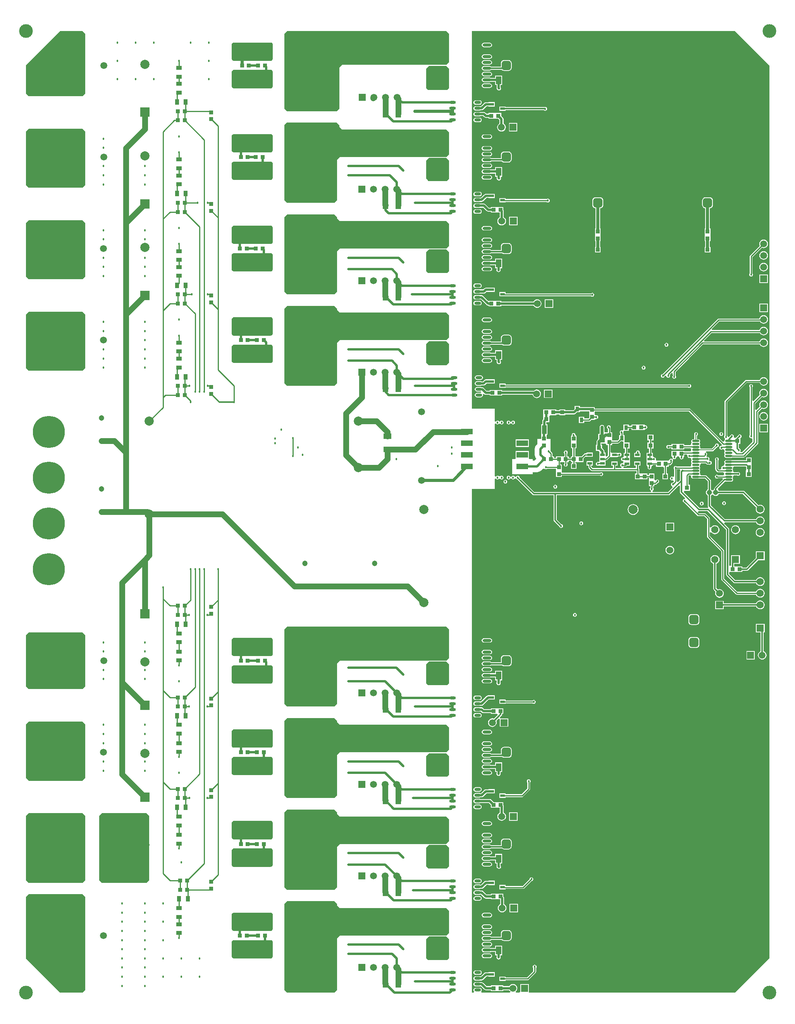
<source format=gtl>
G04 Layer_Physical_Order=1*
G04 Layer_Color=255*
%FSAX24Y24*%
%MOIN*%
G70*
G01*
G75*
%ADD10R,0.0335X0.0354*%
%ADD11R,0.0354X0.0335*%
%ADD12R,0.3839X0.4724*%
%ADD13R,0.1378X0.0630*%
%ADD14R,0.0374X0.0374*%
%ADD15R,0.0374X0.0374*%
%ADD16R,0.0354X0.0512*%
%ADD17R,0.0512X0.0354*%
%ADD18R,0.0492X0.0689*%
%ADD19O,0.0571X0.0236*%
%ADD20O,0.0748X0.0236*%
%ADD21O,0.0630X0.0177*%
%ADD22R,0.0984X0.0512*%
%ADD23R,0.0689X0.0492*%
%ADD24R,0.0394X0.0236*%
%ADD25R,0.0394X0.0764*%
%ADD26R,0.0315X0.0394*%
%ADD27C,0.0250*%
%ADD28C,0.0200*%
%ADD29C,0.0100*%
%ADD30C,0.0120*%
%ADD31C,0.0080*%
%ADD32C,0.0500*%
G04:AMPARAMS|DCode=33|XSize=78.7mil|YSize=78.7mil|CornerRadius=19.7mil|HoleSize=0mil|Usage=FLASHONLY|Rotation=0.000|XOffset=0mil|YOffset=0mil|HoleType=Round|Shape=RoundedRectangle|*
%AMROUNDEDRECTD33*
21,1,0.0787,0.0394,0,0,0.0*
21,1,0.0394,0.0787,0,0,0.0*
1,1,0.0394,0.0197,-0.0197*
1,1,0.0394,-0.0197,-0.0197*
1,1,0.0394,-0.0197,0.0197*
1,1,0.0394,0.0197,0.0197*
%
%ADD33ROUNDEDRECTD33*%
G04:AMPARAMS|DCode=34|XSize=78.7mil|YSize=78.7mil|CornerRadius=19.7mil|HoleSize=0mil|Usage=FLASHONLY|Rotation=90.000|XOffset=0mil|YOffset=0mil|HoleType=Round|Shape=RoundedRectangle|*
%AMROUNDEDRECTD34*
21,1,0.0787,0.0394,0,0,90.0*
21,1,0.0394,0.0787,0,0,90.0*
1,1,0.0394,0.0197,0.0197*
1,1,0.0394,0.0197,-0.0197*
1,1,0.0394,-0.0197,-0.0197*
1,1,0.0394,-0.0197,0.0197*
%
%ADD34ROUNDEDRECTD34*%
%ADD35C,0.0620*%
%ADD36R,0.0620X0.0620*%
%ADD37R,0.0787X0.0787*%
%ADD38C,0.0787*%
%ADD39C,0.0472*%
%ADD40C,0.0591*%
%ADD41C,0.0450*%
%ADD42R,0.0591X0.0591*%
%ADD43R,0.0591X0.0591*%
%ADD44C,0.2756*%
%ADD45C,0.1181*%
%ADD46C,0.0180*%
G36*
X268701Y239843D02*
X268701Y238228D01*
X268531Y238058D01*
X266903D01*
X266732Y238228D01*
Y239843D01*
X266968Y240079D01*
X268465Y240079D01*
X268701Y239843D01*
D02*
G37*
G36*
X253458Y239734D02*
X253513Y239678D01*
X253540Y239613D01*
X253543Y239567D01*
Y239567D01*
X253543Y239567D01*
X253543Y239567D01*
X253543Y238386D01*
X253543Y238347D01*
X253513Y238274D01*
X253458Y238219D01*
X253395Y238193D01*
X253346Y238189D01*
Y238189D01*
X250197Y238189D01*
X250158Y238189D01*
X250085Y238219D01*
X250030Y238274D01*
X250004Y238338D01*
X250000Y238386D01*
D01*
X250000Y238433D01*
X250000Y239606D01*
X250030Y239678D01*
X250085Y239734D01*
X250158Y239764D01*
X250197D01*
X250197Y239764D01*
X253346Y239764D01*
X253386D01*
X253458Y239734D01*
D02*
G37*
G36*
X268465Y196772D02*
X268701Y196535D01*
X268701Y194921D01*
X268531Y194751D01*
X266903D01*
X266732Y194921D01*
X266732Y196535D01*
X266968Y196772D01*
X268465Y196772D01*
D02*
G37*
G36*
X253346Y196457D02*
X253386Y196457D01*
X253458Y196427D01*
X253513Y196371D01*
X253540Y196306D01*
X253543Y196260D01*
Y196260D01*
X253543Y196260D01*
X253543Y196260D01*
X253543Y195079D01*
Y195040D01*
X253513Y194967D01*
X253458Y194912D01*
X253386Y194882D01*
X253346Y194882D01*
X250197Y194882D01*
X250158D01*
X250085Y194912D01*
X250030Y194967D01*
X250000Y195040D01*
X250000Y195079D01*
X250000Y196260D01*
X250000Y196299D01*
X250030Y196371D01*
X250085Y196427D01*
X250158Y196457D01*
X250197Y196457D01*
X250197Y196457D01*
X253346Y196457D01*
D02*
G37*
G36*
X259055Y242874D02*
X259055Y242756D01*
X259291Y242520D01*
X268465Y242520D01*
X268701Y242283D01*
X268701Y240394D01*
X268465Y240157D01*
X259291Y240157D01*
X259055Y239921D01*
X259055Y236457D01*
X258819Y236220D01*
X254764Y236220D01*
X254528Y236457D01*
X254528Y242874D01*
X254764Y243110D01*
X258819Y243110D01*
X259055Y242874D01*
D02*
G37*
G36*
X237165Y242598D02*
X237402Y242362D01*
X237402Y237756D01*
X237165Y237520D01*
X232520Y237520D01*
X232283Y237756D01*
X232283Y242362D01*
X232520Y242598D01*
X237165Y242598D01*
D02*
G37*
G36*
X237402Y199252D02*
X237402Y194646D01*
X237165Y194409D01*
X232520Y194409D01*
X232283Y194646D01*
X232283Y199252D01*
X232520Y199488D01*
X237165D01*
X237402Y199252D01*
D02*
G37*
G36*
X253346Y188583D02*
X253386Y188583D01*
X253458Y188553D01*
X253513Y188497D01*
X253540Y188432D01*
X253543Y188386D01*
Y188386D01*
X253543Y188386D01*
X253543Y188386D01*
X253543Y187205D01*
X253543Y187166D01*
X253513Y187093D01*
X253458Y187038D01*
X253393Y187011D01*
X253346Y187008D01*
X253346Y187008D01*
Y187008D01*
X250197Y187008D01*
X250158Y187008D01*
X250085Y187038D01*
X250030Y187093D01*
X250000Y187166D01*
X250000Y187205D01*
X250000Y188386D01*
X250000Y188425D01*
X250030Y188497D01*
X250085Y188553D01*
X250158Y188583D01*
X250197Y188583D01*
X250197Y188583D01*
X253346Y188583D01*
D02*
G37*
G36*
X259252Y250748D02*
X259252Y250630D01*
X259488Y250394D01*
X260258Y250394D01*
X268465Y250394D01*
X268701Y250157D01*
X268701Y248268D01*
X268465Y248031D01*
X259291Y248031D01*
X259055Y247795D01*
X259055Y244331D01*
X258819Y244094D01*
X254764Y244095D01*
X254528Y244331D01*
X254528Y250787D01*
X254724Y250984D01*
X258661Y250984D01*
X259016Y250984D01*
X259252Y250748D01*
D02*
G37*
G36*
X237165Y250472D02*
X237402Y250236D01*
X237402Y245630D01*
X237165Y245394D01*
X232520Y245394D01*
X232283Y245630D01*
X232283Y250236D01*
X232520Y250472D01*
X237165Y250472D01*
D02*
G37*
G36*
X253458Y190915D02*
X253513Y190860D01*
X253540Y190794D01*
X253543Y190748D01*
Y190748D01*
X253543Y190748D01*
X253543Y190748D01*
X253543Y189567D01*
X253543Y189528D01*
X253513Y189455D01*
X253458Y189400D01*
X253393Y189373D01*
X253346Y189370D01*
X253346Y189370D01*
X253346Y189370D01*
X250197Y189370D01*
X250158Y189370D01*
X250085Y189400D01*
X250030Y189455D01*
X250000Y189528D01*
X250000Y189567D01*
X250000Y189567D01*
X250000Y190748D01*
X250000Y190787D01*
X250030Y190860D01*
X250085Y190915D01*
X250158Y190945D01*
X250197Y190945D01*
X250197Y190945D01*
X253346Y190945D01*
X253386Y190945D01*
X253458Y190915D01*
D02*
G37*
G36*
X253458Y242096D02*
X253513Y242041D01*
X253540Y241975D01*
X253543Y241929D01*
Y241929D01*
X253543Y241929D01*
X253543Y241929D01*
X253543Y240748D01*
X253543Y240709D01*
X253513Y240637D01*
X253458Y240581D01*
X253395Y240555D01*
X253346Y240551D01*
X250197Y240551D01*
X250158Y240551D01*
X250085Y240581D01*
X250030Y240637D01*
X250000Y240709D01*
X250000Y240748D01*
X250000Y240748D01*
X250000Y241929D01*
X250000Y241968D01*
X250030Y242041D01*
X250085Y242096D01*
X250158Y242126D01*
X250197Y242126D01*
X250197Y242126D01*
X253346D01*
X253386Y242126D01*
X253458Y242096D01*
D02*
G37*
G36*
X259055Y191693D02*
X259055Y191575D01*
X259291Y191339D01*
X268465Y191339D01*
X268701Y191102D01*
X268701Y189213D01*
X268465Y188976D01*
X259291Y188976D01*
X259055Y188740D01*
X259055Y185276D01*
X258819Y185039D01*
X254764Y185039D01*
X254528Y185276D01*
X254528Y191693D01*
X254764Y191929D01*
X258819Y191929D01*
X259055Y191693D01*
D02*
G37*
G36*
X259055Y199567D02*
Y199449D01*
X259291Y199213D01*
X268465Y199213D01*
X268701Y198976D01*
X268701Y197087D01*
X268465Y196850D01*
X259291Y196850D01*
X259055Y196614D01*
X259055Y193150D01*
X258819Y192913D01*
X254764D01*
X254528Y193150D01*
X254528Y199567D01*
X254764Y199803D01*
X258819Y199803D01*
X259055Y199567D01*
D02*
G37*
G36*
X253346Y204331D02*
X253386Y204331D01*
X253458Y204301D01*
X253513Y204245D01*
X253540Y204180D01*
X253543Y204134D01*
Y204134D01*
X253543Y204134D01*
X253543Y204134D01*
X253543Y202953D01*
X253543Y202914D01*
X253513Y202841D01*
X253458Y202786D01*
X253393Y202759D01*
X253346Y202756D01*
X253346Y202756D01*
X253346Y202756D01*
X250197Y202756D01*
X250158D01*
X250085Y202786D01*
X250030Y202841D01*
X250000Y202914D01*
X250000Y202953D01*
X250000Y202953D01*
X250000Y204134D01*
X250000Y204173D01*
X250030Y204245D01*
X250085Y204301D01*
X250158Y204331D01*
X250197Y204331D01*
X250197Y204331D01*
X253346Y204331D01*
D02*
G37*
G36*
X237402Y234488D02*
X237402Y229882D01*
X237165Y229646D01*
X232520Y229646D01*
X232283Y229882D01*
X232283Y234488D01*
X232520Y234724D01*
X237165Y234724D01*
X237402Y234488D01*
D02*
G37*
G36*
X268701Y204409D02*
X268701Y202795D01*
X268531Y202625D01*
X266903D01*
X266732Y202795D01*
X266732Y204409D01*
X266968Y204646D01*
X268465Y204646D01*
X268701Y204409D01*
D02*
G37*
G36*
X237165Y184646D02*
X237402Y184409D01*
X237402Y176417D01*
X237165Y176181D01*
X235236Y176181D01*
X232283Y179134D01*
X232283Y184409D01*
X232520Y184646D01*
X237165Y184646D01*
D02*
G37*
G36*
X253458Y206663D02*
X253513Y206608D01*
X253540Y206543D01*
X253543Y206496D01*
Y206496D01*
X253543Y206496D01*
X253543Y206496D01*
X253543Y205315D01*
X253543Y205276D01*
X253513Y205203D01*
X253458Y205148D01*
X253395Y205122D01*
X253346Y205118D01*
X253346Y205118D01*
X253346Y205118D01*
X250197Y205118D01*
X250158Y205118D01*
X250085Y205148D01*
X250030Y205203D01*
X250000Y205276D01*
X250000Y205315D01*
X250000Y205315D01*
X250000Y206496D01*
X250000Y206535D01*
X250030Y206608D01*
X250085Y206663D01*
X250158Y206693D01*
X250197Y206693D01*
X250197Y206693D01*
X253346Y206693D01*
X253386Y206693D01*
X253458Y206663D01*
D02*
G37*
G36*
X296260Y255906D02*
X296260Y179134D01*
X293307Y176181D01*
X275650Y176181D01*
X275562Y176210D01*
X275562Y176281D01*
Y176940D01*
X274832D01*
Y176281D01*
X274743Y176181D01*
X274448D01*
X274414Y176281D01*
X274457Y176314D01*
X274516Y176391D01*
X274553Y176479D01*
X274565Y176575D01*
X274553Y176670D01*
X274516Y176759D01*
X274457Y176835D01*
X274381Y176894D01*
X274292Y176931D01*
X274197Y176943D01*
X274101Y176931D01*
X274013Y176894D01*
X273936Y176835D01*
X273878Y176759D01*
X273873Y176748D01*
X273377D01*
Y176812D01*
X272887D01*
X272883Y176812D01*
X272787D01*
X272783Y176812D01*
X272292D01*
Y176748D01*
X271922D01*
X271632Y177038D01*
X271576Y177075D01*
X271510Y177089D01*
X271398D01*
X271392Y177093D01*
X271319Y177107D01*
X270984D01*
X270911Y177093D01*
X270849Y177051D01*
X270807Y176989D01*
X270792Y176915D01*
X270807Y176842D01*
X270849Y176780D01*
X270911Y176738D01*
X270984Y176724D01*
X271319D01*
X271392Y176738D01*
X271398Y176742D01*
X271438D01*
X271728Y176452D01*
X271784Y176415D01*
X271850Y176401D01*
X272292D01*
Y176337D01*
X272783D01*
X272787Y176337D01*
X272883D01*
X272887Y176337D01*
X273377D01*
Y176401D01*
X273873D01*
X273878Y176391D01*
X273936Y176314D01*
X273980Y176281D01*
X273946Y176181D01*
X271487Y176181D01*
X271455Y176280D01*
X271496Y176342D01*
X271511Y176415D01*
X271496Y176489D01*
X271455Y176551D01*
X271392Y176593D01*
X271319Y176607D01*
X270984D01*
X270911Y176593D01*
X270849Y176551D01*
X270807Y176489D01*
X270792Y176415D01*
X270807Y176342D01*
X270849Y176280D01*
X270816Y176181D01*
X270669D01*
X270669Y219488D01*
X272638Y219488D01*
Y220366D01*
X272738Y220388D01*
X272759Y220357D01*
X272812Y220322D01*
X272874Y220309D01*
X272936Y220322D01*
X272989Y220357D01*
X272993Y220362D01*
X273109D01*
X273113Y220357D01*
X273166Y220322D01*
X273228Y220309D01*
X273291Y220322D01*
X273344Y220357D01*
X273379Y220410D01*
X273391Y220472D01*
X273379Y220535D01*
X273344Y220588D01*
X273291Y220623D01*
X273228Y220636D01*
X273166Y220623D01*
X273113Y220588D01*
X273109Y220583D01*
X272993D01*
X272989Y220588D01*
X272936Y220623D01*
X272874Y220636D01*
X272812Y220623D01*
X272759Y220588D01*
X272738Y220557D01*
X272638Y220579D01*
X272638Y225091D01*
X272738Y225113D01*
X272759Y225082D01*
X272812Y225046D01*
X272874Y225034D01*
X272936Y225046D01*
X272989Y225082D01*
X272993Y225087D01*
X273109D01*
X273113Y225082D01*
X273166Y225046D01*
X273228Y225034D01*
X273291Y225046D01*
X273344Y225082D01*
X273379Y225134D01*
X273391Y225197D01*
X273379Y225259D01*
X273344Y225312D01*
X273291Y225348D01*
X273228Y225360D01*
X273166Y225348D01*
X273113Y225312D01*
X273109Y225307D01*
X272993D01*
X272989Y225312D01*
X272936Y225348D01*
X272874Y225360D01*
X272812Y225348D01*
X272759Y225312D01*
X272738Y225281D01*
X272638Y225303D01*
Y226378D01*
X270669Y226378D01*
X270669Y258858D01*
X293307Y258858D01*
X296260Y255906D01*
D02*
G37*
G36*
X268701Y231969D02*
X268701Y230354D01*
X268465Y230118D01*
X266968Y230118D01*
X266732Y230354D01*
X266732Y231968D01*
X266968Y232205D01*
X268465Y232205D01*
X268701Y231969D01*
D02*
G37*
G36*
X258819Y235236D02*
X259055Y235000D01*
X259055Y234882D01*
X259291Y234646D01*
X268465Y234646D01*
X268701Y234409D01*
X268701Y232520D01*
X268465Y232283D01*
X259291Y232283D01*
X259055Y232047D01*
X259055Y228583D01*
X258819Y228346D01*
X254764Y228346D01*
X254528Y228583D01*
X254528Y235000D01*
X254764Y235236D01*
X258819Y235236D01*
D02*
G37*
G36*
X253458Y234222D02*
X253513Y234167D01*
X253540Y234103D01*
X253543Y234055D01*
D01*
X253543Y234008D01*
X253543Y232874D01*
X253543Y232835D01*
X253513Y232763D01*
X253458Y232707D01*
X253395Y232681D01*
X253346Y232677D01*
Y232677D01*
X250197Y232677D01*
X250158D01*
X250085Y232707D01*
X250030Y232763D01*
X250000Y232835D01*
X250000Y232874D01*
X250000Y232874D01*
X250000Y234055D01*
X250000Y234094D01*
X250030Y234167D01*
X250085Y234222D01*
X250158Y234252D01*
X250197Y234252D01*
X250197Y234252D01*
X253346Y234252D01*
X253386D01*
X253458Y234222D01*
D02*
G37*
G36*
X253458Y198789D02*
X253513Y198734D01*
X253540Y198668D01*
X253543Y198622D01*
Y198622D01*
X253543D01*
X253543Y198622D01*
X253543Y197402D01*
X253513Y197329D01*
X253458Y197274D01*
X253393Y197247D01*
X253346Y197244D01*
X253346Y197244D01*
X253346Y197244D01*
X250197Y197244D01*
X250158Y197244D01*
X250085Y197274D01*
X250030Y197329D01*
X250000Y197402D01*
X250000Y197441D01*
X250000Y198622D01*
X250000Y198661D01*
X250030Y198734D01*
X250085Y198789D01*
X250158Y198819D01*
X250197Y198819D01*
X250197Y198819D01*
X253346Y198819D01*
X253386Y198819D01*
X253458Y198789D01*
D02*
G37*
G36*
X253386Y231890D02*
X253458Y231860D01*
X253513Y231804D01*
X253540Y231739D01*
X253543Y231693D01*
Y231693D01*
X253543Y231693D01*
X253543Y231693D01*
X253543Y230473D01*
X253513Y230400D01*
X253458Y230345D01*
X253386Y230315D01*
X253346D01*
Y230315D01*
X250197Y230315D01*
X250158Y230315D01*
X250085Y230345D01*
X250030Y230400D01*
X250000Y230473D01*
X250000Y230512D01*
X250000Y231693D01*
X250000Y231732D01*
X250030Y231804D01*
X250085Y231860D01*
X250158Y231890D01*
X250197Y231890D01*
X250197Y231890D01*
X253346Y231890D01*
X253386Y231890D01*
D02*
G37*
G36*
X237402Y206929D02*
X237402Y202520D01*
X237165Y202283D01*
X232520Y202283D01*
X232283Y202520D01*
X232283Y206929D01*
X232520Y207165D01*
X237165Y207165D01*
X237402Y206929D01*
D02*
G37*
G36*
X268465Y207677D02*
X268701Y207441D01*
X268701Y204961D01*
X268465Y204724D01*
X259291Y204724D01*
X259055Y204488D01*
X259055Y201024D01*
X258819Y200787D01*
X254764Y200787D01*
X254528Y201024D01*
X254528Y207441D01*
X254764Y207677D01*
X258858Y207677D01*
X268465Y207677D01*
D02*
G37*
G36*
X268701Y247717D02*
X268701Y246161D01*
X268484Y245945D01*
X266949Y245945D01*
X266732Y246161D01*
X266732Y247717D01*
X266968Y247953D01*
X268465D01*
X268701Y247717D01*
D02*
G37*
G36*
X268701Y258622D02*
X268701Y256181D01*
X268465Y255945D01*
X259488Y255945D01*
X259252Y255709D01*
X259252Y252205D01*
X259016Y251968D01*
X254764Y251968D01*
X254528Y252205D01*
X254528Y258622D01*
X254764Y258858D01*
X268465Y258858D01*
X268701Y258622D01*
D02*
G37*
G36*
X253346Y180709D02*
X253386Y180709D01*
X253458Y180679D01*
X253513Y180623D01*
X253540Y180559D01*
X253543Y180512D01*
Y180512D01*
X253543Y180512D01*
X253543Y180512D01*
X253543Y179331D01*
X253543Y179292D01*
X253513Y179219D01*
X253458Y179164D01*
X253386Y179134D01*
X253346Y179134D01*
Y179134D01*
X250197Y179134D01*
X250158Y179134D01*
X250085Y179164D01*
X250030Y179219D01*
X250000Y179292D01*
X250000Y179331D01*
X250000Y180512D01*
X250000Y180551D01*
X250030Y180623D01*
X250085Y180679D01*
X250158Y180709D01*
X250197Y180709D01*
X250197Y180709D01*
X253346Y180709D01*
D02*
G37*
G36*
X253458Y249970D02*
X253513Y249915D01*
X253540Y249849D01*
X253543Y249803D01*
Y249803D01*
X253543Y249803D01*
X253543Y249803D01*
X253543Y248622D01*
X253543Y248583D01*
X253513Y248511D01*
X253458Y248455D01*
X253395Y248429D01*
X253346Y248425D01*
Y248425D01*
X250197Y248425D01*
X250158Y248425D01*
X250085Y248455D01*
X250030Y248511D01*
X250004Y248574D01*
X250000Y248622D01*
D01*
X250000Y248669D01*
X250000Y249803D01*
Y249842D01*
X250030Y249915D01*
X250085Y249970D01*
X250158Y250000D01*
X250197D01*
X250197Y250000D01*
X253346Y250000D01*
X253386D01*
X253458Y249970D01*
D02*
G37*
G36*
X268701Y180787D02*
X268701Y179173D01*
X268531Y179003D01*
X266903D01*
X266732Y179173D01*
X266732Y180787D01*
X266968Y181024D01*
X268465Y181024D01*
X268701Y180787D01*
D02*
G37*
G36*
X253458Y257844D02*
X253513Y257789D01*
X253543Y257716D01*
X253543Y257677D01*
X253543D01*
X253543Y257677D01*
X253543Y256496D01*
X253543Y256457D01*
X253513Y256385D01*
X253458Y256329D01*
X253386Y256299D01*
X253346Y256299D01*
X250197Y256299D01*
X250158Y256299D01*
X250085Y256329D01*
X250030Y256385D01*
X250000Y256457D01*
X250000Y256496D01*
X250000Y256496D01*
X250000Y257677D01*
X250000Y257716D01*
X250030Y257789D01*
X250085Y257844D01*
X250158Y257874D01*
X250197Y257874D01*
X250197Y257874D01*
X253346Y257874D01*
X253386D01*
X253458Y257844D01*
D02*
G37*
G36*
X268465Y255866D02*
X268701Y255630D01*
X268701Y253976D01*
X268531Y253806D01*
X266903D01*
X266732Y253976D01*
X266732Y255630D01*
X266969Y255866D01*
X268465Y255866D01*
D02*
G37*
G36*
X237402Y258622D02*
X237402Y253504D01*
X237165Y253268D01*
X232520Y253268D01*
X232283Y253504D01*
X232283Y255906D01*
X235236Y258858D01*
X237165Y258858D01*
X237402Y258622D01*
D02*
G37*
G36*
X253458Y255482D02*
X253513Y255426D01*
X253540Y255361D01*
X253543Y255315D01*
Y255315D01*
X253543Y255315D01*
X253543Y255315D01*
X253543Y254134D01*
X253543Y254095D01*
X253513Y254022D01*
X253458Y253967D01*
X253395Y253941D01*
X253346Y253937D01*
X253346Y253937D01*
X253346Y253937D01*
X250197Y253937D01*
X250158D01*
X250085Y253967D01*
X250030Y254022D01*
X250000Y254095D01*
X250000Y254134D01*
X250000Y255315D01*
X250000Y255354D01*
X250030Y255426D01*
X250085Y255482D01*
X250158Y255512D01*
X250197Y255512D01*
X250197Y255512D01*
X253346Y255512D01*
X253386Y255512D01*
X253458Y255482D01*
D02*
G37*
G36*
X259055Y183819D02*
X259055Y183701D01*
X259291Y183465D01*
X268465Y183465D01*
X268701Y183228D01*
X268701Y181339D01*
X268465Y181102D01*
X259291Y181102D01*
X259055Y180866D01*
X259055Y176417D01*
X258819Y176181D01*
X254764Y176181D01*
X254528Y176417D01*
X254528Y183819D01*
X254764Y184055D01*
X258819Y184055D01*
X259055Y183819D01*
D02*
G37*
G36*
X253458Y183041D02*
X253513Y182986D01*
X253540Y182920D01*
X253543Y182874D01*
Y182874D01*
X253543Y182874D01*
X253543Y182874D01*
X253543Y181693D01*
X253543Y181654D01*
X253513Y181581D01*
X253458Y181526D01*
X253395Y181500D01*
X253346Y181496D01*
X253346Y181496D01*
X253346Y181496D01*
X250197Y181496D01*
X250158Y181496D01*
X250085Y181526D01*
X250030Y181581D01*
X250000Y181654D01*
X250000Y181693D01*
X250000Y182874D01*
X250000Y182913D01*
X250030Y182986D01*
X250085Y183041D01*
X250158Y183071D01*
X250197Y183071D01*
X250197Y183071D01*
X253346Y183071D01*
X253386Y183071D01*
X253458Y183041D01*
D02*
G37*
G36*
X242913Y191378D02*
X242913Y185866D01*
X242677Y185630D01*
X238819Y185630D01*
X238583Y185866D01*
X238583Y191378D01*
X238819Y191614D01*
X242677Y191614D01*
X242913Y191378D01*
D02*
G37*
G36*
X253458Y247608D02*
X253513Y247552D01*
X253540Y247487D01*
X253543Y247441D01*
Y247441D01*
X253543D01*
X253543Y247441D01*
X253543Y246260D01*
X253543Y246221D01*
X253513Y246148D01*
X253458Y246093D01*
X253386Y246063D01*
X253346Y246063D01*
X250197Y246063D01*
X250158Y246063D01*
X250085Y246093D01*
X250030Y246148D01*
X250000Y246221D01*
Y246260D01*
X250000Y247441D01*
X250000Y247480D01*
X250030Y247552D01*
X250085Y247608D01*
X250158Y247638D01*
X250197Y247638D01*
X250197Y247638D01*
X253346Y247638D01*
X253386Y247638D01*
X253458Y247608D01*
D02*
G37*
G36*
X237402Y191378D02*
X237402Y185866D01*
X237165Y185630D01*
X232520Y185630D01*
X232283Y185866D01*
X232283Y191378D01*
X232520Y191614D01*
X237165Y191614D01*
X237402Y191378D01*
D02*
G37*
G36*
X268701Y188661D02*
X268701Y187047D01*
X268531Y186877D01*
X266903D01*
X266732Y187047D01*
X266732Y188661D01*
X266968Y188898D01*
X268465Y188898D01*
X268701Y188661D01*
D02*
G37*
%LPC*%
G36*
X287697Y214609D02*
X287601Y214596D01*
X287513Y214559D01*
X287436Y214501D01*
X287378Y214424D01*
X287341Y214336D01*
X287328Y214240D01*
X287341Y214145D01*
X287378Y214056D01*
X287436Y213980D01*
X287513Y213921D01*
X287601Y213884D01*
X287697Y213872D01*
X287792Y213884D01*
X287881Y213921D01*
X287957Y213980D01*
X288016Y214056D01*
X288053Y214145D01*
X288065Y214240D01*
X288053Y214336D01*
X288016Y214424D01*
X287957Y214501D01*
X287881Y214559D01*
X287792Y214596D01*
X287697Y214609D01*
D02*
G37*
G36*
X288062Y216605D02*
X287332D01*
Y215875D01*
X288062D01*
Y216605D01*
D02*
G37*
G36*
X273279Y203859D02*
X272647D01*
Y203648D01*
X272284D01*
X272278Y203652D01*
X272205Y203666D01*
X271693D01*
X271620Y203652D01*
X271557Y203610D01*
X271516Y203548D01*
X271501Y203474D01*
X271516Y203401D01*
X271557Y203339D01*
X271620Y203297D01*
X271693Y203283D01*
X272205D01*
X272278Y203297D01*
X272284Y203301D01*
X272647D01*
Y203030D01*
X272789D01*
Y202845D01*
X272779Y202795D01*
X272793Y202729D01*
X272830Y202673D01*
X272886Y202635D01*
X272953Y202622D01*
X273019Y202635D01*
X273075Y202673D01*
X273085Y202683D01*
X273123Y202739D01*
X273136Y202805D01*
Y203030D01*
X273279D01*
Y203859D01*
D02*
G37*
G36*
X272205Y203166D02*
X271693D01*
X271620Y203152D01*
X271557Y203110D01*
X271516Y203048D01*
X271501Y202974D01*
X271516Y202901D01*
X271557Y202839D01*
X271620Y202797D01*
X271693Y202783D01*
X272205D01*
X272278Y202797D01*
X272340Y202839D01*
X272382Y202901D01*
X272397Y202974D01*
X272382Y203048D01*
X272340Y203110D01*
X272278Y203152D01*
X272205Y203166D01*
D02*
G37*
G36*
Y180544D02*
X271693D01*
X271620Y180530D01*
X271557Y180488D01*
X271516Y180426D01*
X271501Y180352D01*
X271516Y180279D01*
X271557Y180217D01*
X271620Y180175D01*
X271693Y180161D01*
X272205D01*
X272278Y180175D01*
X272340Y180217D01*
X272382Y180279D01*
X272397Y180352D01*
X272382Y180426D01*
X272340Y180488D01*
X272278Y180530D01*
X272205Y180544D01*
D02*
G37*
G36*
X293346Y216368D02*
X293247Y216355D01*
X293155Y216317D01*
X293075Y216256D01*
X293015Y216177D01*
X292976Y216084D01*
X292963Y215985D01*
X292976Y215886D01*
X293015Y215794D01*
X293075Y215714D01*
X293155Y215653D01*
X293247Y215615D01*
X293346Y215602D01*
X293446Y215615D01*
X293538Y215653D01*
X293617Y215714D01*
X293678Y215794D01*
X293717Y215886D01*
X293730Y215985D01*
X293717Y216084D01*
X293678Y216177D01*
X293617Y216256D01*
X293538Y216317D01*
X293446Y216355D01*
X293346Y216368D01*
D02*
G37*
G36*
X271319Y201729D02*
X270984D01*
X270911Y201715D01*
X270849Y201673D01*
X270807Y201611D01*
X270792Y201537D01*
X270807Y201464D01*
X270849Y201402D01*
X270911Y201360D01*
X270984Y201346D01*
X271319D01*
X271392Y201360D01*
X271455Y201402D01*
X271496Y201464D01*
X271511Y201537D01*
X271496Y201611D01*
X271455Y201673D01*
X271392Y201715D01*
X271319Y201729D01*
D02*
G37*
G36*
X272629Y201763D02*
X272095D01*
Y201748D01*
X272047D01*
X271981Y201735D01*
X271925Y201697D01*
X271438Y201211D01*
X271398D01*
X271392Y201215D01*
X271319Y201229D01*
X270984D01*
X270911Y201215D01*
X270849Y201173D01*
X270807Y201111D01*
X270792Y201037D01*
X270807Y200964D01*
X270849Y200902D01*
X270911Y200860D01*
X270984Y200846D01*
X271319D01*
X271392Y200860D01*
X271398Y200864D01*
X271510D01*
X271576Y200877D01*
X271632Y200915D01*
X272104Y201387D01*
X272629D01*
Y201763D01*
D02*
G37*
G36*
X273819Y181568D02*
X273425D01*
X273356Y181559D01*
X273291Y181532D01*
X273235Y181490D01*
X273192Y181434D01*
X273165Y181369D01*
X273156Y181299D01*
Y180985D01*
X272342D01*
X272340Y180988D01*
X272278Y181030D01*
X272205Y181044D01*
X271693D01*
X271620Y181030D01*
X271557Y180988D01*
X271516Y180926D01*
X271501Y180852D01*
X271516Y180779D01*
X271557Y180717D01*
X271620Y180675D01*
X271693Y180661D01*
X272205D01*
X272278Y180675D01*
X272340Y180717D01*
X272342Y180720D01*
X273231D01*
X273235Y180715D01*
X273291Y180672D01*
X273356Y180646D01*
X273425Y180636D01*
X273819D01*
X273889Y180646D01*
X273953Y180672D01*
X274009Y180715D01*
X274052Y180771D01*
X274079Y180836D01*
X274088Y180906D01*
Y181299D01*
X274079Y181369D01*
X274052Y181434D01*
X274009Y181490D01*
X273953Y181532D01*
X273889Y181559D01*
X273819Y181568D01*
D02*
G37*
G36*
X273574Y201389D02*
X273040D01*
Y201013D01*
X273574D01*
Y201059D01*
X275879D01*
X275922Y201030D01*
X275984Y201018D01*
X276047Y201030D01*
X276100Y201066D01*
X276135Y201119D01*
X276147Y201181D01*
X276135Y201244D01*
X276100Y201296D01*
X276047Y201332D01*
X275984Y201344D01*
X275922Y201332D01*
X275879Y201303D01*
X273574D01*
Y201389D01*
D02*
G37*
G36*
X295472Y216131D02*
X295373Y216118D01*
X295281Y216080D01*
X295201Y216019D01*
X295141Y215940D01*
X295102Y215847D01*
X295089Y215748D01*
X295102Y215649D01*
X295141Y215556D01*
X295201Y215477D01*
X295281Y215416D01*
X295373Y215378D01*
X295472Y215365D01*
X295572Y215378D01*
X295664Y215416D01*
X295743Y215477D01*
X295804Y215556D01*
X295843Y215649D01*
X295856Y215748D01*
X295843Y215847D01*
X295804Y215940D01*
X295743Y216019D01*
X295664Y216080D01*
X295572Y216118D01*
X295472Y216131D01*
D02*
G37*
G36*
X289961Y206765D02*
X289567D01*
X289497Y206756D01*
X289432Y206729D01*
X289377Y206686D01*
X289334Y206631D01*
X289307Y206566D01*
X289298Y206496D01*
Y206102D01*
X289307Y206033D01*
X289334Y205968D01*
X289377Y205912D01*
X289432Y205869D01*
X289497Y205842D01*
X289567Y205833D01*
X289961D01*
X290030Y205842D01*
X290095Y205869D01*
X290151Y205912D01*
X290194Y205968D01*
X290221Y206033D01*
X290230Y206102D01*
Y206496D01*
X290221Y206566D01*
X290194Y206631D01*
X290151Y206686D01*
X290095Y206729D01*
X290030Y206756D01*
X289961Y206765D01*
D02*
G37*
G36*
X272205Y205666D02*
X271693D01*
X271620Y205652D01*
X271557Y205610D01*
X271516Y205548D01*
X271501Y205474D01*
X271516Y205401D01*
X271557Y205339D01*
X271620Y205297D01*
X271693Y205283D01*
X272205D01*
X272278Y205297D01*
X272340Y205339D01*
X272382Y205401D01*
X272397Y205474D01*
X272382Y205548D01*
X272340Y205610D01*
X272278Y205652D01*
X272205Y205666D01*
D02*
G37*
G36*
Y179544D02*
X271693D01*
X271620Y179530D01*
X271557Y179488D01*
X271516Y179426D01*
X271501Y179352D01*
X271516Y179279D01*
X271557Y179217D01*
X271620Y179175D01*
X271693Y179161D01*
X272205D01*
X272278Y179175D01*
X272340Y179217D01*
X272382Y179279D01*
X272397Y179352D01*
X272382Y179426D01*
X272340Y179488D01*
X272278Y179530D01*
X272205Y179544D01*
D02*
G37*
G36*
Y206666D02*
X271693D01*
X271620Y206652D01*
X271557Y206610D01*
X271516Y206548D01*
X271501Y206474D01*
X271516Y206401D01*
X271557Y206339D01*
X271620Y206297D01*
X271693Y206283D01*
X272205D01*
X272278Y206297D01*
X272340Y206339D01*
X272382Y206401D01*
X272397Y206474D01*
X272382Y206548D01*
X272340Y206610D01*
X272278Y206652D01*
X272205Y206666D01*
D02*
G37*
G36*
X279528Y208825D02*
X279465Y208812D01*
X279412Y208777D01*
X279377Y208724D01*
X279364Y208661D01*
X279377Y208599D01*
X279412Y208546D01*
X279465Y208511D01*
X279528Y208498D01*
X279590Y208511D01*
X279643Y208546D01*
X279678Y208599D01*
X279691Y208661D01*
X279678Y208724D01*
X279643Y208777D01*
X279590Y208812D01*
X279528Y208825D01*
D02*
G37*
G36*
X289961Y208734D02*
X289567D01*
X289497Y208725D01*
X289432Y208698D01*
X289377Y208655D01*
X289334Y208599D01*
X289307Y208534D01*
X289298Y208465D01*
Y208071D01*
X289307Y208001D01*
X289334Y207936D01*
X289377Y207881D01*
X289432Y207838D01*
X289497Y207811D01*
X289567Y207802D01*
X289961D01*
X290030Y207811D01*
X290095Y207838D01*
X290151Y207881D01*
X290194Y207936D01*
X290221Y208001D01*
X290230Y208071D01*
Y208465D01*
X290221Y208534D01*
X290194Y208599D01*
X290151Y208655D01*
X290095Y208698D01*
X290030Y208725D01*
X289961Y208734D01*
D02*
G37*
G36*
X295472Y209911D02*
X295373Y209898D01*
X295281Y209859D01*
X295201Y209799D01*
X295141Y209719D01*
X295110Y209644D01*
X292334D01*
Y209877D01*
X291603D01*
Y209147D01*
X292334D01*
Y209379D01*
X295123D01*
X295141Y209336D01*
X295201Y209257D01*
X295281Y209196D01*
X295373Y209157D01*
X295472Y209144D01*
X295572Y209157D01*
X295664Y209196D01*
X295743Y209257D01*
X295804Y209336D01*
X295843Y209428D01*
X295856Y209528D01*
X295843Y209627D01*
X295804Y209719D01*
X295743Y209799D01*
X295664Y209859D01*
X295572Y209898D01*
X295472Y209911D01*
D02*
G37*
G36*
X273819Y205190D02*
X273425D01*
X273356Y205181D01*
X273291Y205154D01*
X273235Y205112D01*
X273192Y205056D01*
X273165Y204991D01*
X273156Y204921D01*
Y204607D01*
X272342D01*
X272340Y204610D01*
X272278Y204652D01*
X272205Y204666D01*
X271693D01*
X271620Y204652D01*
X271557Y204610D01*
X271516Y204548D01*
X271501Y204474D01*
X271516Y204401D01*
X271557Y204339D01*
X271620Y204297D01*
X271693Y204283D01*
X272205D01*
X272278Y204297D01*
X272340Y204339D01*
X272342Y204342D01*
X273231D01*
X273235Y204337D01*
X273291Y204294D01*
X273356Y204268D01*
X273425Y204258D01*
X273819D01*
X273889Y204268D01*
X273953Y204294D01*
X274009Y204337D01*
X274052Y204393D01*
X274079Y204458D01*
X274088Y204528D01*
Y204921D01*
X274079Y204991D01*
X274052Y205056D01*
X274009Y205112D01*
X273953Y205154D01*
X273889Y205181D01*
X273819Y205190D01*
D02*
G37*
G36*
X273279Y180237D02*
X272647D01*
Y180026D01*
X272284D01*
X272278Y180030D01*
X272205Y180044D01*
X271693D01*
X271620Y180030D01*
X271557Y179988D01*
X271516Y179926D01*
X271501Y179852D01*
X271516Y179779D01*
X271557Y179717D01*
X271620Y179675D01*
X271693Y179661D01*
X272205D01*
X272278Y179675D01*
X272284Y179679D01*
X272647D01*
Y179408D01*
X272789D01*
Y179262D01*
X272779Y179213D01*
X272793Y179146D01*
X272830Y179090D01*
X272886Y179052D01*
X272953Y179039D01*
X273019Y179052D01*
X273075Y179090D01*
X273085Y179100D01*
X273123Y179156D01*
X273136Y179222D01*
Y179408D01*
X273279D01*
Y180237D01*
D02*
G37*
G36*
X272205Y204166D02*
X271693D01*
X271620Y204152D01*
X271557Y204110D01*
X271516Y204048D01*
X271501Y203974D01*
X271516Y203901D01*
X271557Y203839D01*
X271620Y203797D01*
X271693Y203783D01*
X272205D01*
X272278Y203797D01*
X272340Y203839D01*
X272382Y203901D01*
X272397Y203974D01*
X272382Y204048D01*
X272340Y204110D01*
X272278Y204152D01*
X272205Y204166D01*
D02*
G37*
G36*
Y205166D02*
X271693D01*
X271620Y205152D01*
X271557Y205110D01*
X271516Y205048D01*
X271501Y204974D01*
X271516Y204901D01*
X271557Y204839D01*
X271620Y204797D01*
X271693Y204783D01*
X272205D01*
X272278Y204797D01*
X272340Y204839D01*
X272382Y204901D01*
X272397Y204974D01*
X272382Y205048D01*
X272340Y205110D01*
X272278Y205152D01*
X272205Y205166D01*
D02*
G37*
G36*
X291576Y213808D02*
X291477Y213795D01*
X291385Y213757D01*
X291305Y213696D01*
X291245Y213617D01*
X291206Y213524D01*
X291193Y213425D01*
X291206Y213326D01*
X291245Y213234D01*
X291305Y213154D01*
X291385Y213093D01*
X291444Y213069D01*
Y210904D01*
X291454Y210853D01*
X291483Y210810D01*
X291634Y210659D01*
X291613Y210607D01*
X291600Y210512D01*
X291613Y210416D01*
X291649Y210328D01*
X291708Y210251D01*
X291784Y210193D01*
X291873Y210156D01*
X291968Y210143D01*
X292064Y210156D01*
X292153Y210193D01*
X292229Y210251D01*
X292288Y210328D01*
X292324Y210416D01*
X292337Y210512D01*
X292324Y210607D01*
X292288Y210696D01*
X292229Y210772D01*
X292153Y210831D01*
X292064Y210868D01*
X291968Y210880D01*
X291873Y210868D01*
X291821Y210846D01*
X291709Y210959D01*
Y213069D01*
X291768Y213093D01*
X291847Y213154D01*
X291908Y213234D01*
X291947Y213326D01*
X291960Y213425D01*
X291947Y213524D01*
X291908Y213617D01*
X291847Y213696D01*
X291768Y213757D01*
X291676Y213795D01*
X291576Y213808D01*
D02*
G37*
G36*
X295011Y205562D02*
X294280D01*
Y204832D01*
X295011D01*
Y205562D01*
D02*
G37*
G36*
X295852Y207908D02*
X295092D01*
Y207148D01*
X295513D01*
Y205537D01*
X295461Y205516D01*
X295385Y205457D01*
X295327Y205381D01*
X295290Y205292D01*
X295277Y205197D01*
X295290Y205101D01*
X295327Y205013D01*
X295385Y204936D01*
X295461Y204878D01*
X295550Y204841D01*
X295646Y204828D01*
X295741Y204841D01*
X295830Y204878D01*
X295906Y204936D01*
X295965Y205013D01*
X296002Y205101D01*
X296014Y205197D01*
X296002Y205292D01*
X295965Y205381D01*
X295906Y205457D01*
X295830Y205516D01*
X295778Y205537D01*
Y207148D01*
X295852D01*
Y207908D01*
D02*
G37*
G36*
X274594Y191704D02*
X273863D01*
Y190973D01*
X274594D01*
Y191704D01*
D02*
G37*
G36*
X271319Y192855D02*
X270984D01*
X270911Y192841D01*
X270849Y192799D01*
X270807Y192737D01*
X270792Y192663D01*
X270807Y192590D01*
X270849Y192528D01*
X270911Y192486D01*
X270984Y192472D01*
X271319D01*
X271392Y192486D01*
X271398Y192490D01*
X272127D01*
X272292Y192325D01*
Y192086D01*
X272783D01*
X272787Y192086D01*
X272883D01*
X272887Y192086D01*
X273055D01*
Y191662D01*
X273044Y191658D01*
X272968Y191599D01*
X272909Y191523D01*
X272872Y191434D01*
X272860Y191339D01*
X272872Y191243D01*
X272909Y191154D01*
X272968Y191078D01*
X273044Y191020D01*
X273133Y190983D01*
X273228Y190970D01*
X273324Y190983D01*
X273413Y191020D01*
X273489Y191078D01*
X273547Y191154D01*
X273584Y191243D01*
X273597Y191339D01*
X273584Y191434D01*
X273547Y191523D01*
X273489Y191599D01*
X273413Y191658D01*
X273402Y191662D01*
Y192224D01*
X273402Y192224D01*
X273388Y192291D01*
X273377Y192308D01*
Y192560D01*
X272887D01*
X272883Y192560D01*
X272787D01*
X272783Y192560D01*
X272547D01*
X272321Y192786D01*
X272265Y192824D01*
X272199Y192837D01*
X271398D01*
X271392Y192841D01*
X271319Y192855D01*
D02*
G37*
G36*
X272205Y190918D02*
X271693D01*
X271620Y190904D01*
X271557Y190862D01*
X271516Y190800D01*
X271501Y190726D01*
X271516Y190653D01*
X271557Y190591D01*
X271620Y190549D01*
X271693Y190535D01*
X272205D01*
X272278Y190549D01*
X272340Y190591D01*
X272382Y190653D01*
X272397Y190726D01*
X272382Y190800D01*
X272340Y190862D01*
X272278Y190904D01*
X272205Y190918D01*
D02*
G37*
G36*
X271319Y192355D02*
X270984D01*
X270911Y192341D01*
X270849Y192299D01*
X270807Y192237D01*
X270792Y192163D01*
X270807Y192090D01*
X270849Y192028D01*
X270911Y191986D01*
X270984Y191972D01*
X271319D01*
X271392Y191986D01*
X271455Y192028D01*
X271496Y192090D01*
X271511Y192163D01*
X271496Y192237D01*
X271455Y192299D01*
X271392Y192341D01*
X271319Y192355D01*
D02*
G37*
G36*
Y193855D02*
X270984D01*
X270911Y193841D01*
X270849Y193799D01*
X270807Y193737D01*
X270792Y193663D01*
X270807Y193590D01*
X270849Y193528D01*
X270911Y193486D01*
X270984Y193472D01*
X271319D01*
X271392Y193486D01*
X271455Y193528D01*
X271496Y193590D01*
X271511Y193663D01*
X271496Y193737D01*
X271455Y193799D01*
X271392Y193841D01*
X271319Y193855D01*
D02*
G37*
G36*
X272629Y193692D02*
X272095D01*
Y193677D01*
X271850D01*
X271784Y193664D01*
X271728Y193626D01*
X271438Y193337D01*
X271398D01*
X271392Y193341D01*
X271319Y193355D01*
X270984D01*
X270911Y193341D01*
X270849Y193299D01*
X270807Y193237D01*
X270792Y193163D01*
X270807Y193090D01*
X270849Y193028D01*
X270911Y192986D01*
X270984Y192972D01*
X271319D01*
X271392Y192986D01*
X271398Y192990D01*
X271510D01*
X271576Y193003D01*
X271632Y193041D01*
X271922Y193331D01*
X272095D01*
Y193316D01*
X272629D01*
Y193692D01*
D02*
G37*
G36*
X275551Y194533D02*
X275489Y194521D01*
X275436Y194485D01*
X275400Y194433D01*
X275388Y194370D01*
X275400Y194308D01*
X275429Y194265D01*
Y193751D01*
X274930Y193252D01*
X273574D01*
Y193318D01*
X273040D01*
Y192942D01*
X273574D01*
Y193008D01*
X274980D01*
X275027Y193017D01*
X275067Y193043D01*
X275638Y193614D01*
X275664Y193654D01*
X275674Y193701D01*
Y194265D01*
X275702Y194308D01*
X275714Y194370D01*
X275702Y194433D01*
X275667Y194485D01*
X275614Y194521D01*
X275551Y194533D01*
D02*
G37*
G36*
X272205Y189918D02*
X271693D01*
X271620Y189904D01*
X271557Y189862D01*
X271516Y189800D01*
X271501Y189726D01*
X271516Y189653D01*
X271557Y189591D01*
X271620Y189549D01*
X271693Y189535D01*
X272205D01*
X272278Y189549D01*
X272340Y189591D01*
X272382Y189653D01*
X272397Y189726D01*
X272382Y189800D01*
X272340Y189862D01*
X272278Y189904D01*
X272205Y189918D01*
D02*
G37*
G36*
Y188418D02*
X271693D01*
X271620Y188404D01*
X271557Y188362D01*
X271516Y188300D01*
X271501Y188226D01*
X271516Y188153D01*
X271557Y188091D01*
X271620Y188049D01*
X271693Y188035D01*
X272205D01*
X272278Y188049D01*
X272340Y188091D01*
X272382Y188153D01*
X272397Y188226D01*
X272382Y188300D01*
X272340Y188362D01*
X272278Y188404D01*
X272205Y188418D01*
D02*
G37*
G36*
X273279Y188111D02*
X272647D01*
Y187900D01*
X272284D01*
X272278Y187904D01*
X272205Y187918D01*
X271693D01*
X271620Y187904D01*
X271557Y187862D01*
X271516Y187800D01*
X271501Y187726D01*
X271516Y187653D01*
X271557Y187591D01*
X271620Y187549D01*
X271693Y187535D01*
X272205D01*
X272278Y187549D01*
X272284Y187553D01*
X272647D01*
Y187282D01*
X272789D01*
Y187037D01*
X272802Y186971D01*
X272840Y186915D01*
X272870Y186885D01*
X272926Y186848D01*
X272992Y186835D01*
X273058Y186848D01*
X273115Y186885D01*
X273152Y186942D01*
X273165Y187008D01*
X273152Y187074D01*
X273136Y187099D01*
Y187282D01*
X273279D01*
Y188111D01*
D02*
G37*
G36*
X272205Y187418D02*
X271693D01*
X271620Y187404D01*
X271557Y187362D01*
X271516Y187300D01*
X271501Y187226D01*
X271516Y187153D01*
X271557Y187091D01*
X271620Y187049D01*
X271693Y187035D01*
X272205D01*
X272278Y187049D01*
X272340Y187091D01*
X272382Y187153D01*
X272397Y187226D01*
X272382Y187300D01*
X272340Y187362D01*
X272278Y187404D01*
X272205Y187418D01*
D02*
G37*
G36*
X273819Y189442D02*
X273425D01*
X273356Y189433D01*
X273291Y189406D01*
X273235Y189364D01*
X273192Y189308D01*
X273165Y189243D01*
X273156Y189173D01*
Y188859D01*
X272342D01*
X272340Y188862D01*
X272278Y188904D01*
X272205Y188918D01*
X271693D01*
X271620Y188904D01*
X271557Y188862D01*
X271516Y188800D01*
X271501Y188726D01*
X271516Y188653D01*
X271557Y188591D01*
X271620Y188549D01*
X271693Y188535D01*
X272205D01*
X272278Y188549D01*
X272340Y188591D01*
X272342Y188594D01*
X273231D01*
X273235Y188589D01*
X273291Y188546D01*
X273356Y188520D01*
X273425Y188510D01*
X273819D01*
X273889Y188520D01*
X273953Y188546D01*
X274009Y188589D01*
X274052Y188645D01*
X274079Y188710D01*
X274088Y188780D01*
Y189173D01*
X274079Y189243D01*
X274052Y189308D01*
X274009Y189364D01*
X273953Y189406D01*
X273889Y189433D01*
X273819Y189442D01*
D02*
G37*
G36*
X272629Y185818D02*
X272095D01*
Y185803D01*
X271850D01*
X271784Y185790D01*
X271728Y185752D01*
X271438Y185463D01*
X271398D01*
X271392Y185467D01*
X271319Y185481D01*
X270984D01*
X270911Y185467D01*
X270849Y185425D01*
X270807Y185363D01*
X270792Y185289D01*
X270807Y185216D01*
X270849Y185154D01*
X270911Y185112D01*
X270984Y185098D01*
X271319D01*
X271392Y185112D01*
X271398Y185116D01*
X271510D01*
X271576Y185129D01*
X271632Y185167D01*
X271922Y185457D01*
X272095D01*
Y185442D01*
X272629D01*
Y185818D01*
D02*
G37*
G36*
X272205Y189418D02*
X271693D01*
X271620Y189404D01*
X271557Y189362D01*
X271516Y189300D01*
X271501Y189226D01*
X271516Y189153D01*
X271557Y189091D01*
X271620Y189049D01*
X271693Y189035D01*
X272205D01*
X272278Y189049D01*
X272340Y189091D01*
X272382Y189153D01*
X272397Y189226D01*
X272382Y189300D01*
X272340Y189362D01*
X272278Y189404D01*
X272205Y189418D01*
D02*
G37*
G36*
X271319Y185981D02*
X270984D01*
X270911Y185967D01*
X270849Y185925D01*
X270807Y185863D01*
X270792Y185789D01*
X270807Y185716D01*
X270849Y185654D01*
X270911Y185612D01*
X270984Y185598D01*
X271319D01*
X271392Y185612D01*
X271455Y185654D01*
X271496Y185716D01*
X271511Y185789D01*
X271496Y185863D01*
X271455Y185925D01*
X271392Y185967D01*
X271319Y185981D01*
D02*
G37*
G36*
X275787Y186108D02*
X275725Y186096D01*
X275672Y186060D01*
X275637Y186007D01*
X275627Y185957D01*
X275028Y185359D01*
X273574D01*
Y185444D01*
X273040D01*
Y185068D01*
X273574D01*
Y185114D01*
X275079D01*
X275126Y185123D01*
X275165Y185150D01*
X275800Y185784D01*
X275850Y185794D01*
X275903Y185830D01*
X275938Y185882D01*
X275951Y185945D01*
X275938Y186007D01*
X275903Y186060D01*
X275850Y186096D01*
X275787Y186108D01*
D02*
G37*
G36*
X272205Y181544D02*
X271693D01*
X271620Y181530D01*
X271557Y181488D01*
X271516Y181426D01*
X271501Y181352D01*
X271516Y181279D01*
X271557Y181217D01*
X271620Y181175D01*
X271693Y181161D01*
X272205D01*
X272278Y181175D01*
X272340Y181217D01*
X272382Y181279D01*
X272397Y181352D01*
X272382Y181426D01*
X272340Y181488D01*
X272278Y181530D01*
X272205Y181544D01*
D02*
G37*
G36*
Y197292D02*
X271693D01*
X271620Y197278D01*
X271557Y197236D01*
X271516Y197174D01*
X271501Y197100D01*
X271516Y197027D01*
X271557Y196965D01*
X271620Y196923D01*
X271693Y196909D01*
X272205D01*
X272278Y196923D01*
X272340Y196965D01*
X272382Y197027D01*
X272397Y197100D01*
X272382Y197174D01*
X272340Y197236D01*
X272278Y197278D01*
X272205Y197292D01*
D02*
G37*
G36*
Y182044D02*
X271693D01*
X271620Y182030D01*
X271557Y181988D01*
X271516Y181926D01*
X271501Y181852D01*
X271516Y181779D01*
X271557Y181717D01*
X271620Y181675D01*
X271693Y181661D01*
X272205D01*
X272278Y181675D01*
X272340Y181717D01*
X272382Y181779D01*
X272397Y181852D01*
X272382Y181926D01*
X272340Y181988D01*
X272278Y182030D01*
X272205Y182044D01*
D02*
G37*
G36*
Y197792D02*
X271693D01*
X271620Y197778D01*
X271557Y197736D01*
X271516Y197674D01*
X271501Y197600D01*
X271516Y197527D01*
X271557Y197465D01*
X271620Y197423D01*
X271693Y197409D01*
X272205D01*
X272278Y197423D01*
X272340Y197465D01*
X272382Y197527D01*
X272397Y197600D01*
X272382Y197674D01*
X272340Y197736D01*
X272278Y197778D01*
X272205Y197792D01*
D02*
G37*
G36*
X271319Y200229D02*
X270984D01*
X270911Y200215D01*
X270849Y200173D01*
X270807Y200111D01*
X270792Y200037D01*
X270807Y199964D01*
X270849Y199902D01*
X270911Y199860D01*
X270984Y199846D01*
X271319D01*
X271392Y199860D01*
X271455Y199902D01*
X271496Y199964D01*
X271511Y200037D01*
X271496Y200111D01*
X271455Y200173D01*
X271392Y200215D01*
X271319Y200229D01*
D02*
G37*
G36*
Y200729D02*
X270984D01*
X270911Y200715D01*
X270849Y200673D01*
X270807Y200611D01*
X270792Y200537D01*
X270807Y200464D01*
X270849Y200402D01*
X270911Y200360D01*
X270984Y200346D01*
X271319D01*
X271392Y200360D01*
X271398Y200364D01*
X271438D01*
X271531Y200271D01*
X271587Y200234D01*
X271654Y200220D01*
X272292D01*
Y200156D01*
X272783D01*
X272787Y200156D01*
X272845D01*
X272886Y200058D01*
X272572Y199744D01*
X272521Y199765D01*
X272425Y199778D01*
X272330Y199765D01*
X272241Y199729D01*
X272165Y199670D01*
X272106Y199594D01*
X272069Y199505D01*
X272057Y199409D01*
X272069Y199314D01*
X272106Y199225D01*
X272165Y199149D01*
X272241Y199090D01*
X272330Y199054D01*
X272425Y199041D01*
X272521Y199054D01*
X272609Y199090D01*
X272686Y199149D01*
X272744Y199225D01*
X272781Y199314D01*
X272794Y199409D01*
X272781Y199505D01*
X272760Y199556D01*
X272960Y199757D01*
X273060Y199715D01*
X273060Y199703D01*
X273060Y199703D01*
X273060Y199699D01*
Y199044D01*
X273790D01*
Y199775D01*
X273135Y199775D01*
X273131D01*
X273131D01*
X273119Y199775D01*
X273111Y199795D01*
X273078Y199875D01*
X273224Y200020D01*
X273252Y200063D01*
X273262Y200114D01*
Y200156D01*
X273377D01*
Y200631D01*
X272887D01*
X272883Y200631D01*
X272787D01*
X272783Y200631D01*
X272292D01*
Y200567D01*
X271725D01*
X271632Y200660D01*
X271576Y200698D01*
X271510Y200711D01*
X271398D01*
X271392Y200715D01*
X271319Y200729D01*
D02*
G37*
G36*
X272205Y198792D02*
X271693D01*
X271620Y198778D01*
X271557Y198736D01*
X271516Y198674D01*
X271501Y198600D01*
X271516Y198527D01*
X271557Y198465D01*
X271620Y198423D01*
X271693Y198409D01*
X272205D01*
X272278Y198423D01*
X272340Y198465D01*
X272382Y198527D01*
X272397Y198600D01*
X272382Y198674D01*
X272340Y198736D01*
X272278Y198778D01*
X272205Y198792D01*
D02*
G37*
G36*
X273819Y197316D02*
X273425D01*
X273356Y197307D01*
X273291Y197280D01*
X273235Y197238D01*
X273192Y197182D01*
X273165Y197117D01*
X273156Y197047D01*
Y196733D01*
X272342D01*
X272340Y196736D01*
X272278Y196778D01*
X272205Y196792D01*
X271693D01*
X271620Y196778D01*
X271557Y196736D01*
X271516Y196674D01*
X271501Y196600D01*
X271516Y196527D01*
X271557Y196465D01*
X271620Y196423D01*
X271693Y196409D01*
X272205D01*
X272278Y196423D01*
X272340Y196465D01*
X272342Y196468D01*
X273231D01*
X273235Y196463D01*
X273291Y196420D01*
X273356Y196394D01*
X273425Y196384D01*
X273819D01*
X273889Y196394D01*
X273953Y196420D01*
X274009Y196463D01*
X274052Y196519D01*
X274079Y196584D01*
X274088Y196654D01*
Y197047D01*
X274079Y197117D01*
X274052Y197182D01*
X274009Y197238D01*
X273953Y197280D01*
X273889Y197307D01*
X273819Y197316D01*
D02*
G37*
G36*
X271319Y184981D02*
X270984D01*
X270911Y184967D01*
X270849Y184925D01*
X270807Y184863D01*
X270792Y184789D01*
X270807Y184716D01*
X270849Y184654D01*
X270911Y184612D01*
X270984Y184598D01*
X271319D01*
X271392Y184612D01*
X271398Y184616D01*
X271438D01*
X271728Y184326D01*
X271784Y184289D01*
X271850Y184275D01*
X272292D01*
Y184212D01*
X272783D01*
X272787Y184211D01*
X272883D01*
X272887Y184212D01*
X273094D01*
Y183788D01*
X273083Y183784D01*
X273007Y183725D01*
X272949Y183649D01*
X272912Y183560D01*
X272899Y183465D01*
X272912Y183369D01*
X272949Y183280D01*
X273007Y183204D01*
X273083Y183146D01*
X273172Y183109D01*
X273268Y183096D01*
X273363Y183109D01*
X273452Y183146D01*
X273528Y183204D01*
X273587Y183280D01*
X273624Y183369D01*
X273636Y183465D01*
X273624Y183560D01*
X273587Y183649D01*
X273528Y183725D01*
X273452Y183784D01*
X273441Y183788D01*
Y184311D01*
X273441Y184311D01*
X273428Y184377D01*
X273390Y184434D01*
X273377Y184447D01*
Y184686D01*
X272887D01*
X272883Y184686D01*
X272787D01*
X272783Y184686D01*
X272292D01*
Y184622D01*
X271922D01*
X271632Y184912D01*
X271576Y184950D01*
X271510Y184963D01*
X271398D01*
X271392Y184967D01*
X271319Y184981D01*
D02*
G37*
G36*
X274633Y183830D02*
X273902D01*
Y183099D01*
X274633D01*
Y183830D01*
D02*
G37*
G36*
X271319Y184481D02*
X270984D01*
X270911Y184467D01*
X270849Y184425D01*
X270807Y184363D01*
X270792Y184289D01*
X270807Y184216D01*
X270849Y184154D01*
X270911Y184112D01*
X270984Y184098D01*
X271319D01*
X271392Y184112D01*
X271455Y184154D01*
X271496Y184216D01*
X271511Y184289D01*
X271496Y184363D01*
X271455Y184425D01*
X271392Y184467D01*
X271319Y184481D01*
D02*
G37*
G36*
X272205Y195292D02*
X271693D01*
X271620Y195278D01*
X271557Y195236D01*
X271516Y195174D01*
X271501Y195100D01*
X271516Y195027D01*
X271557Y194965D01*
X271620Y194923D01*
X271693Y194909D01*
X272205D01*
X272278Y194923D01*
X272340Y194965D01*
X272382Y195027D01*
X272397Y195100D01*
X272382Y195174D01*
X272340Y195236D01*
X272278Y195278D01*
X272205Y195292D01*
D02*
G37*
G36*
Y183044D02*
X271693D01*
X271620Y183030D01*
X271557Y182988D01*
X271516Y182926D01*
X271501Y182852D01*
X271516Y182779D01*
X271557Y182717D01*
X271620Y182675D01*
X271693Y182661D01*
X272205D01*
X272278Y182675D01*
X272340Y182717D01*
X272382Y182779D01*
X272397Y182852D01*
X272382Y182926D01*
X272340Y182988D01*
X272278Y183030D01*
X272205Y183044D01*
D02*
G37*
G36*
Y196292D02*
X271693D01*
X271620Y196278D01*
X271557Y196236D01*
X271516Y196174D01*
X271501Y196100D01*
X271516Y196027D01*
X271557Y195965D01*
X271620Y195923D01*
X271693Y195909D01*
X272205D01*
X272278Y195923D01*
X272340Y195965D01*
X272382Y196027D01*
X272397Y196100D01*
X272382Y196174D01*
X272340Y196236D01*
X272278Y196278D01*
X272205Y196292D01*
D02*
G37*
G36*
X273279Y195985D02*
X272647D01*
Y195774D01*
X272284D01*
X272278Y195778D01*
X272205Y195792D01*
X271693D01*
X271620Y195778D01*
X271557Y195736D01*
X271516Y195674D01*
X271501Y195600D01*
X271516Y195527D01*
X271557Y195465D01*
X271620Y195423D01*
X271693Y195409D01*
X272205D01*
X272278Y195423D01*
X272284Y195427D01*
X272647D01*
Y195156D01*
X272789D01*
Y195049D01*
X272779Y195000D01*
X272793Y194934D01*
X272830Y194877D01*
X272886Y194840D01*
X272953Y194827D01*
X273019Y194840D01*
X273075Y194877D01*
X273085Y194887D01*
X273123Y194944D01*
X273136Y195010D01*
Y195156D01*
X273279D01*
Y195985D01*
D02*
G37*
G36*
X280079Y216699D02*
X280016Y216686D01*
X279963Y216651D01*
X279928Y216598D01*
X279916Y216535D01*
X279928Y216473D01*
X279963Y216420D01*
X280016Y216385D01*
X280079Y216372D01*
X280141Y216385D01*
X280194Y216420D01*
X280229Y216473D01*
X280242Y216535D01*
X280229Y216598D01*
X280194Y216651D01*
X280141Y216686D01*
X280079Y216699D01*
D02*
G37*
G36*
X271319Y244036D02*
X270984D01*
X270911Y244022D01*
X270849Y243980D01*
X270807Y243918D01*
X270792Y243844D01*
X270807Y243771D01*
X270849Y243709D01*
X270911Y243667D01*
X270984Y243653D01*
X271319D01*
X271392Y243667D01*
X271398Y243671D01*
X271635D01*
X271925Y243381D01*
X271981Y243344D01*
X272047Y243331D01*
X272292D01*
Y243267D01*
X272783D01*
X272787Y243267D01*
X272883D01*
X272887Y243267D01*
X273055D01*
Y242843D01*
X273044Y242839D01*
X272968Y242780D01*
X272909Y242704D01*
X272872Y242615D01*
X272860Y242520D01*
X272872Y242424D01*
X272909Y242335D01*
X272968Y242259D01*
X273044Y242201D01*
X273133Y242164D01*
X273228Y242151D01*
X273324Y242164D01*
X273413Y242201D01*
X273489Y242259D01*
X273547Y242335D01*
X273584Y242424D01*
X273597Y242520D01*
X273584Y242615D01*
X273547Y242704D01*
X273489Y242780D01*
X273413Y242839D01*
X273402Y242843D01*
Y243406D01*
X273402Y243406D01*
X273388Y243472D01*
X273377Y243489D01*
Y243741D01*
X272887D01*
X272883Y243741D01*
X272787D01*
X272783Y243741D01*
X272292D01*
Y243677D01*
X272119D01*
X271829Y243967D01*
X271773Y244005D01*
X271707Y244018D01*
X271398D01*
X271392Y244022D01*
X271319Y244036D01*
D02*
G37*
G36*
X274594Y242885D02*
X273863D01*
Y242154D01*
X274594D01*
Y242885D01*
D02*
G37*
G36*
X272205Y241099D02*
X271693D01*
X271620Y241085D01*
X271557Y241043D01*
X271516Y240981D01*
X271501Y240907D01*
X271516Y240834D01*
X271557Y240772D01*
X271620Y240730D01*
X271693Y240716D01*
X272205D01*
X272278Y240730D01*
X272340Y240772D01*
X272382Y240834D01*
X272397Y240907D01*
X272382Y240981D01*
X272340Y241043D01*
X272278Y241085D01*
X272205Y241099D01*
D02*
G37*
G36*
Y242099D02*
X271693D01*
X271620Y242085D01*
X271557Y242043D01*
X271516Y241981D01*
X271501Y241907D01*
X271516Y241834D01*
X271557Y241772D01*
X271620Y241730D01*
X271693Y241716D01*
X272205D01*
X272278Y241730D01*
X272340Y241772D01*
X272382Y241834D01*
X272397Y241907D01*
X272382Y241981D01*
X272340Y242043D01*
X272278Y242085D01*
X272205Y242099D01*
D02*
G37*
G36*
X271319Y243536D02*
X270984D01*
X270911Y243522D01*
X270849Y243480D01*
X270807Y243418D01*
X270792Y243344D01*
X270807Y243271D01*
X270849Y243209D01*
X270911Y243167D01*
X270984Y243153D01*
X271319D01*
X271392Y243167D01*
X271455Y243209D01*
X271496Y243271D01*
X271511Y243344D01*
X271496Y243418D01*
X271455Y243480D01*
X271392Y243522D01*
X271319Y243536D01*
D02*
G37*
G36*
Y245036D02*
X270984D01*
X270911Y245022D01*
X270849Y244980D01*
X270807Y244918D01*
X270792Y244844D01*
X270807Y244771D01*
X270849Y244709D01*
X270911Y244667D01*
X270984Y244653D01*
X271319D01*
X271392Y244667D01*
X271455Y244709D01*
X271496Y244771D01*
X271511Y244844D01*
X271496Y244918D01*
X271455Y244980D01*
X271392Y245022D01*
X271319Y245036D01*
D02*
G37*
G36*
X272205Y246473D02*
X271693D01*
X271620Y246459D01*
X271557Y246417D01*
X271516Y246355D01*
X271501Y246282D01*
X271516Y246208D01*
X271557Y246146D01*
X271620Y246104D01*
X271693Y246090D01*
X272205D01*
X272278Y246104D01*
X272340Y246146D01*
X272382Y246208D01*
X272397Y246282D01*
X272382Y246355D01*
X272340Y246417D01*
X272278Y246459D01*
X272205Y246473D01*
D02*
G37*
G36*
X273574Y244499D02*
X273040D01*
Y244123D01*
X273574D01*
Y244169D01*
X277100D01*
X277142Y244141D01*
X277205Y244128D01*
X277267Y244141D01*
X277320Y244176D01*
X277355Y244229D01*
X277368Y244291D01*
X277355Y244354D01*
X277320Y244407D01*
X277267Y244442D01*
X277205Y244454D01*
X277142Y244442D01*
X277100Y244414D01*
X273574D01*
Y244499D01*
D02*
G37*
G36*
X272629Y244873D02*
X272095D01*
Y244858D01*
X271850D01*
X271784Y244845D01*
X271728Y244808D01*
X271438Y244518D01*
X271398D01*
X271392Y244522D01*
X271319Y244536D01*
X270984D01*
X270911Y244522D01*
X270849Y244480D01*
X270807Y244418D01*
X270792Y244344D01*
X270807Y244271D01*
X270849Y244209D01*
X270911Y244167D01*
X270984Y244153D01*
X271319D01*
X271392Y244167D01*
X271398Y244171D01*
X271510D01*
X271576Y244184D01*
X271632Y244222D01*
X271922Y244512D01*
X272095D01*
Y244497D01*
X272629D01*
Y244873D01*
D02*
G37*
G36*
X272205Y240599D02*
X271693D01*
X271620Y240585D01*
X271557Y240543D01*
X271516Y240481D01*
X271501Y240407D01*
X271516Y240334D01*
X271557Y240272D01*
X271620Y240230D01*
X271693Y240216D01*
X272205D01*
X272278Y240230D01*
X272340Y240272D01*
X272382Y240334D01*
X272397Y240407D01*
X272382Y240481D01*
X272340Y240543D01*
X272278Y240585D01*
X272205Y240599D01*
D02*
G37*
G36*
X273279Y239292D02*
X272647D01*
Y239081D01*
X272284D01*
X272278Y239085D01*
X272205Y239099D01*
X271693D01*
X271620Y239085D01*
X271557Y239043D01*
X271516Y238981D01*
X271501Y238907D01*
X271516Y238834D01*
X271557Y238772D01*
X271620Y238730D01*
X271693Y238716D01*
X272205D01*
X272278Y238730D01*
X272284Y238734D01*
X272647D01*
Y238463D01*
X272789D01*
Y238357D01*
X272779Y238307D01*
X272793Y238241D01*
X272830Y238185D01*
X272886Y238147D01*
X272953Y238134D01*
X273019Y238147D01*
X273075Y238185D01*
X273085Y238194D01*
X273123Y238251D01*
X273136Y238317D01*
Y238463D01*
X273279D01*
Y239292D01*
D02*
G37*
G36*
X295768Y239935D02*
X295672Y239923D01*
X295583Y239886D01*
X295507Y239827D01*
X295449Y239751D01*
X295412Y239662D01*
X295399Y239567D01*
X295412Y239472D01*
X295449Y239383D01*
X295507Y239306D01*
X295583Y239248D01*
X295672Y239211D01*
X295768Y239198D01*
X295863Y239211D01*
X295952Y239248D01*
X296028Y239306D01*
X296087Y239383D01*
X296124Y239472D01*
X296136Y239567D01*
X296124Y239662D01*
X296087Y239751D01*
X296028Y239827D01*
X295952Y239886D01*
X295863Y239923D01*
X295768Y239935D01*
D02*
G37*
G36*
Y238935D02*
X295672Y238923D01*
X295583Y238886D01*
X295507Y238827D01*
X295449Y238751D01*
X295412Y238662D01*
X295399Y238567D01*
X295412Y238472D01*
X295449Y238383D01*
X295507Y238306D01*
X295583Y238248D01*
X295672Y238211D01*
X295768Y238199D01*
X295863Y238211D01*
X295952Y238248D01*
X296028Y238306D01*
X296087Y238383D01*
X296124Y238472D01*
X296136Y238567D01*
X296124Y238662D01*
X296087Y238751D01*
X296028Y238827D01*
X295952Y238886D01*
X295863Y238923D01*
X295768Y238935D01*
D02*
G37*
G36*
X272205Y238599D02*
X271693D01*
X271620Y238585D01*
X271557Y238543D01*
X271516Y238481D01*
X271501Y238407D01*
X271516Y238334D01*
X271557Y238272D01*
X271620Y238230D01*
X271693Y238216D01*
X272205D01*
X272278Y238230D01*
X272340Y238272D01*
X272382Y238334D01*
X272397Y238407D01*
X272382Y238481D01*
X272340Y238543D01*
X272278Y238585D01*
X272205Y238599D01*
D02*
G37*
G36*
Y239599D02*
X271693D01*
X271620Y239585D01*
X271557Y239543D01*
X271516Y239481D01*
X271501Y239407D01*
X271516Y239334D01*
X271557Y239272D01*
X271620Y239230D01*
X271693Y239216D01*
X272205D01*
X272278Y239230D01*
X272340Y239272D01*
X272382Y239334D01*
X272397Y239407D01*
X272382Y239481D01*
X272340Y239543D01*
X272278Y239585D01*
X272205Y239599D01*
D02*
G37*
G36*
X273819Y240623D02*
X273425D01*
X273356Y240614D01*
X273291Y240587D01*
X273235Y240545D01*
X273192Y240489D01*
X273165Y240424D01*
X273156Y240354D01*
Y240040D01*
X272342D01*
X272340Y240043D01*
X272278Y240085D01*
X272205Y240099D01*
X271693D01*
X271620Y240085D01*
X271557Y240043D01*
X271516Y239981D01*
X271501Y239907D01*
X271516Y239834D01*
X271557Y239772D01*
X271620Y239730D01*
X271693Y239716D01*
X272205D01*
X272278Y239730D01*
X272340Y239772D01*
X272342Y239775D01*
X273231D01*
X273235Y239770D01*
X273291Y239728D01*
X273356Y239701D01*
X273425Y239691D01*
X273819D01*
X273889Y239701D01*
X273953Y239728D01*
X274009Y239770D01*
X274052Y239826D01*
X274079Y239891D01*
X274088Y239961D01*
Y240354D01*
X274079Y240424D01*
X274052Y240489D01*
X274009Y240545D01*
X273953Y240587D01*
X273889Y240614D01*
X273819Y240623D01*
D02*
G37*
G36*
X295768Y240935D02*
X295672Y240923D01*
X295583Y240886D01*
X295507Y240827D01*
X295449Y240751D01*
X295412Y240662D01*
X295399Y240567D01*
X295412Y240472D01*
X295437Y240410D01*
X294599Y239571D01*
X294572Y239531D01*
X294563Y239484D01*
Y238018D01*
X294534Y237976D01*
X294522Y237913D01*
X294534Y237851D01*
X294570Y237798D01*
X294623Y237763D01*
X294685Y237750D01*
X294747Y237763D01*
X294800Y237798D01*
X294836Y237851D01*
X294848Y237913D01*
X294836Y237976D01*
X294807Y238018D01*
Y239434D01*
X295611Y240237D01*
X295672Y240211D01*
X295768Y240198D01*
X295863Y240211D01*
X295952Y240248D01*
X296028Y240306D01*
X296087Y240383D01*
X296124Y240472D01*
X296136Y240567D01*
X296124Y240662D01*
X296087Y240751D01*
X296028Y240827D01*
X295952Y240886D01*
X295863Y240923D01*
X295768Y240935D01*
D02*
G37*
G36*
X281693Y244560D02*
X281299D01*
X281230Y244551D01*
X281165Y244524D01*
X281109Y244482D01*
X281066Y244426D01*
X281039Y244361D01*
X281030Y244291D01*
Y243898D01*
X281039Y243828D01*
X281066Y243763D01*
X281109Y243707D01*
X281165Y243665D01*
X281230Y243638D01*
X281297Y243629D01*
Y241881D01*
X281259D01*
Y241390D01*
X281259Y241387D01*
Y241290D01*
X281259Y241287D01*
Y240796D01*
X281297D01*
Y240306D01*
X281259D01*
Y239812D01*
X281733D01*
Y240306D01*
X281695D01*
Y240796D01*
X281733D01*
Y241287D01*
X281733Y241290D01*
Y241387D01*
X281733Y241390D01*
Y241881D01*
X281695D01*
Y243629D01*
X281763Y243638D01*
X281827Y243665D01*
X281883Y243707D01*
X281926Y243763D01*
X281953Y243828D01*
X281962Y243898D01*
Y244291D01*
X281953Y244361D01*
X281926Y244426D01*
X281883Y244482D01*
X281827Y244524D01*
X281763Y244551D01*
X281693Y244560D01*
D02*
G37*
G36*
X291142D02*
X290748D01*
X290678Y244551D01*
X290613Y244524D01*
X290558Y244482D01*
X290515Y244426D01*
X290488Y244361D01*
X290479Y244291D01*
Y243898D01*
X290488Y243828D01*
X290515Y243763D01*
X290558Y243707D01*
X290613Y243665D01*
X290678Y243638D01*
X290746Y243629D01*
Y241881D01*
X290708D01*
Y241390D01*
X290708Y241387D01*
Y241290D01*
X290708Y241287D01*
Y240796D01*
X290746D01*
Y240306D01*
X290708D01*
Y239812D01*
X291182D01*
Y240306D01*
X291144D01*
Y240796D01*
X291182D01*
Y241287D01*
X291182Y241290D01*
Y241387D01*
X291182Y241390D01*
Y241881D01*
X291144D01*
Y243629D01*
X291211Y243638D01*
X291276Y243665D01*
X291332Y243707D01*
X291375Y243763D01*
X291402Y243828D01*
X291411Y243898D01*
Y244291D01*
X291402Y244361D01*
X291375Y244426D01*
X291332Y244482D01*
X291276Y244524D01*
X291211Y244551D01*
X291142Y244560D01*
D02*
G37*
G36*
X272205Y254347D02*
X271693D01*
X271620Y254333D01*
X271557Y254291D01*
X271516Y254229D01*
X271501Y254156D01*
X271516Y254082D01*
X271557Y254020D01*
X271620Y253978D01*
X271693Y253964D01*
X272205D01*
X272278Y253978D01*
X272340Y254020D01*
X272382Y254082D01*
X272397Y254156D01*
X272382Y254229D01*
X272340Y254291D01*
X272278Y254333D01*
X272205Y254347D01*
D02*
G37*
G36*
X273279Y255040D02*
X272647D01*
Y254829D01*
X272284D01*
X272278Y254833D01*
X272205Y254847D01*
X271693D01*
X271620Y254833D01*
X271557Y254791D01*
X271516Y254729D01*
X271501Y254656D01*
X271516Y254582D01*
X271557Y254520D01*
X271620Y254478D01*
X271693Y254464D01*
X272205D01*
X272278Y254478D01*
X272284Y254482D01*
X272647D01*
Y254212D01*
X272789D01*
Y253967D01*
X272802Y253900D01*
X272840Y253844D01*
X272870Y253814D01*
X272926Y253777D01*
X272992Y253764D01*
X273058Y253777D01*
X273115Y253814D01*
X273152Y253871D01*
X273165Y253937D01*
X273152Y254003D01*
X273136Y254028D01*
Y254212D01*
X273279D01*
Y255040D01*
D02*
G37*
G36*
X272629Y252747D02*
X272095D01*
Y252732D01*
X271850D01*
X271784Y252719D01*
X271728Y252682D01*
X271438Y252392D01*
X271398D01*
X271392Y252396D01*
X271319Y252410D01*
X270984D01*
X270911Y252396D01*
X270849Y252354D01*
X270807Y252292D01*
X270792Y252218D01*
X270807Y252145D01*
X270849Y252083D01*
X270911Y252041D01*
X270984Y252027D01*
X271319D01*
X271392Y252041D01*
X271398Y252045D01*
X271510D01*
X271576Y252058D01*
X271632Y252096D01*
X271922Y252386D01*
X272095D01*
Y252371D01*
X272629D01*
Y252747D01*
D02*
G37*
G36*
X271319Y252910D02*
X270984D01*
X270911Y252896D01*
X270849Y252854D01*
X270807Y252792D01*
X270792Y252719D01*
X270807Y252645D01*
X270849Y252583D01*
X270911Y252541D01*
X270984Y252527D01*
X271319D01*
X271392Y252541D01*
X271455Y252583D01*
X271496Y252645D01*
X271511Y252719D01*
X271496Y252792D01*
X271455Y252854D01*
X271392Y252896D01*
X271319Y252910D01*
D02*
G37*
G36*
X272205Y255347D02*
X271693D01*
X271620Y255333D01*
X271557Y255291D01*
X271516Y255229D01*
X271501Y255156D01*
X271516Y255082D01*
X271557Y255020D01*
X271620Y254978D01*
X271693Y254964D01*
X272205D01*
X272278Y254978D01*
X272340Y255020D01*
X272382Y255082D01*
X272397Y255156D01*
X272382Y255229D01*
X272340Y255291D01*
X272278Y255333D01*
X272205Y255347D01*
D02*
G37*
G36*
Y256847D02*
X271693D01*
X271620Y256833D01*
X271557Y256791D01*
X271516Y256729D01*
X271501Y256656D01*
X271516Y256582D01*
X271557Y256520D01*
X271620Y256478D01*
X271693Y256464D01*
X272205D01*
X272278Y256478D01*
X272340Y256520D01*
X272382Y256582D01*
X272397Y256656D01*
X272382Y256729D01*
X272340Y256791D01*
X272278Y256833D01*
X272205Y256847D01*
D02*
G37*
G36*
Y257847D02*
X271693D01*
X271620Y257833D01*
X271557Y257791D01*
X271516Y257729D01*
X271501Y257656D01*
X271516Y257582D01*
X271557Y257520D01*
X271620Y257478D01*
X271693Y257464D01*
X272205D01*
X272278Y257478D01*
X272340Y257520D01*
X272382Y257582D01*
X272397Y257656D01*
X272382Y257729D01*
X272340Y257791D01*
X272278Y257833D01*
X272205Y257847D01*
D02*
G37*
G36*
X273819Y256372D02*
X273425D01*
X273356Y256362D01*
X273291Y256335D01*
X273235Y256293D01*
X273192Y256237D01*
X273165Y256172D01*
X273156Y256102D01*
Y255788D01*
X272342D01*
X272340Y255791D01*
X272278Y255833D01*
X272205Y255847D01*
X271693D01*
X271620Y255833D01*
X271557Y255791D01*
X271516Y255729D01*
X271501Y255656D01*
X271516Y255582D01*
X271557Y255520D01*
X271620Y255478D01*
X271693Y255464D01*
X272205D01*
X272278Y255478D01*
X272340Y255520D01*
X272342Y255523D01*
X273231D01*
X273235Y255518D01*
X273291Y255476D01*
X273356Y255449D01*
X273425Y255440D01*
X273819D01*
X273889Y255449D01*
X273953Y255476D01*
X274009Y255518D01*
X274052Y255574D01*
X274079Y255639D01*
X274088Y255709D01*
Y256102D01*
X274079Y256172D01*
X274052Y256237D01*
X274009Y256293D01*
X273953Y256335D01*
X273889Y256362D01*
X273819Y256372D01*
D02*
G37*
G36*
X272205Y256347D02*
X271693D01*
X271620Y256333D01*
X271557Y256291D01*
X271516Y256229D01*
X271501Y256156D01*
X271516Y256082D01*
X271557Y256020D01*
X271620Y255978D01*
X271693Y255964D01*
X272205D01*
X272278Y255978D01*
X272340Y256020D01*
X272382Y256082D01*
X272397Y256156D01*
X272382Y256229D01*
X272340Y256291D01*
X272278Y256333D01*
X272205Y256347D01*
D02*
G37*
G36*
X273574Y252373D02*
X273040D01*
Y251997D01*
X273574D01*
Y252052D01*
X276851D01*
X276853Y252050D01*
X276906Y252015D01*
X276968Y252002D01*
X277031Y252015D01*
X277084Y252050D01*
X277119Y252103D01*
X277132Y252165D01*
X277119Y252228D01*
X277084Y252281D01*
X277031Y252316D01*
X276968Y252328D01*
X276914Y252318D01*
X273574D01*
Y252373D01*
D02*
G37*
G36*
X273819Y248498D02*
X273425D01*
X273356Y248488D01*
X273291Y248461D01*
X273235Y248419D01*
X273192Y248363D01*
X273165Y248298D01*
X273156Y248228D01*
Y247914D01*
X272342D01*
X272340Y247917D01*
X272278Y247959D01*
X272205Y247973D01*
X271693D01*
X271620Y247959D01*
X271557Y247917D01*
X271516Y247855D01*
X271501Y247782D01*
X271516Y247708D01*
X271557Y247646D01*
X271620Y247604D01*
X271693Y247590D01*
X272205D01*
X272278Y247604D01*
X272340Y247646D01*
X272342Y247649D01*
X273231D01*
X273235Y247644D01*
X273291Y247602D01*
X273356Y247575D01*
X273425Y247565D01*
X273819D01*
X273889Y247575D01*
X273953Y247602D01*
X274009Y247644D01*
X274052Y247700D01*
X274079Y247765D01*
X274088Y247835D01*
Y248228D01*
X274079Y248298D01*
X274052Y248363D01*
X274009Y248419D01*
X273953Y248461D01*
X273889Y248488D01*
X273819Y248498D01*
D02*
G37*
G36*
X272205Y248473D02*
X271693D01*
X271620Y248459D01*
X271557Y248417D01*
X271516Y248355D01*
X271501Y248281D01*
X271516Y248208D01*
X271557Y248146D01*
X271620Y248104D01*
X271693Y248090D01*
X272205D01*
X272278Y248104D01*
X272340Y248146D01*
X272382Y248208D01*
X272397Y248281D01*
X272382Y248355D01*
X272340Y248417D01*
X272278Y248459D01*
X272205Y248473D01*
D02*
G37*
G36*
X273279Y247166D02*
X272647D01*
Y246955D01*
X272284D01*
X272278Y246959D01*
X272205Y246973D01*
X271693D01*
X271620Y246959D01*
X271557Y246917D01*
X271516Y246855D01*
X271501Y246782D01*
X271516Y246708D01*
X271557Y246646D01*
X271620Y246604D01*
X271693Y246590D01*
X272205D01*
X272278Y246604D01*
X272284Y246608D01*
X272647D01*
Y246337D01*
X272789D01*
Y246211D01*
X272802Y246144D01*
X272840Y246088D01*
X272870Y246059D01*
X272926Y246021D01*
X272992Y246008D01*
X273058Y246021D01*
X273115Y246059D01*
X273152Y246115D01*
X273165Y246181D01*
X273154Y246237D01*
X273158Y246257D01*
X273204Y246337D01*
X273279D01*
Y247166D01*
D02*
G37*
G36*
X272205Y247473D02*
X271693D01*
X271620Y247459D01*
X271557Y247417D01*
X271516Y247355D01*
X271501Y247281D01*
X271516Y247208D01*
X271557Y247146D01*
X271620Y247104D01*
X271693Y247090D01*
X272205D01*
X272278Y247104D01*
X272340Y247146D01*
X272382Y247208D01*
X272397Y247281D01*
X272382Y247355D01*
X272340Y247417D01*
X272278Y247459D01*
X272205Y247473D01*
D02*
G37*
G36*
Y248973D02*
X271693D01*
X271620Y248959D01*
X271557Y248917D01*
X271516Y248855D01*
X271501Y248782D01*
X271516Y248708D01*
X271557Y248646D01*
X271620Y248604D01*
X271693Y248590D01*
X272205D01*
X272278Y248604D01*
X272340Y248646D01*
X272382Y248708D01*
X272397Y248782D01*
X272382Y248855D01*
X272340Y248917D01*
X272278Y248959D01*
X272205Y248973D01*
D02*
G37*
G36*
X274578Y250956D02*
X273847D01*
Y250225D01*
X274578D01*
Y250956D01*
D02*
G37*
G36*
X271319Y251410D02*
X270984D01*
X270911Y251396D01*
X270849Y251354D01*
X270807Y251292D01*
X270792Y251218D01*
X270807Y251145D01*
X270849Y251083D01*
X270911Y251041D01*
X270984Y251027D01*
X271319D01*
X271392Y251041D01*
X271455Y251083D01*
X271496Y251145D01*
X271511Y251218D01*
X271496Y251292D01*
X271455Y251354D01*
X271392Y251396D01*
X271319Y251410D01*
D02*
G37*
G36*
X272205Y249973D02*
X271693D01*
X271620Y249959D01*
X271557Y249917D01*
X271516Y249855D01*
X271501Y249781D01*
X271516Y249708D01*
X271557Y249646D01*
X271620Y249604D01*
X271693Y249590D01*
X272205D01*
X272278Y249604D01*
X272340Y249646D01*
X272382Y249708D01*
X272397Y249781D01*
X272382Y249855D01*
X272340Y249917D01*
X272278Y249959D01*
X272205Y249973D01*
D02*
G37*
G36*
X271319Y251910D02*
X270984D01*
X270911Y251896D01*
X270849Y251854D01*
X270807Y251792D01*
X270792Y251719D01*
X270807Y251645D01*
X270849Y251583D01*
X270911Y251541D01*
X270984Y251527D01*
X271319D01*
X271392Y251541D01*
X271398Y251545D01*
X271635D01*
X271728Y251452D01*
X271784Y251415D01*
X271850Y251401D01*
X272095D01*
Y251337D01*
X272586D01*
X272590Y251337D01*
X272686D01*
X272690Y251337D01*
X272925D01*
X273039Y251223D01*
Y250914D01*
X273028Y250910D01*
X272952Y250851D01*
X272894Y250775D01*
X272857Y250686D01*
X272844Y250591D01*
X272857Y250495D01*
X272894Y250406D01*
X272952Y250330D01*
X273028Y250271D01*
X273117Y250235D01*
X273213Y250222D01*
X273308Y250235D01*
X273397Y250271D01*
X273473Y250330D01*
X273532Y250406D01*
X273568Y250495D01*
X273581Y250591D01*
X273568Y250686D01*
X273532Y250775D01*
X273473Y250851D01*
X273397Y250910D01*
X273386Y250914D01*
Y251295D01*
X273373Y251362D01*
X273335Y251418D01*
X273180Y251573D01*
Y251812D01*
X272690D01*
X272686Y251812D01*
X272590D01*
X272586Y251812D01*
X272095D01*
Y251748D01*
X271922D01*
X271829Y251841D01*
X271773Y251879D01*
X271707Y251892D01*
X271398D01*
X271392Y251896D01*
X271319Y251910D01*
D02*
G37*
G36*
X274213Y225360D02*
X274150Y225348D01*
X274097Y225312D01*
X274069Y225270D01*
X274016Y225264D01*
X273962Y225270D01*
X273934Y225312D01*
X273881Y225348D01*
X273819Y225360D01*
X273756Y225348D01*
X273704Y225312D01*
X273668Y225259D01*
X273656Y225197D01*
X273668Y225134D01*
X273704Y225082D01*
X273756Y225046D01*
X273819Y225034D01*
X273881Y225046D01*
X273934Y225082D01*
X273962Y225123D01*
X274016Y225129D01*
X274069Y225123D01*
X274097Y225082D01*
X274150Y225046D01*
X274213Y225034D01*
X274275Y225046D01*
X274328Y225082D01*
X274363Y225134D01*
X274376Y225197D01*
X274363Y225259D01*
X274328Y225312D01*
X274275Y225348D01*
X274213Y225360D01*
D02*
G37*
G36*
X295768Y226109D02*
X295672Y226096D01*
X295583Y226059D01*
X295507Y226001D01*
X295449Y225924D01*
X295412Y225836D01*
X295399Y225740D01*
X295412Y225645D01*
X295449Y225556D01*
X295507Y225480D01*
X295583Y225421D01*
X295672Y225384D01*
X295768Y225372D01*
X295863Y225384D01*
X295952Y225421D01*
X296028Y225480D01*
X296087Y225556D01*
X296124Y225645D01*
X296136Y225740D01*
X296124Y225836D01*
X296087Y225924D01*
X296028Y226001D01*
X295952Y226059D01*
X295863Y226096D01*
X295768Y226109D01*
D02*
G37*
G36*
X296133Y225105D02*
X295402D01*
Y224375D01*
X296133D01*
Y225105D01*
D02*
G37*
G36*
X284989Y225040D02*
X284893D01*
X284889Y225040D01*
X284398D01*
Y224925D01*
X284164D01*
Y225040D01*
X283710D01*
X283710Y224584D01*
Y224583D01*
Y224583D01*
X283710Y224572D01*
X283610Y224518D01*
X283606Y224521D01*
X283543Y224533D01*
X283481Y224521D01*
X283428Y224485D01*
X283393Y224433D01*
X283380Y224370D01*
X283393Y224308D01*
X283428Y224255D01*
X283441Y224246D01*
Y224115D01*
X283336D01*
Y223794D01*
X283188Y223646D01*
X282737D01*
Y223781D01*
X282737D01*
Y223857D01*
X282737D01*
Y224371D01*
X282603D01*
Y224764D01*
X282599Y224780D01*
X282604Y224803D01*
X282592Y224866D01*
X282556Y224918D01*
X282503Y224954D01*
X282441Y224966D01*
X282379Y224954D01*
X282326Y224918D01*
X282290Y224866D01*
X282278Y224803D01*
X282290Y224741D01*
X282326Y224688D01*
X282358Y224666D01*
Y224371D01*
X282223D01*
Y224371D01*
X282138Y224345D01*
X282059Y224407D01*
Y224803D01*
X282044Y224879D01*
X282001Y224944D01*
X281936Y224987D01*
X281860Y225002D01*
X281784Y224987D01*
X281720Y224944D01*
X281677Y224879D01*
X281661Y224803D01*
Y224233D01*
X281544D01*
Y223784D01*
X281454Y223694D01*
X281411Y223629D01*
X281396Y223553D01*
Y223288D01*
X281337D01*
Y222774D01*
X281570D01*
X281640Y222688D01*
X281623Y222629D01*
X281623D01*
Y222253D01*
Y221815D01*
X281535D01*
X281519Y221812D01*
X281496Y221817D01*
X281434Y221804D01*
X281381Y221769D01*
X281345Y221716D01*
X281333Y221654D01*
X281345Y221591D01*
X281381Y221538D01*
X281434Y221503D01*
X281496Y221490D01*
X281526Y221496D01*
X281623Y221505D01*
X281623Y221505D01*
X281623Y221505D01*
X282157D01*
Y221945D01*
X282205D01*
X282252Y221954D01*
X282291Y221980D01*
X282556Y222246D01*
X282656Y222233D01*
X282672Y222233D01*
X283190D01*
Y222259D01*
X283290Y222299D01*
X283304Y222290D01*
X283366Y222278D01*
X283429Y222290D01*
X283482Y222326D01*
X283517Y222379D01*
X283529Y222441D01*
X283517Y222503D01*
X283482Y222556D01*
X283429Y222592D01*
X283366Y222604D01*
X283304Y222592D01*
X283290Y222583D01*
X283190Y222609D01*
Y222609D01*
X282703D01*
X282656Y222609D01*
X282603Y222687D01*
Y223267D01*
X282737D01*
Y223401D01*
X283238D01*
X283285Y223411D01*
X283325Y223437D01*
X283469Y223582D01*
X283595D01*
X283691Y223573D01*
X283691Y223573D01*
X283700Y223482D01*
X283700Y223482D01*
Y222971D01*
X283834D01*
Y222609D01*
X283739D01*
Y222297D01*
X283661Y222210D01*
X283599Y222198D01*
X283546Y222163D01*
X283511Y222110D01*
X283498Y222047D01*
X283511Y221985D01*
X283546Y221932D01*
X283599Y221897D01*
X283661Y221884D01*
X283708Y221832D01*
X283699Y221758D01*
X283605Y221694D01*
X283583Y221699D01*
X283520Y221686D01*
X283467Y221651D01*
X283432Y221598D01*
X283420Y221535D01*
X283432Y221473D01*
X283467Y221420D01*
X283520Y221385D01*
X283525Y221384D01*
X283515Y221284D01*
X283046D01*
Y221485D01*
X283190D01*
Y221861D01*
X282656D01*
Y221485D01*
X282801D01*
Y221284D01*
X281055D01*
X280934Y221405D01*
X280939Y221505D01*
X281074D01*
Y221881D01*
X280540D01*
Y221505D01*
X280685D01*
Y221358D01*
X280694Y221311D01*
X280721Y221272D01*
X280917Y221075D01*
X280957Y221048D01*
X281004Y221039D01*
X284819D01*
Y220828D01*
X284684D01*
Y220314D01*
X285198D01*
Y220315D01*
X285294Y220324D01*
Y220324D01*
X285769D01*
Y220449D01*
X285885D01*
Y220327D01*
X285885Y220324D01*
Y220227D01*
X285885Y220224D01*
Y219733D01*
X286019D01*
Y219593D01*
X285991Y219551D01*
X285979Y219488D01*
X285991Y219426D01*
X286026Y219373D01*
X286062Y219349D01*
X286079Y219337D01*
X286093Y219327D01*
X286059Y219227D01*
X276039D01*
X274763Y220503D01*
X274757Y220535D01*
X274722Y220588D01*
X274669Y220623D01*
X274606Y220636D01*
X274544Y220623D01*
X274491Y220588D01*
X274463Y220546D01*
X274409Y220540D01*
X274356Y220546D01*
X274328Y220588D01*
X274275Y220623D01*
X274213Y220636D01*
X274150Y220623D01*
X274097Y220588D01*
X274069Y220546D01*
X274016Y220540D01*
X273962Y220546D01*
X273934Y220588D01*
X273881Y220623D01*
X273819Y220636D01*
X273756Y220623D01*
X273704Y220588D01*
X273668Y220535D01*
X273656Y220472D01*
X273668Y220410D01*
X273704Y220357D01*
X273756Y220322D01*
X273819Y220309D01*
X273881Y220322D01*
X273934Y220357D01*
X273962Y220399D01*
X274016Y220405D01*
X274069Y220399D01*
X274097Y220357D01*
X274150Y220322D01*
X274213Y220309D01*
X274275Y220322D01*
X274328Y220357D01*
X274356Y220399D01*
X274409Y220405D01*
X274463Y220399D01*
X274491Y220357D01*
X274544Y220322D01*
X274576Y220315D01*
X275891Y219001D01*
X275934Y218972D01*
X275984Y218962D01*
X277702D01*
Y216811D01*
X277712Y216760D01*
X277741Y216717D01*
X278189Y216269D01*
X278196Y216237D01*
X278231Y216184D01*
X278284Y216148D01*
X278346Y216136D01*
X278409Y216148D01*
X278462Y216184D01*
X278497Y216237D01*
X278510Y216299D01*
X278497Y216362D01*
X278462Y216415D01*
X278409Y216450D01*
X278377Y216456D01*
X277967Y216866D01*
Y218962D01*
X287598D01*
X287649Y218972D01*
X287692Y219001D01*
X288476Y219784D01*
X288568Y219746D01*
Y219213D01*
X288578Y219162D01*
X288607Y219119D01*
X289001Y218725D01*
X288989Y218675D01*
X288960Y218624D01*
X288914Y218615D01*
X288861Y218580D01*
X288826Y218527D01*
X288813Y218465D01*
X288826Y218402D01*
X288861Y218349D01*
X288914Y218314D01*
X288964Y218304D01*
X290071Y217197D01*
X290111Y217170D01*
X290157Y217161D01*
X290658D01*
X290901Y216918D01*
Y215394D01*
X290911Y215347D01*
X290937Y215307D01*
X292122Y214123D01*
Y211732D01*
X292131Y211685D01*
X292158Y211646D01*
X293362Y210441D01*
X293402Y210415D01*
X293449Y210405D01*
X295112D01*
X295141Y210336D01*
X295201Y210257D01*
X295281Y210196D01*
X295373Y210157D01*
X295472Y210144D01*
X295572Y210157D01*
X295664Y210196D01*
X295743Y210257D01*
X295804Y210336D01*
X295843Y210428D01*
X295856Y210528D01*
X295843Y210627D01*
X295804Y210719D01*
X295743Y210799D01*
X295664Y210859D01*
X295572Y210898D01*
X295472Y210911D01*
X295373Y210898D01*
X295281Y210859D01*
X295201Y210799D01*
X295141Y210719D01*
X295112Y210650D01*
X293500D01*
X292366Y211783D01*
Y214173D01*
X292357Y214220D01*
X292331Y214260D01*
X291146Y215444D01*
Y215770D01*
X291240Y215792D01*
X291246Y215792D01*
X291305Y215714D01*
X291385Y215653D01*
X291477Y215615D01*
X291576Y215602D01*
X291676Y215615D01*
X291768Y215653D01*
X291847Y215714D01*
X291908Y215794D01*
X291947Y215886D01*
X291960Y215985D01*
X291947Y216084D01*
X291908Y216177D01*
X291847Y216256D01*
X291768Y216317D01*
X291676Y216355D01*
X291576Y216368D01*
X291477Y216355D01*
X291385Y216317D01*
X291305Y216256D01*
X291246Y216179D01*
X291240Y216178D01*
X291146Y216200D01*
Y216968D01*
X291137Y217015D01*
X291110Y217055D01*
X290795Y217370D01*
X290755Y217397D01*
X290709Y217406D01*
X290208D01*
X290106Y217508D01*
X290119Y217535D01*
X290165Y217590D01*
X290197Y217584D01*
X290929D01*
X292545Y215969D01*
Y212126D01*
X292555Y212075D01*
X292583Y212032D01*
X293182Y211434D01*
X293225Y211405D01*
X293276Y211395D01*
X295116D01*
X295141Y211336D01*
X295201Y211257D01*
X295281Y211196D01*
X295373Y211157D01*
X295472Y211144D01*
X295572Y211157D01*
X295664Y211196D01*
X295743Y211257D01*
X295804Y211336D01*
X295843Y211428D01*
X295856Y211528D01*
X295843Y211627D01*
X295804Y211719D01*
X295743Y211799D01*
X295664Y211859D01*
X295572Y211898D01*
X295472Y211911D01*
X295373Y211898D01*
X295281Y211859D01*
X295201Y211799D01*
X295141Y211719D01*
X295116Y211660D01*
X293330D01*
X292810Y212181D01*
Y212275D01*
X292843Y212361D01*
X292910Y212361D01*
X293334D01*
X293338Y212361D01*
X293434D01*
X293438Y212361D01*
X293928D01*
Y212466D01*
X294323D01*
X294374Y212476D01*
X294417Y212505D01*
X295280Y213368D01*
X295852D01*
Y214128D01*
X295092D01*
Y213555D01*
X294268Y212731D01*
X293928D01*
Y212836D01*
X293438D01*
X293434Y212836D01*
X293338D01*
X293334Y212836D01*
X293223D01*
Y213045D01*
X293726D01*
Y213805D01*
X292966D01*
Y213212D01*
X292958Y213169D01*
Y212906D01*
X292933Y212881D01*
X292816Y212905D01*
X292810Y212922D01*
Y216024D01*
X292810Y216024D01*
X292800Y216074D01*
X292771Y216117D01*
X292370Y216518D01*
X292374Y216544D01*
X292414Y216615D01*
X295116D01*
X295141Y216556D01*
X295201Y216477D01*
X295281Y216416D01*
X295373Y216378D01*
X295472Y216365D01*
X295572Y216378D01*
X295664Y216416D01*
X295743Y216477D01*
X295804Y216556D01*
X295843Y216649D01*
X295856Y216748D01*
X295843Y216847D01*
X295804Y216940D01*
X295743Y217019D01*
X295664Y217080D01*
X295572Y217118D01*
X295472Y217131D01*
X295373Y217118D01*
X295281Y217080D01*
X295201Y217019D01*
X295141Y216940D01*
X295116Y216881D01*
X292441D01*
X291224Y218097D01*
Y218929D01*
X291241Y218935D01*
X291302Y218983D01*
X291304Y218985D01*
X291429D01*
X291431Y218983D01*
X291493Y218935D01*
X291565Y218906D01*
X291642Y218895D01*
X291719Y218906D01*
X291791Y218935D01*
X291852Y218983D01*
X291899Y219044D01*
X291906Y219060D01*
X293973D01*
X295127Y217906D01*
X295102Y217847D01*
X295089Y217748D01*
X295102Y217649D01*
X295141Y217556D01*
X295201Y217477D01*
X295281Y217416D01*
X295373Y217378D01*
X295472Y217365D01*
X295572Y217378D01*
X295664Y217416D01*
X295743Y217477D01*
X295804Y217556D01*
X295843Y217649D01*
X295856Y217748D01*
X295843Y217847D01*
X295804Y217940D01*
X295743Y218019D01*
X295664Y218080D01*
X295572Y218118D01*
X295472Y218131D01*
X295373Y218118D01*
X295314Y218094D01*
X294121Y219287D01*
X294078Y219315D01*
X294028Y219325D01*
X291906D01*
X291899Y219342D01*
X291852Y219403D01*
X291845Y219532D01*
X292457Y220143D01*
X292468Y220136D01*
X292530Y220124D01*
X292982D01*
X293044Y220136D01*
X293097Y220171D01*
X293132Y220224D01*
X293144Y220285D01*
X293132Y220347D01*
X293103Y220413D01*
X293132Y220479D01*
X293144Y220541D01*
X293139Y220565D01*
X293193Y220651D01*
X293211Y220665D01*
X293478D01*
X293520Y220637D01*
X293583Y220624D01*
X293645Y220637D01*
X293698Y220672D01*
X293733Y220725D01*
X293746Y220787D01*
X293733Y220850D01*
X293698Y220903D01*
X293645Y220938D01*
X293583Y220951D01*
X293520Y220938D01*
X293508Y220930D01*
X293211D01*
X293193Y220944D01*
X293139Y221030D01*
X293144Y221053D01*
X293132Y221115D01*
X293103Y221181D01*
X293132Y221247D01*
X293144Y221309D01*
X293139Y221332D01*
X293193Y221419D01*
X293211Y221432D01*
X294227D01*
X294251Y221408D01*
Y221111D01*
X294251Y221111D01*
X294231Y221025D01*
X294231Y221025D01*
X294231Y221019D01*
Y220511D01*
X294745D01*
Y221019D01*
X294745Y221025D01*
X294745Y221025D01*
X294726Y221111D01*
X294726Y221111D01*
Y221602D01*
X294726Y221605D01*
X294726D01*
Y221702D01*
X294726D01*
Y222196D01*
X294251D01*
Y221953D01*
X293069D01*
X293044Y221970D01*
X292982Y221983D01*
X292530D01*
X292468Y221970D01*
X292415Y221935D01*
X292380Y221883D01*
X292368Y221821D01*
X292380Y221759D01*
X292409Y221693D01*
X292380Y221627D01*
X292368Y221565D01*
X292372Y221544D01*
X292302Y221464D01*
X292294Y221460D01*
X292283Y221462D01*
X292221Y221450D01*
X292168Y221415D01*
X292133Y221362D01*
X292120Y221299D01*
X292125Y221276D01*
X292071Y221189D01*
X292053Y221175D01*
X291911D01*
X291855Y221232D01*
Y221942D01*
X291883Y221985D01*
X291895Y222047D01*
X291883Y222110D01*
X291848Y222163D01*
X291795Y222198D01*
X291732Y222210D01*
X291670Y222198D01*
X291617Y222163D01*
X291582Y222110D01*
X291569Y222047D01*
X291582Y221985D01*
X291610Y221942D01*
Y221181D01*
X291619Y221134D01*
X291646Y221095D01*
X291774Y220967D01*
X291813Y220940D01*
X291860Y220931D01*
X292308D01*
X292329Y220910D01*
X292375Y220831D01*
X292368Y220797D01*
X292375Y220764D01*
X292329Y220685D01*
X292308Y220664D01*
X291850D01*
X291848Y220667D01*
X291795Y220702D01*
X291732Y220714D01*
X291670Y220702D01*
X291617Y220667D01*
X291582Y220614D01*
X291569Y220551D01*
X291582Y220489D01*
X291617Y220436D01*
X291670Y220400D01*
X291732Y220388D01*
X291795Y220400D01*
X291822Y220419D01*
X292216D01*
X292258Y220319D01*
X291548Y219609D01*
X291519Y219566D01*
X291509Y219516D01*
Y219457D01*
X291493Y219451D01*
X291431Y219403D01*
X291429Y219401D01*
X291304D01*
X291302Y219403D01*
X291241Y219451D01*
X291224Y219457D01*
Y220207D01*
X291224Y220207D01*
X291214Y220258D01*
X291185Y220301D01*
X290852Y220635D01*
X290809Y220664D01*
X290758Y220674D01*
X290376D01*
X290358Y220688D01*
X290305Y220774D01*
X290309Y220797D01*
X290297Y220859D01*
X290268Y220925D01*
X290297Y220991D01*
X290309Y221053D01*
X290297Y221115D01*
X290268Y221181D01*
X290297Y221247D01*
X290309Y221309D01*
X290297Y221371D01*
X290268Y221437D01*
X290297Y221503D01*
X290309Y221565D01*
X290303Y221599D01*
X290348Y221677D01*
X290369Y221699D01*
X290766D01*
X290819Y221646D01*
X290859Y221619D01*
X290906Y221610D01*
X291037D01*
X291079Y221582D01*
X291142Y221569D01*
X291204Y221582D01*
X291257Y221617D01*
X291292Y221670D01*
X291305Y221732D01*
X291292Y221795D01*
X291257Y221848D01*
X291204Y221883D01*
X291142Y221895D01*
X291117Y221891D01*
X291083Y221939D01*
X291068Y221983D01*
X291096Y222024D01*
X291108Y222087D01*
X291096Y222149D01*
X291060Y222202D01*
X291007Y222237D01*
X290945Y222250D01*
X290899Y222241D01*
X290867Y222264D01*
X290863Y222365D01*
X290899Y222418D01*
X290911Y222480D01*
X290899Y222543D01*
X290863Y222596D01*
X290810Y222631D01*
X290804Y222632D01*
X290814Y222732D01*
X291348D01*
X291348Y222732D01*
X291391Y222741D01*
X291428Y222765D01*
X291729Y223066D01*
X291732Y223065D01*
X291795Y223078D01*
X291848Y223113D01*
X291883Y223166D01*
X291895Y223228D01*
X291883Y223291D01*
X291848Y223344D01*
X291795Y223379D01*
X291732Y223391D01*
X291670Y223379D01*
X291617Y223344D01*
X291582Y223291D01*
X291569Y223228D01*
X291570Y223225D01*
X291302Y222957D01*
X290363D01*
X290336Y222990D01*
X290301Y223057D01*
X290309Y223100D01*
X290297Y223162D01*
X290268Y223228D01*
X290297Y223294D01*
X290309Y223356D01*
X290297Y223418D01*
X290268Y223484D01*
X290297Y223550D01*
X290309Y223612D01*
X290297Y223674D01*
X290262Y223727D01*
X290210Y223762D01*
X290148Y223774D01*
X290033D01*
Y224069D01*
X290076Y224097D01*
X290111Y224150D01*
X290124Y224213D01*
X290111Y224275D01*
X290076Y224328D01*
X290023Y224363D01*
X289961Y224376D01*
X289898Y224363D01*
X289845Y224328D01*
X289810Y224275D01*
X289797Y224213D01*
X289809Y224154D01*
Y223774D01*
X289695D01*
X289633Y223762D01*
X289581Y223727D01*
X289545Y223674D01*
X289533Y223612D01*
X289545Y223550D01*
X289575Y223484D01*
X289545Y223418D01*
X289533Y223356D01*
X289534Y223352D01*
X289463Y223252D01*
X288928D01*
Y223367D01*
X288438D01*
X288434Y223367D01*
X288338D01*
X288334Y223367D01*
X287843D01*
Y223252D01*
X287634D01*
X287621Y223261D01*
X287559Y223273D01*
X287497Y223261D01*
X287444Y223226D01*
X287408Y223173D01*
X287396Y223110D01*
X287408Y223048D01*
X287444Y222995D01*
X287497Y222960D01*
X287559Y222947D01*
X287621Y222960D01*
X287674Y222995D01*
X287683Y223008D01*
X287843D01*
Y222893D01*
X288334D01*
X288338Y222893D01*
X288434D01*
X288438Y222893D01*
X288928D01*
Y223008D01*
X289493D01*
X289546Y222908D01*
X289545Y222906D01*
X289533Y222844D01*
X289540Y222811D01*
X289494Y222732D01*
X289473Y222711D01*
X288928D01*
Y222777D01*
X288438D01*
X288434Y222777D01*
X288338D01*
X288334Y222777D01*
X287843D01*
Y222302D01*
X287843D01*
X287927Y222224D01*
X287938Y222169D01*
X287940Y222162D01*
X287943Y222156D01*
X287958Y222130D01*
X287890Y222062D01*
X287863Y222077D01*
X287858Y222080D01*
X287852Y222081D01*
X287795Y222092D01*
X287733Y222080D01*
X287680Y222044D01*
X287645Y221992D01*
X287607Y221924D01*
X287534Y221911D01*
X287109D01*
X287086Y221911D01*
X287009D01*
X286986Y221911D01*
X286560D01*
X286537Y221934D01*
X286494Y222010D01*
X286502Y222047D01*
X286489Y222110D01*
X286454Y222163D01*
X286401Y222198D01*
X286339Y222210D01*
X286326Y222213D01*
X286241Y222286D01*
Y222609D01*
X286146D01*
Y222971D01*
X286281D01*
Y223485D01*
X286146D01*
Y223660D01*
X286281D01*
Y224174D01*
X285767D01*
Y223660D01*
X285901D01*
Y223485D01*
X285767D01*
Y222971D01*
X285901D01*
Y222609D01*
X285708D01*
Y222233D01*
Y221859D01*
Y221485D01*
X285730D01*
X285766Y221438D01*
X285791Y221385D01*
X285782Y221339D01*
X285794Y221276D01*
X285830Y221223D01*
X285882Y221188D01*
X285945Y221175D01*
X286007Y221188D01*
X286060Y221223D01*
X286096Y221276D01*
X286108Y221339D01*
X286099Y221385D01*
X286124Y221438D01*
X286160Y221485D01*
X286241D01*
Y221551D01*
X286495D01*
Y221397D01*
X286986D01*
X287009Y221397D01*
X287086D01*
X287181Y221329D01*
Y220818D01*
X287066D01*
Y220324D01*
X287540D01*
Y220818D01*
X287425D01*
Y221397D01*
X287600D01*
Y221531D01*
X287677D01*
X287724Y221541D01*
X287764Y221567D01*
X287882Y221685D01*
X287908Y221725D01*
X287918Y221772D01*
Y221824D01*
X287946Y221867D01*
X287958Y221929D01*
X287947Y221984D01*
X287946Y221992D01*
X287942Y221998D01*
X287928Y222024D01*
X287996Y222092D01*
X288022Y222077D01*
X288028Y222074D01*
X288034Y222072D01*
X288091Y222061D01*
X288153Y222074D01*
X288206Y222109D01*
X288241Y222162D01*
X288254Y222224D01*
X288338Y222302D01*
X288434D01*
X288438Y222302D01*
X288462D01*
X288538Y222205D01*
X288550Y222142D01*
X288585Y222089D01*
X288638Y222054D01*
X288701Y222042D01*
X288763Y222054D01*
X288816Y222089D01*
X288852Y222142D01*
X288864Y222205D01*
X288928Y222302D01*
X288928D01*
Y222466D01*
X289153D01*
X289179Y222434D01*
X289216Y222366D01*
X289207Y222323D01*
X289219Y222260D01*
X289255Y222207D01*
X289308Y222172D01*
X289370Y222160D01*
X289433Y222172D01*
X289531Y222128D01*
X289540Y222110D01*
X289533Y222077D01*
X289545Y222015D01*
X289575Y221949D01*
X289545Y221883D01*
X289533Y221821D01*
X289545Y221759D01*
X289575Y221693D01*
X289545Y221627D01*
X289533Y221565D01*
X289540Y221531D01*
X289494Y221453D01*
X289473Y221431D01*
X288279D01*
X288251Y221450D01*
X288189Y221462D01*
X288127Y221450D01*
X288074Y221415D01*
X288038Y221362D01*
X288026Y221299D01*
X288038Y221237D01*
X288067Y221194D01*
Y220569D01*
X288045Y220552D01*
X287967Y220524D01*
X287936Y220544D01*
X287874Y220557D01*
X287812Y220544D01*
X287759Y220509D01*
X287723Y220456D01*
X287711Y220394D01*
X287723Y220331D01*
X287759Y220278D01*
X287812Y220243D01*
X287874Y220231D01*
X287936Y220243D01*
X288028Y220189D01*
X288035Y220163D01*
X288031Y220133D01*
X287940Y220043D01*
X287890Y220033D01*
X287837Y219997D01*
X287802Y219944D01*
X287790Y219882D01*
X287802Y219819D01*
X287837Y219767D01*
X287890Y219731D01*
X287904Y219729D01*
X287938Y219622D01*
X287544Y219227D01*
X286225D01*
X286191Y219327D01*
X286204Y219337D01*
X286212Y219343D01*
X286257Y219373D01*
X286292Y219426D01*
X286305Y219488D01*
X286292Y219551D01*
X286264Y219593D01*
Y219733D01*
X286359D01*
Y219858D01*
X286437D01*
X286484Y219867D01*
X286524Y219894D01*
X286627Y219997D01*
X286677Y220007D01*
X286730Y220042D01*
X286765Y220095D01*
X286777Y220157D01*
X286765Y220220D01*
X286730Y220273D01*
X286677Y220308D01*
X286614Y220321D01*
X286552Y220308D01*
X286499Y220273D01*
X286463Y220220D01*
X286459Y220220D01*
X286456Y220220D01*
X286359Y220316D01*
Y220324D01*
X286359Y220327D01*
Y220818D01*
X285885D01*
Y220693D01*
X285769D01*
Y220818D01*
X285294D01*
Y220818D01*
X285198Y220827D01*
Y220828D01*
X285063D01*
Y221161D01*
X285054Y221208D01*
X285027Y221248D01*
X285014Y221261D01*
Y221485D01*
X285159D01*
Y221861D01*
X284625D01*
Y221485D01*
X284769D01*
Y221284D01*
X283741D01*
X283700Y221384D01*
X283729Y221413D01*
X283868D01*
X283915Y221422D01*
X283955Y221449D01*
X283991Y221485D01*
X284273D01*
Y221859D01*
Y222233D01*
Y222609D01*
X284079D01*
Y222971D01*
X284214D01*
Y223485D01*
X283895D01*
X283799Y223493D01*
X283799Y223494D01*
X283790Y223585D01*
X283790Y223585D01*
Y224115D01*
X283685D01*
Y224295D01*
X283694Y224308D01*
X283706Y224370D01*
X283698Y224411D01*
X283734Y224472D01*
X283740Y224481D01*
X283765Y224507D01*
X283776Y224507D01*
X283776Y224507D01*
X283783Y224507D01*
X284164D01*
Y224681D01*
X284398D01*
Y224566D01*
X284889D01*
X284893Y224566D01*
X284989D01*
X284993Y224566D01*
X285483D01*
Y224567D01*
X285487Y224574D01*
X285583Y224641D01*
X285591Y224640D01*
X285653Y224652D01*
X285706Y224688D01*
X285741Y224741D01*
X285754Y224803D01*
X285741Y224866D01*
X285706Y224918D01*
X285653Y224954D01*
X285591Y224966D01*
X285583Y224965D01*
X285487Y225033D01*
X285483Y225039D01*
Y225040D01*
X284993D01*
X284989Y225040D01*
D02*
G37*
G36*
X271427Y228251D02*
X271093D01*
X271019Y228236D01*
X270957Y228195D01*
X270915Y228132D01*
X270901Y228059D01*
X270915Y227986D01*
X270957Y227923D01*
X271019Y227882D01*
X271093Y227867D01*
X271427D01*
X271456Y227873D01*
X271479Y227843D01*
X271434Y227764D01*
X271422Y227751D01*
X271093D01*
X271019Y227736D01*
X270957Y227695D01*
X270915Y227632D01*
X270901Y227559D01*
X270915Y227486D01*
X270957Y227423D01*
X271019Y227382D01*
X271093Y227367D01*
X271427D01*
X271501Y227382D01*
X271563Y227423D01*
X271604Y227486D01*
X271619Y227559D01*
X271609Y227611D01*
X271679Y227665D01*
X271691Y227670D01*
X271728Y227633D01*
X271784Y227596D01*
X271850Y227583D01*
X272194D01*
Y227519D01*
X272684D01*
X272688Y227519D01*
X272784D01*
X272788Y227519D01*
X273279D01*
Y227583D01*
X275888D01*
X275888Y227582D01*
X275925Y227493D01*
X275984Y227417D01*
X276060Y227358D01*
X276149Y227321D01*
X276244Y227309D01*
X276339Y227321D01*
X276428Y227358D01*
X276505Y227417D01*
X276563Y227493D01*
X276600Y227582D01*
X276613Y227677D01*
X276600Y227773D01*
X276563Y227861D01*
X276505Y227938D01*
X276428Y227996D01*
X276339Y228033D01*
X276244Y228046D01*
X276149Y228033D01*
X276060Y227996D01*
X275984Y227938D01*
X275977Y227929D01*
X273279D01*
Y227993D01*
X272788D01*
X272784Y227993D01*
X272688D01*
X272684Y227993D01*
X272194D01*
Y227929D01*
X271922D01*
X271670Y228182D01*
X271614Y228219D01*
X271547Y228232D01*
X271506D01*
X271501Y228236D01*
X271427Y228251D01*
D02*
G37*
G36*
X295768Y229109D02*
X295672Y229096D01*
X295583Y229059D01*
X295507Y229001D01*
X295449Y228924D01*
X295423Y228863D01*
X294252D01*
X294205Y228853D01*
X294165Y228827D01*
X292433Y227094D01*
X292407Y227055D01*
X292397Y227008D01*
Y224081D01*
X292369Y224039D01*
X292357Y223976D01*
X292369Y223914D01*
X292404Y223861D01*
X292425Y223847D01*
X292430Y223743D01*
X292427Y223735D01*
X292415Y223727D01*
X292380Y223674D01*
X292368Y223615D01*
X292355Y223606D01*
X292275Y223568D01*
X289476Y226366D01*
X289437Y226393D01*
X289390Y226402D01*
X281241D01*
Y226527D01*
X280767D01*
Y226522D01*
X279952D01*
Y226615D01*
X279497D01*
Y226366D01*
X279387Y226256D01*
X278682D01*
Y226330D01*
X278208D01*
Y226256D01*
X277914D01*
Y226340D01*
X277424D01*
X277400Y226340D01*
X277324D01*
X277300Y226340D01*
X276810D01*
Y225826D01*
X276810D01*
X276810Y225749D01*
X276810D01*
Y225480D01*
X276775Y225445D01*
X276737Y225389D01*
X276724Y225323D01*
Y225058D01*
X276631D01*
Y224165D01*
X276631Y224154D01*
X276631D01*
X276633Y224066D01*
X276633D01*
Y223799D01*
X276309D01*
Y223372D01*
X276223Y223285D01*
X276144Y223182D01*
X276094Y223062D01*
X276077Y222933D01*
X276077Y222933D01*
Y222441D01*
X276077Y222441D01*
X276094Y222312D01*
X276144Y222192D01*
X276216Y222097D01*
X276042Y221923D01*
X275886D01*
Y222075D01*
X275652D01*
X275562Y222099D01*
X275562Y222175D01*
Y222751D01*
X274438D01*
Y222175D01*
X274438Y222099D01*
X274348Y222075D01*
X274114D01*
Y220776D01*
X275886D01*
Y220927D01*
X276248D01*
X276248Y220927D01*
X276377Y220944D01*
X276497Y220994D01*
X276600Y221073D01*
X276789Y221262D01*
X276912Y221243D01*
X276912Y221243D01*
X276965Y221208D01*
X277028Y221195D01*
X277090Y221208D01*
X277132Y221236D01*
X277912D01*
Y221115D01*
X277912Y221111D01*
Y221015D01*
X277912Y221011D01*
Y220521D01*
X278387D01*
Y220645D01*
X281686D01*
X281729Y220617D01*
X281791Y220605D01*
X281854Y220617D01*
X281907Y220652D01*
X281942Y220705D01*
X281954Y220768D01*
X281942Y220830D01*
X281907Y220883D01*
X281854Y220918D01*
X281791Y220931D01*
X281729Y220918D01*
X281686Y220890D01*
X278387D01*
Y221011D01*
X278387Y221015D01*
Y221111D01*
X278387Y221115D01*
Y221605D01*
X278272D01*
Y221790D01*
X278383D01*
X278407Y221790D01*
X278483D01*
X278507Y221790D01*
X278618D01*
Y221680D01*
X278589Y221637D01*
X278577Y221575D01*
X278589Y221512D01*
X278625Y221459D01*
X278678Y221424D01*
X278740Y221412D01*
X278803Y221424D01*
X278856Y221459D01*
X278891Y221512D01*
X278903Y221575D01*
X278891Y221637D01*
X278863Y221680D01*
Y221790D01*
X278997D01*
Y221925D01*
X279182D01*
Y221810D01*
X279307D01*
Y221694D01*
X279182D01*
Y221219D01*
X279676D01*
Y221694D01*
X279551D01*
Y221810D01*
X279673D01*
X279676Y221810D01*
X279773D01*
X279776Y221810D01*
X280267D01*
Y222121D01*
X280440Y222295D01*
X280540Y222261D01*
Y222253D01*
X281074D01*
Y222629D01*
X280540D01*
Y222563D01*
X280413D01*
X280367Y222554D01*
X280327Y222527D01*
X280084Y222285D01*
X279776D01*
X279773Y222285D01*
X279676D01*
X279673Y222285D01*
X279551D01*
Y222981D01*
X279666D01*
Y223472D01*
X279666Y223476D01*
Y223572D01*
X279666Y223576D01*
Y224066D01*
X279661D01*
X279573Y224134D01*
X279560Y224196D01*
X279525Y224249D01*
X279472Y224285D01*
X279409Y224297D01*
X279347Y224285D01*
X279294Y224249D01*
X279259Y224196D01*
X279248Y224143D01*
X279192Y224066D01*
X279192Y224066D01*
X279192Y224066D01*
Y223576D01*
X279192Y223572D01*
Y223476D01*
X279192Y223472D01*
Y222981D01*
X279307D01*
Y222285D01*
X279182D01*
Y222170D01*
X278997D01*
Y222304D01*
X278863D01*
Y222533D01*
X278891Y222575D01*
X278903Y222638D01*
X278891Y222700D01*
X278856Y222753D01*
X278803Y222789D01*
X278740Y222801D01*
X278678Y222789D01*
X278625Y222753D01*
X278589Y222700D01*
X278577Y222638D01*
X278589Y222575D01*
X278618Y222533D01*
Y222304D01*
X278507D01*
X278483Y222304D01*
X278407D01*
X278383Y222304D01*
X277893D01*
Y222170D01*
X277718D01*
Y222304D01*
X277583D01*
Y222539D01*
X277574Y222586D01*
X277547Y222626D01*
X277431Y222742D01*
Y223799D01*
X277107D01*
Y224066D01*
X277107D01*
X277136Y224154D01*
X277164D01*
Y225058D01*
X277071D01*
Y225235D01*
X277324D01*
Y225726D01*
X277362Y225793D01*
X277395Y225826D01*
X277424Y225826D01*
X277914D01*
Y225909D01*
X278208D01*
Y225836D01*
X278682D01*
Y225909D01*
X279459D01*
X279525Y225923D01*
X279581Y225960D01*
X279703Y226082D01*
X279952D01*
Y226175D01*
X280767D01*
Y226036D01*
X280767Y226032D01*
Y225936D01*
X280767Y225932D01*
Y225625D01*
X280688Y225546D01*
X280326D01*
Y225690D01*
X279871D01*
Y225156D01*
X280326D01*
Y225301D01*
X280738D01*
X280785Y225310D01*
X280825Y225337D01*
X280930Y225442D01*
X281241D01*
Y225448D01*
X281265Y225470D01*
X281341Y225513D01*
X281378Y225506D01*
X281440Y225519D01*
X281493Y225554D01*
X281529Y225607D01*
X281541Y225669D01*
X281529Y225732D01*
X281493Y225785D01*
X281440Y225820D01*
X281378Y225832D01*
X281341Y225825D01*
X281255Y225874D01*
X281241Y225886D01*
Y225932D01*
X281241Y225936D01*
Y226032D01*
X281241Y226036D01*
Y226157D01*
X289339D01*
X292175Y223321D01*
X292148Y223215D01*
X292144Y223211D01*
X292117Y223193D01*
X292064Y223182D01*
X292011Y223147D01*
X291975Y223094D01*
X291963Y223032D01*
X291975Y222969D01*
X292011Y222916D01*
X292064Y222881D01*
X292126Y222868D01*
X292188Y222881D01*
X292241Y222916D01*
X292287Y222913D01*
X292368Y222844D01*
X292380Y222783D01*
X292409Y222717D01*
X292380Y222650D01*
X292368Y222589D01*
X292380Y222527D01*
X292409Y222461D01*
X292380Y222395D01*
X292368Y222333D01*
X292380Y222271D01*
X292415Y222218D01*
X292468Y222183D01*
X292530Y222171D01*
X292982D01*
X293044Y222183D01*
X293085Y222210D01*
X294065D01*
X294112Y222220D01*
X294151Y222246D01*
X295264Y223358D01*
X295290Y223398D01*
X295300Y223445D01*
Y226099D01*
X295611Y226410D01*
X295672Y226384D01*
X295768Y226372D01*
X295863Y226384D01*
X295952Y226421D01*
X296028Y226480D01*
X296087Y226556D01*
X296124Y226645D01*
X296136Y226740D01*
X296124Y226836D01*
X296087Y226924D01*
X296028Y227001D01*
X295952Y227059D01*
X295863Y227096D01*
X295768Y227109D01*
X295672Y227096D01*
X295583Y227059D01*
X295507Y227001D01*
X295449Y226924D01*
X295412Y226836D01*
X295399Y226740D01*
X295412Y226645D01*
X295437Y226583D01*
X295144Y226289D01*
X295044Y226331D01*
Y226843D01*
X295611Y227410D01*
X295672Y227384D01*
X295768Y227372D01*
X295863Y227384D01*
X295952Y227421D01*
X296028Y227480D01*
X296087Y227556D01*
X296124Y227645D01*
X296136Y227740D01*
X296124Y227836D01*
X296087Y227924D01*
X296028Y228001D01*
X295952Y228059D01*
X295863Y228096D01*
X295768Y228109D01*
X295672Y228096D01*
X295583Y228059D01*
X295507Y228001D01*
X295449Y227924D01*
X295412Y227836D01*
X295399Y227740D01*
X295412Y227645D01*
X295437Y227583D01*
X294907Y227053D01*
X294807Y227094D01*
Y228242D01*
X294836Y228284D01*
X294848Y228346D01*
X294836Y228409D01*
X294800Y228462D01*
X294747Y228497D01*
X294685Y228510D01*
X294623Y228497D01*
X294570Y228462D01*
X294534Y228409D01*
X294522Y228346D01*
X294534Y228284D01*
X294563Y228242D01*
Y224121D01*
X294534Y224078D01*
X294522Y224016D01*
X294534Y223953D01*
X294570Y223900D01*
X294623Y223865D01*
X294685Y223853D01*
X294699Y223855D01*
X294799Y223788D01*
Y223555D01*
X293891Y222647D01*
X293790Y222651D01*
X293781Y222663D01*
X293753Y222742D01*
X293773Y222772D01*
X293785Y222835D01*
X293773Y222897D01*
X293737Y222950D01*
X293684Y222985D01*
X293652Y222992D01*
X293636Y223008D01*
Y223365D01*
X293761D01*
Y223865D01*
X293763Y223865D01*
X293816Y223900D01*
X293852Y223953D01*
X293864Y224016D01*
X293852Y224078D01*
X293816Y224131D01*
X293763Y224166D01*
X293701Y224179D01*
X293638Y224166D01*
X293585Y224131D01*
X293550Y224078D01*
X293544Y224046D01*
X293410Y223913D01*
X293388Y223879D01*
X293326Y223879D01*
X293252Y223882D01*
X293207Y223931D01*
X293189Y223965D01*
X293195Y224016D01*
X293193Y224025D01*
X293182Y224078D01*
X293147Y224131D01*
X293094Y224166D01*
X293032Y224179D01*
X292969Y224166D01*
X292916Y224131D01*
X292881Y224078D01*
X292874Y224046D01*
X292780Y223952D01*
X292730Y223964D01*
X292680Y223993D01*
X292670Y224039D01*
X292642Y224081D01*
Y226957D01*
X294303Y228618D01*
X295423D01*
X295449Y228556D01*
X295507Y228480D01*
X295583Y228421D01*
X295672Y228384D01*
X295768Y228372D01*
X295863Y228384D01*
X295952Y228421D01*
X296028Y228480D01*
X296087Y228556D01*
X296124Y228645D01*
X296136Y228740D01*
X296124Y228836D01*
X296087Y228924D01*
X296028Y229001D01*
X295952Y229059D01*
X295863Y229096D01*
X295768Y229109D01*
D02*
G37*
G36*
X272629Y228928D02*
X272095D01*
Y228913D01*
X271850D01*
X271784Y228900D01*
X271728Y228863D01*
X271597Y228732D01*
X271506D01*
X271501Y228736D01*
X271427Y228751D01*
X271093D01*
X271019Y228736D01*
X270957Y228695D01*
X270915Y228632D01*
X270901Y228559D01*
X270915Y228486D01*
X270957Y228423D01*
X271019Y228382D01*
X271093Y228367D01*
X271427D01*
X271501Y228382D01*
X271506Y228386D01*
X271669D01*
X271736Y228399D01*
X271792Y228436D01*
X271922Y228567D01*
X272095D01*
Y228552D01*
X272629D01*
Y228928D01*
D02*
G37*
G36*
X277609Y228042D02*
X276879D01*
Y227312D01*
X277609D01*
Y228042D01*
D02*
G37*
G36*
X273574Y228554D02*
X273040D01*
Y228178D01*
X273574D01*
Y228224D01*
X289265D01*
X289308Y228196D01*
X289370Y228183D01*
X289433Y228196D01*
X289485Y228231D01*
X289521Y228284D01*
X289533Y228346D01*
X289521Y228409D01*
X289485Y228462D01*
X289433Y228497D01*
X289370Y228510D01*
X289308Y228497D01*
X289265Y228469D01*
X273574D01*
Y228554D01*
D02*
G37*
G36*
X292126Y224376D02*
X292064Y224363D01*
X292011Y224328D01*
X291975Y224275D01*
X291963Y224213D01*
X291975Y224150D01*
X292011Y224097D01*
X292064Y224062D01*
X292126Y224049D01*
X292188Y224062D01*
X292241Y224097D01*
X292277Y224150D01*
X292289Y224213D01*
X292277Y224275D01*
X292241Y224328D01*
X292188Y224363D01*
X292126Y224376D01*
D02*
G37*
G36*
X272629Y177944D02*
X272095D01*
Y177929D01*
X271850D01*
X271784Y177916D01*
X271728Y177878D01*
X271438Y177589D01*
X271398D01*
X271392Y177593D01*
X271319Y177607D01*
X270984D01*
X270911Y177593D01*
X270849Y177551D01*
X270807Y177489D01*
X270792Y177415D01*
X270807Y177342D01*
X270849Y177280D01*
X270911Y177238D01*
X270984Y177224D01*
X271319D01*
X271392Y177238D01*
X271398Y177242D01*
X271510D01*
X271576Y177255D01*
X271632Y177293D01*
X271922Y177583D01*
X272095D01*
Y177568D01*
X272629D01*
Y177944D01*
D02*
G37*
G36*
X292362Y218431D02*
X292300Y218418D01*
X292247Y218383D01*
X292211Y218330D01*
X292199Y218268D01*
X292211Y218205D01*
X292247Y218152D01*
X292300Y218117D01*
X292362Y218105D01*
X292425Y218117D01*
X292478Y218152D01*
X292513Y218205D01*
X292525Y218268D01*
X292513Y218330D01*
X292478Y218383D01*
X292425Y218418D01*
X292362Y218431D01*
D02*
G37*
G36*
X284535Y218184D02*
X284414Y218168D01*
X284302Y218122D01*
X284205Y218047D01*
X284130Y217950D01*
X284084Y217838D01*
X284068Y217717D01*
X284084Y217595D01*
X284130Y217483D01*
X284205Y217386D01*
X284302Y217311D01*
X284414Y217265D01*
X284535Y217249D01*
X284656Y217265D01*
X284769Y217311D01*
X284866Y217386D01*
X284940Y217483D01*
X284987Y217595D01*
X285003Y217717D01*
X284987Y217838D01*
X284940Y217950D01*
X284866Y218047D01*
X284769Y218122D01*
X284656Y218168D01*
X284535Y218184D01*
D02*
G37*
G36*
X271319Y178107D02*
X270984D01*
X270911Y178093D01*
X270849Y178051D01*
X270807Y177989D01*
X270792Y177915D01*
X270807Y177842D01*
X270849Y177780D01*
X270911Y177738D01*
X270984Y177724D01*
X271319D01*
X271392Y177738D01*
X271455Y177780D01*
X271496Y177842D01*
X271511Y177915D01*
X271496Y177989D01*
X271455Y178051D01*
X271392Y178093D01*
X271319Y178107D01*
D02*
G37*
G36*
X277835Y219848D02*
X277772Y219836D01*
X277719Y219800D01*
X277684Y219747D01*
X277672Y219685D01*
X277684Y219623D01*
X277719Y219570D01*
X277772Y219534D01*
X277835Y219522D01*
X277897Y219534D01*
X277950Y219570D01*
X277985Y219623D01*
X277998Y219685D01*
X277985Y219747D01*
X277950Y219800D01*
X277897Y219836D01*
X277835Y219848D01*
D02*
G37*
G36*
X284941Y222801D02*
X284879Y222789D01*
X284826Y222753D01*
X284790Y222700D01*
X284778Y222638D01*
X284754Y222609D01*
X284625D01*
Y222233D01*
X285159D01*
Y222609D01*
X285127D01*
X285104Y222638D01*
X285092Y222700D01*
X285056Y222753D01*
X285003Y222789D01*
X284941Y222801D01*
D02*
G37*
G36*
X275562Y223751D02*
X274438D01*
Y223099D01*
X275562D01*
Y223751D01*
D02*
G37*
G36*
X273543Y220281D02*
X273481Y220269D01*
X273428Y220233D01*
X273393Y220181D01*
X273380Y220118D01*
X273393Y220056D01*
X273428Y220003D01*
X273481Y219967D01*
X273543Y219955D01*
X273606Y219967D01*
X273659Y220003D01*
X273694Y220056D01*
X273706Y220118D01*
X273694Y220181D01*
X273659Y220233D01*
X273606Y220269D01*
X273543Y220281D01*
D02*
G37*
G36*
X276063Y178588D02*
X276001Y178576D01*
X275948Y178541D01*
X275912Y178488D01*
X275900Y178425D01*
X275912Y178363D01*
X275941Y178320D01*
Y178043D01*
X275402Y177504D01*
X273574Y177504D01*
Y177570D01*
X273040D01*
Y177194D01*
X273574D01*
Y177260D01*
X275453Y177260D01*
X275500Y177269D01*
X275539Y177295D01*
X276150Y177906D01*
X276176Y177945D01*
X276185Y177992D01*
Y178320D01*
X276214Y178363D01*
X276226Y178425D01*
X276214Y178488D01*
X276178Y178541D01*
X276125Y178576D01*
X276063Y178588D01*
D02*
G37*
G36*
X271319Y236162D02*
X270984D01*
X270911Y236148D01*
X270849Y236106D01*
X270807Y236044D01*
X270792Y235970D01*
X270807Y235897D01*
X270849Y235835D01*
X270911Y235793D01*
X270984Y235779D01*
X271319D01*
X271392Y235793D01*
X271398Y235797D01*
X271438D01*
X271925Y235311D01*
X271981Y235273D01*
X272047Y235260D01*
X272095D01*
Y235196D01*
X272586D01*
X272590Y235196D01*
X272686D01*
X272690Y235196D01*
X273180D01*
Y235260D01*
X275960D01*
X275964Y235249D01*
X276023Y235173D01*
X276099Y235114D01*
X276188Y235077D01*
X276283Y235065D01*
X276379Y235077D01*
X276468Y235114D01*
X276544Y235173D01*
X276603Y235249D01*
X276639Y235338D01*
X276652Y235433D01*
X276639Y235528D01*
X276603Y235617D01*
X276544Y235694D01*
X276468Y235752D01*
X276379Y235789D01*
X276283Y235802D01*
X276188Y235789D01*
X276099Y235752D01*
X276023Y235694D01*
X275964Y235617D01*
X275960Y235606D01*
X273180D01*
Y235670D01*
X272690D01*
X272686Y235670D01*
X272590D01*
X272586Y235670D01*
X272095D01*
Y235670D01*
X272067Y235659D01*
X271632Y236093D01*
X271576Y236131D01*
X271510Y236144D01*
X271398D01*
X271392Y236148D01*
X271319Y236162D01*
D02*
G37*
G36*
X277649Y235798D02*
X276918D01*
Y235068D01*
X277649D01*
Y235798D01*
D02*
G37*
G36*
X272205Y234225D02*
X271693D01*
X271620Y234211D01*
X271557Y234169D01*
X271516Y234107D01*
X271501Y234033D01*
X271516Y233960D01*
X271557Y233898D01*
X271620Y233856D01*
X271693Y233842D01*
X272205D01*
X272278Y233856D01*
X272340Y233898D01*
X272382Y233960D01*
X272397Y234033D01*
X272382Y234107D01*
X272340Y234169D01*
X272278Y234211D01*
X272205Y234225D01*
D02*
G37*
G36*
X296133Y235436D02*
X295402D01*
Y234706D01*
X296133D01*
Y235436D01*
D02*
G37*
G36*
X271319Y235662D02*
X270984D01*
X270911Y235648D01*
X270849Y235606D01*
X270807Y235544D01*
X270792Y235470D01*
X270807Y235397D01*
X270849Y235335D01*
X270911Y235293D01*
X270984Y235279D01*
X271319D01*
X271392Y235293D01*
X271455Y235335D01*
X271496Y235397D01*
X271511Y235470D01*
X271496Y235544D01*
X271455Y235606D01*
X271392Y235648D01*
X271319Y235662D01*
D02*
G37*
G36*
Y237162D02*
X270984D01*
X270911Y237148D01*
X270849Y237106D01*
X270807Y237044D01*
X270792Y236970D01*
X270807Y236897D01*
X270849Y236835D01*
X270911Y236793D01*
X270984Y236779D01*
X271319D01*
X271392Y236793D01*
X271455Y236835D01*
X271496Y236897D01*
X271511Y236970D01*
X271496Y237044D01*
X271455Y237106D01*
X271392Y237148D01*
X271319Y237162D01*
D02*
G37*
G36*
X296133Y237932D02*
X295402D01*
Y237202D01*
X296133D01*
Y237932D01*
D02*
G37*
G36*
X273574Y236428D02*
X273040D01*
Y236052D01*
X273574D01*
Y236059D01*
X280919D01*
X280961Y236030D01*
X281024Y236018D01*
X281086Y236030D01*
X281139Y236066D01*
X281174Y236119D01*
X281187Y236181D01*
X281174Y236244D01*
X281139Y236296D01*
X281086Y236332D01*
X281024Y236344D01*
X280961Y236332D01*
X280919Y236303D01*
X273574D01*
Y236428D01*
D02*
G37*
G36*
X272629Y236802D02*
X272095D01*
Y236787D01*
X271850D01*
X271784Y236774D01*
X271728Y236737D01*
X271635Y236644D01*
X271398D01*
X271392Y236648D01*
X271319Y236662D01*
X270984D01*
X270911Y236648D01*
X270849Y236606D01*
X270807Y236544D01*
X270792Y236470D01*
X270807Y236397D01*
X270849Y236335D01*
X270911Y236293D01*
X270984Y236279D01*
X271319D01*
X271392Y236293D01*
X271398Y236297D01*
X271707D01*
X271773Y236310D01*
X271829Y236348D01*
X271922Y236441D01*
X272095D01*
Y236426D01*
X272629D01*
Y236802D01*
D02*
G37*
G36*
X295768Y234439D02*
X295672Y234427D01*
X295583Y234390D01*
X295507Y234331D01*
X295449Y234255D01*
X295412Y234166D01*
X295408Y234138D01*
X291890D01*
X291843Y234129D01*
X291803Y234102D01*
X287074Y229373D01*
X287024Y229363D01*
X286971Y229328D01*
X286936Y229275D01*
X286923Y229213D01*
X286936Y229150D01*
X286971Y229097D01*
X287024Y229062D01*
X287087Y229049D01*
X287149Y229062D01*
X287202Y229097D01*
X287237Y229150D01*
X287244Y229183D01*
X287306Y229223D01*
X287403Y229179D01*
X287408Y229150D01*
X287444Y229097D01*
X287497Y229062D01*
X287559Y229049D01*
X287621Y229062D01*
X287674Y229097D01*
X287710Y229150D01*
X287722Y229213D01*
X287710Y229275D01*
X287681Y229317D01*
Y229319D01*
X287854Y229492D01*
X287946Y229454D01*
X287948Y229238D01*
X287920Y229196D01*
X287908Y229134D01*
X287920Y229071D01*
X287956Y229018D01*
X288008Y228983D01*
X288071Y228971D01*
X288133Y228983D01*
X288186Y229018D01*
X288222Y229071D01*
X288234Y229134D01*
X288222Y229196D01*
X288193Y229240D01*
X288191Y229539D01*
X290545Y231925D01*
X295433D01*
X295449Y231887D01*
X295507Y231810D01*
X295583Y231752D01*
X295672Y231715D01*
X295768Y231702D01*
X295863Y231715D01*
X295952Y231752D01*
X296028Y231810D01*
X296087Y231887D01*
X296124Y231976D01*
X296136Y232071D01*
X296124Y232166D01*
X296087Y232255D01*
X296028Y232331D01*
X295952Y232390D01*
X295863Y232427D01*
X295768Y232439D01*
X295672Y232427D01*
X295583Y232390D01*
X295507Y232331D01*
X295449Y232255D01*
X295413Y232170D01*
X290662D01*
X290624Y232262D01*
X291271Y232909D01*
X295439D01*
X295449Y232887D01*
X295507Y232810D01*
X295583Y232752D01*
X295672Y232715D01*
X295768Y232702D01*
X295863Y232715D01*
X295952Y232752D01*
X296028Y232810D01*
X296087Y232887D01*
X296124Y232976D01*
X296136Y233071D01*
X296124Y233166D01*
X296087Y233255D01*
X296028Y233331D01*
X295952Y233390D01*
X295863Y233427D01*
X295768Y233439D01*
X295672Y233427D01*
X295583Y233390D01*
X295507Y233331D01*
X295449Y233255D01*
X295412Y233166D01*
X295410Y233154D01*
X291342D01*
X291301Y233254D01*
X291940Y233893D01*
X295446D01*
X295449Y233887D01*
X295507Y233810D01*
X295583Y233752D01*
X295672Y233715D01*
X295768Y233702D01*
X295863Y233715D01*
X295952Y233752D01*
X296028Y233810D01*
X296087Y233887D01*
X296124Y233976D01*
X296136Y234071D01*
X296124Y234166D01*
X296087Y234255D01*
X296028Y234331D01*
X295952Y234390D01*
X295863Y234427D01*
X295768Y234439D01*
D02*
G37*
G36*
X272205Y230725D02*
X271693D01*
X271620Y230711D01*
X271557Y230669D01*
X271516Y230607D01*
X271501Y230533D01*
X271516Y230460D01*
X271557Y230398D01*
X271620Y230356D01*
X271693Y230342D01*
X272205D01*
X272278Y230356D01*
X272340Y230398D01*
X272382Y230460D01*
X272397Y230533D01*
X272382Y230607D01*
X272340Y230669D01*
X272278Y230711D01*
X272205Y230725D01*
D02*
G37*
G36*
X273279Y231418D02*
X272647D01*
Y231207D01*
X272284D01*
X272278Y231211D01*
X272205Y231225D01*
X271693D01*
X271620Y231211D01*
X271557Y231169D01*
X271516Y231107D01*
X271501Y231033D01*
X271516Y230960D01*
X271557Y230898D01*
X271620Y230856D01*
X271693Y230842D01*
X272205D01*
X272278Y230856D01*
X272284Y230860D01*
X272647D01*
Y230589D01*
X272789D01*
Y230423D01*
X272802Y230357D01*
X272840Y230301D01*
X272870Y230271D01*
X272926Y230234D01*
X272992Y230220D01*
X273058Y230234D01*
X273115Y230271D01*
X273152Y230327D01*
X273165Y230394D01*
X273152Y230460D01*
X273136Y230484D01*
Y230589D01*
X273279D01*
Y231418D01*
D02*
G37*
G36*
X271427Y229251D02*
X271093D01*
X271019Y229236D01*
X270957Y229195D01*
X270915Y229132D01*
X270901Y229059D01*
X270915Y228986D01*
X270957Y228923D01*
X271019Y228882D01*
X271093Y228867D01*
X271427D01*
X271501Y228882D01*
X271563Y228923D01*
X271604Y228986D01*
X271619Y229059D01*
X271604Y229132D01*
X271563Y229195D01*
X271501Y229236D01*
X271427Y229251D01*
D02*
G37*
G36*
X285433Y230084D02*
X285371Y230072D01*
X285318Y230037D01*
X285282Y229984D01*
X285270Y229921D01*
X285282Y229859D01*
X285318Y229806D01*
X285371Y229771D01*
X285433Y229758D01*
X285495Y229771D01*
X285548Y229806D01*
X285584Y229859D01*
X285596Y229921D01*
X285584Y229984D01*
X285548Y230037D01*
X285495Y230072D01*
X285433Y230084D01*
D02*
G37*
G36*
X272205Y231725D02*
X271693D01*
X271620Y231711D01*
X271557Y231669D01*
X271516Y231607D01*
X271501Y231533D01*
X271516Y231460D01*
X271557Y231398D01*
X271620Y231356D01*
X271693Y231342D01*
X272205D01*
X272278Y231356D01*
X272340Y231398D01*
X272382Y231460D01*
X272397Y231533D01*
X272382Y231607D01*
X272340Y231669D01*
X272278Y231711D01*
X272205Y231725D01*
D02*
G37*
G36*
Y232725D02*
X271693D01*
X271620Y232711D01*
X271557Y232669D01*
X271516Y232607D01*
X271501Y232533D01*
X271516Y232460D01*
X271557Y232398D01*
X271620Y232356D01*
X271693Y232342D01*
X272205D01*
X272278Y232356D01*
X272340Y232398D01*
X272382Y232460D01*
X272397Y232533D01*
X272382Y232607D01*
X272340Y232669D01*
X272278Y232711D01*
X272205Y232725D01*
D02*
G37*
G36*
Y233225D02*
X271693D01*
X271620Y233211D01*
X271557Y233169D01*
X271516Y233107D01*
X271501Y233033D01*
X271516Y232960D01*
X271557Y232898D01*
X271620Y232856D01*
X271693Y232842D01*
X272205D01*
X272278Y232856D01*
X272340Y232898D01*
X272382Y232960D01*
X272397Y233033D01*
X272382Y233107D01*
X272340Y233169D01*
X272278Y233211D01*
X272205Y233225D01*
D02*
G37*
G36*
X287402Y232053D02*
X287339Y232040D01*
X287286Y232005D01*
X287251Y231952D01*
X287238Y231890D01*
X287251Y231827D01*
X287286Y231774D01*
X287339Y231739D01*
X287402Y231727D01*
X287464Y231739D01*
X287517Y231774D01*
X287552Y231827D01*
X287565Y231890D01*
X287552Y231952D01*
X287517Y232005D01*
X287464Y232040D01*
X287402Y232053D01*
D02*
G37*
G36*
X273819Y232749D02*
X273425D01*
X273356Y232740D01*
X273291Y232713D01*
X273235Y232671D01*
X273192Y232615D01*
X273165Y232550D01*
X273156Y232480D01*
Y232166D01*
X272342D01*
X272340Y232169D01*
X272278Y232211D01*
X272205Y232225D01*
X271693D01*
X271620Y232211D01*
X271557Y232169D01*
X271516Y232107D01*
X271501Y232033D01*
X271516Y231960D01*
X271557Y231898D01*
X271620Y231856D01*
X271693Y231842D01*
X272205D01*
X272278Y231856D01*
X272340Y231898D01*
X272342Y231901D01*
X273231D01*
X273235Y231896D01*
X273291Y231854D01*
X273356Y231827D01*
X273425Y231817D01*
X273819D01*
X273889Y231827D01*
X273953Y231854D01*
X274009Y231896D01*
X274052Y231952D01*
X274079Y232017D01*
X274088Y232087D01*
Y232480D01*
X274079Y232550D01*
X274052Y232615D01*
X274009Y232671D01*
X273953Y232713D01*
X273889Y232740D01*
X273819Y232749D01*
D02*
G37*
%LPD*%
G36*
X288569Y221172D02*
X288614Y221106D01*
X288616Y221087D01*
X288607Y221078D01*
X288578Y221035D01*
X288568Y220984D01*
Y220252D01*
X288408Y220092D01*
X288355Y220106D01*
X288311Y220136D01*
Y221187D01*
X288549D01*
X288569Y221172D01*
D02*
G37*
G36*
X282176Y223404D02*
X282223Y223324D01*
Y223267D01*
X282358D01*
Y222393D01*
X282257Y222292D01*
X282157Y222333D01*
Y222629D01*
X282063D01*
Y222736D01*
X282050Y222803D01*
X282012Y222859D01*
X281852Y223020D01*
Y223288D01*
X281793D01*
Y223404D01*
X282176D01*
D02*
G37*
G36*
X289494Y220654D02*
X289540Y220575D01*
X289533Y220541D01*
X289545Y220479D01*
X289581Y220427D01*
X289633Y220392D01*
X289695Y220380D01*
X290148D01*
X290210Y220392D01*
X290235Y220409D01*
X290703D01*
X290959Y220153D01*
Y219457D01*
X290943Y219451D01*
X290881Y219403D01*
X290834Y219342D01*
X290804Y219270D01*
X290794Y219193D01*
X290804Y219116D01*
X290834Y219044D01*
X290881Y218983D01*
X290943Y218935D01*
X290959Y218929D01*
Y218042D01*
X290969Y217991D01*
X290998Y217948D01*
X291000Y217946D01*
X290996Y217921D01*
X290956Y217849D01*
X290252D01*
X288894Y219207D01*
X288914Y219328D01*
X288916Y219330D01*
X289430D01*
Y219844D01*
X289296D01*
Y220619D01*
X289352Y220675D01*
X289473D01*
X289494Y220654D01*
D02*
G37*
%LPC*%
G36*
X290433Y218391D02*
X290371Y218379D01*
X290318Y218344D01*
X290282Y218291D01*
X290270Y218228D01*
X290282Y218166D01*
X290318Y218113D01*
X290371Y218078D01*
X290433Y218065D01*
X290495Y218078D01*
X290548Y218113D01*
X290584Y218166D01*
X290596Y218228D01*
X290584Y218291D01*
X290548Y218344D01*
X290495Y218379D01*
X290433Y218391D01*
D02*
G37*
%LPD*%
D10*
X290945Y240059D02*
D03*
Y239469D02*
D03*
Y241634D02*
D03*
Y241043D02*
D03*
X281496Y240059D02*
D03*
Y239469D02*
D03*
Y241634D02*
D03*
Y241043D02*
D03*
X294488Y221949D02*
D03*
Y221358D02*
D03*
X287303Y220571D02*
D03*
Y219980D02*
D03*
X286122Y219980D02*
D03*
Y220571D02*
D03*
X285532Y220571D02*
D03*
Y219980D02*
D03*
X248228Y209350D02*
D03*
Y208760D02*
D03*
Y193602D02*
D03*
Y193012D02*
D03*
Y201476D02*
D03*
Y200886D02*
D03*
Y185728D02*
D03*
Y185138D02*
D03*
Y227657D02*
D03*
Y228248D02*
D03*
Y235532D02*
D03*
Y236122D02*
D03*
Y243406D02*
D03*
Y243996D02*
D03*
Y251280D02*
D03*
Y251870D02*
D03*
X278150Y221358D02*
D03*
Y220768D02*
D03*
X276870Y223228D02*
D03*
Y223819D02*
D03*
X278445Y226083D02*
D03*
Y225492D02*
D03*
X281004Y225689D02*
D03*
Y226280D02*
D03*
X279429Y223819D02*
D03*
Y223228D02*
D03*
D11*
X252067Y248032D02*
D03*
X252657D02*
D03*
X250787D02*
D03*
X251378D02*
D03*
X252067Y240157D02*
D03*
X252657D02*
D03*
X250689D02*
D03*
X251280D02*
D03*
X252165Y196850D02*
D03*
X252756D02*
D03*
X250787D02*
D03*
X251378D02*
D03*
X252165Y188976D02*
D03*
X252756D02*
D03*
X250787D02*
D03*
X251378D02*
D03*
X252264Y181102D02*
D03*
X252854D02*
D03*
X250689D02*
D03*
X251280D02*
D03*
X252165Y232283D02*
D03*
X252756D02*
D03*
X250787D02*
D03*
X251378D02*
D03*
X252264Y204724D02*
D03*
X252854D02*
D03*
X250787D02*
D03*
X251378D02*
D03*
X252264Y255906D02*
D03*
X252854D02*
D03*
X250886D02*
D03*
X251476D02*
D03*
X293091Y212598D02*
D03*
X293681D02*
D03*
X279429Y221457D02*
D03*
X280020D02*
D03*
X288091Y222539D02*
D03*
X288681D02*
D03*
X245965Y208661D02*
D03*
X245374D02*
D03*
X245965Y192913D02*
D03*
X245374D02*
D03*
X245965Y200787D02*
D03*
X245374D02*
D03*
X246161Y185039D02*
D03*
X245571D02*
D03*
X245965Y228346D02*
D03*
X245374D02*
D03*
X245965Y236220D02*
D03*
X245374D02*
D03*
X245965Y244094D02*
D03*
X245374D02*
D03*
X288091Y223130D02*
D03*
X288681D02*
D03*
X245965Y251968D02*
D03*
X245374D02*
D03*
X272343Y251575D02*
D03*
X272933D02*
D03*
X272441Y227756D02*
D03*
X273032D02*
D03*
X272343Y235433D02*
D03*
X272933D02*
D03*
X272539Y243504D02*
D03*
X273130D02*
D03*
X272539Y200394D02*
D03*
X273130D02*
D03*
X272539Y176575D02*
D03*
X273130D02*
D03*
X272539Y192323D02*
D03*
X273130D02*
D03*
X272539Y184449D02*
D03*
X273130D02*
D03*
X279429Y222047D02*
D03*
X280020D02*
D03*
X285236Y224803D02*
D03*
X284646D02*
D03*
D12*
X256693Y204724D02*
D03*
Y181102D02*
D03*
Y188976D02*
D03*
Y196850D02*
D03*
X256693Y255906D02*
D03*
X256693Y232283D02*
D03*
Y240157D02*
D03*
X256693Y248032D02*
D03*
D13*
X252648Y203724D02*
D03*
Y205724D02*
D03*
Y182102D02*
D03*
Y180102D02*
D03*
Y187976D02*
D03*
Y189976D02*
D03*
Y197850D02*
D03*
Y195850D02*
D03*
X252648Y254906D02*
D03*
Y256906D02*
D03*
X252648Y233283D02*
D03*
Y231283D02*
D03*
Y239157D02*
D03*
Y241157D02*
D03*
X252648Y249032D02*
D03*
Y247031D02*
D03*
D14*
X294488Y220768D02*
D03*
Y220177D02*
D03*
X284941Y220571D02*
D03*
Y219980D02*
D03*
X282480Y223524D02*
D03*
Y224114D02*
D03*
D15*
X284547Y223228D02*
D03*
X283957D02*
D03*
X289764Y219587D02*
D03*
X289173D02*
D03*
X245374Y209449D02*
D03*
X245965D02*
D03*
X245374Y193701D02*
D03*
X245965D02*
D03*
X245374Y201575D02*
D03*
X245965D02*
D03*
X245571Y185827D02*
D03*
X246161D02*
D03*
X245965Y227559D02*
D03*
X245374D02*
D03*
X245965Y235433D02*
D03*
X245374D02*
D03*
X245965Y243307D02*
D03*
X245374D02*
D03*
X245965Y251181D02*
D03*
X245374D02*
D03*
X277461Y222047D02*
D03*
X276870D02*
D03*
X278740D02*
D03*
X278150D02*
D03*
X277657Y225492D02*
D03*
X277067D02*
D03*
X277067Y226083D02*
D03*
X277657D02*
D03*
X281004Y223032D02*
D03*
X281594D02*
D03*
X285433Y223228D02*
D03*
X286024D02*
D03*
X287343Y221654D02*
D03*
X286752D02*
D03*
X285433Y223917D02*
D03*
X286024D02*
D03*
X293504Y223622D02*
D03*
X294094D02*
D03*
D16*
X246043Y207874D02*
D03*
X245295D02*
D03*
X246043Y192126D02*
D03*
X245295D02*
D03*
X246043Y200000D02*
D03*
X245295D02*
D03*
X246220Y184252D02*
D03*
X245472D02*
D03*
X246043Y229134D02*
D03*
X245295D02*
D03*
X246043Y237008D02*
D03*
X245295D02*
D03*
X246043Y244882D02*
D03*
X245295D02*
D03*
X246043Y252756D02*
D03*
X245295D02*
D03*
D17*
X245472Y207067D02*
D03*
Y206319D02*
D03*
Y205492D02*
D03*
Y204744D02*
D03*
X245472Y191319D02*
D03*
Y190571D02*
D03*
Y189744D02*
D03*
Y188996D02*
D03*
X245472Y199213D02*
D03*
Y198465D02*
D03*
Y197638D02*
D03*
Y196890D02*
D03*
Y183445D02*
D03*
Y182697D02*
D03*
Y182067D02*
D03*
Y181319D02*
D03*
Y231319D02*
D03*
Y232067D02*
D03*
Y229941D02*
D03*
Y230689D02*
D03*
Y239193D02*
D03*
Y239941D02*
D03*
Y237815D02*
D03*
Y238563D02*
D03*
Y245689D02*
D03*
Y246437D02*
D03*
Y247067D02*
D03*
Y247815D02*
D03*
Y253563D02*
D03*
Y254311D02*
D03*
Y254941D02*
D03*
Y255689D02*
D03*
D18*
X264341Y200591D02*
D03*
X263219D02*
D03*
X264341Y184843D02*
D03*
X263219D02*
D03*
X264341Y176968D02*
D03*
X263219D02*
D03*
X264341Y192717D02*
D03*
X263219D02*
D03*
X264341Y243898D02*
D03*
X263219D02*
D03*
X264341Y236024D02*
D03*
X263219D02*
D03*
X264341Y228150D02*
D03*
X263219D02*
D03*
X272963Y254626D02*
D03*
X274085D02*
D03*
X264341Y251772D02*
D03*
X263219D02*
D03*
X272963Y246752D02*
D03*
X274085D02*
D03*
X272963Y238878D02*
D03*
X274085D02*
D03*
X272963Y187697D02*
D03*
X274085D02*
D03*
X272963Y231004D02*
D03*
X274085D02*
D03*
X272963Y195571D02*
D03*
X274085D02*
D03*
X272963Y179823D02*
D03*
X274085D02*
D03*
X272963Y203445D02*
D03*
X274085D02*
D03*
X280738Y223819D02*
D03*
X281860D02*
D03*
D19*
X271152Y176415D02*
D03*
Y176915D02*
D03*
Y177415D02*
D03*
Y177915D02*
D03*
X269006Y176415D02*
D03*
Y176915D02*
D03*
Y177415D02*
D03*
Y177915D02*
D03*
X271152Y184289D02*
D03*
Y184789D02*
D03*
Y185289D02*
D03*
Y185789D02*
D03*
X269006Y184289D02*
D03*
Y184789D02*
D03*
Y185289D02*
D03*
Y185789D02*
D03*
X271152Y192163D02*
D03*
Y192663D02*
D03*
Y193163D02*
D03*
Y193663D02*
D03*
X269006Y192163D02*
D03*
Y192663D02*
D03*
Y193163D02*
D03*
Y193663D02*
D03*
X271152Y200037D02*
D03*
Y200537D02*
D03*
Y201037D02*
D03*
Y201537D02*
D03*
X269006Y200037D02*
D03*
Y200537D02*
D03*
Y201037D02*
D03*
Y201537D02*
D03*
X271152Y235470D02*
D03*
Y235970D02*
D03*
Y236470D02*
D03*
Y236970D02*
D03*
X269006Y235470D02*
D03*
Y235970D02*
D03*
Y236470D02*
D03*
Y236970D02*
D03*
X271152Y243344D02*
D03*
Y243844D02*
D03*
Y244344D02*
D03*
Y244844D02*
D03*
X269006Y243344D02*
D03*
Y243844D02*
D03*
Y244344D02*
D03*
Y244844D02*
D03*
X271152Y251218D02*
D03*
Y251719D02*
D03*
Y252218D02*
D03*
Y252719D02*
D03*
X269006Y251218D02*
D03*
Y251719D02*
D03*
Y252218D02*
D03*
Y252719D02*
D03*
X271260Y227559D02*
D03*
Y228059D02*
D03*
Y228559D02*
D03*
Y229059D02*
D03*
X269114Y227559D02*
D03*
Y228059D02*
D03*
Y228559D02*
D03*
Y229059D02*
D03*
D20*
X268209Y241907D02*
D03*
Y241407D02*
D03*
Y240907D02*
D03*
Y240407D02*
D03*
Y239907D02*
D03*
Y239407D02*
D03*
Y238907D02*
D03*
Y238407D02*
D03*
X271949Y241907D02*
D03*
Y241407D02*
D03*
Y240907D02*
D03*
Y240407D02*
D03*
Y239907D02*
D03*
Y239407D02*
D03*
Y238907D02*
D03*
Y238407D02*
D03*
X268209Y257656D02*
D03*
Y257156D02*
D03*
Y256656D02*
D03*
Y256156D02*
D03*
Y255656D02*
D03*
Y255156D02*
D03*
Y254656D02*
D03*
Y254156D02*
D03*
X271949Y257656D02*
D03*
Y257156D02*
D03*
Y256656D02*
D03*
Y256156D02*
D03*
Y255656D02*
D03*
Y255156D02*
D03*
Y254656D02*
D03*
Y254156D02*
D03*
X268209Y249781D02*
D03*
Y249282D02*
D03*
Y248782D02*
D03*
Y248281D02*
D03*
Y247782D02*
D03*
Y247281D02*
D03*
Y246782D02*
D03*
Y246282D02*
D03*
X271949Y249781D02*
D03*
Y249282D02*
D03*
Y248782D02*
D03*
Y248281D02*
D03*
Y247782D02*
D03*
Y247281D02*
D03*
Y246782D02*
D03*
Y246282D02*
D03*
X268209Y234033D02*
D03*
Y233533D02*
D03*
Y233033D02*
D03*
Y232533D02*
D03*
Y232033D02*
D03*
Y231533D02*
D03*
Y231033D02*
D03*
Y230533D02*
D03*
X271949Y234033D02*
D03*
Y233533D02*
D03*
Y233033D02*
D03*
Y232533D02*
D03*
Y232033D02*
D03*
Y231533D02*
D03*
Y231033D02*
D03*
Y230533D02*
D03*
X268209Y206474D02*
D03*
Y205974D02*
D03*
Y205474D02*
D03*
Y204974D02*
D03*
Y204474D02*
D03*
Y203974D02*
D03*
Y203474D02*
D03*
Y202974D02*
D03*
X271949Y206474D02*
D03*
Y205974D02*
D03*
Y205474D02*
D03*
Y204974D02*
D03*
Y204474D02*
D03*
Y203974D02*
D03*
Y203474D02*
D03*
Y202974D02*
D03*
X268209Y198600D02*
D03*
Y198100D02*
D03*
Y197600D02*
D03*
Y197100D02*
D03*
Y196600D02*
D03*
Y196100D02*
D03*
Y195600D02*
D03*
Y195100D02*
D03*
X271949Y198600D02*
D03*
Y198100D02*
D03*
Y197600D02*
D03*
Y197100D02*
D03*
Y196600D02*
D03*
Y196100D02*
D03*
Y195600D02*
D03*
Y195100D02*
D03*
X268209Y190726D02*
D03*
Y190226D02*
D03*
Y189726D02*
D03*
Y189226D02*
D03*
Y188726D02*
D03*
Y188226D02*
D03*
Y187726D02*
D03*
Y187226D02*
D03*
X271949Y190726D02*
D03*
Y190226D02*
D03*
Y189726D02*
D03*
Y189226D02*
D03*
Y188726D02*
D03*
Y188226D02*
D03*
Y187726D02*
D03*
Y187226D02*
D03*
X268209Y182852D02*
D03*
Y182352D02*
D03*
Y181852D02*
D03*
Y181352D02*
D03*
Y180852D02*
D03*
Y180352D02*
D03*
Y179852D02*
D03*
Y179352D02*
D03*
X271949Y182852D02*
D03*
Y182352D02*
D03*
Y181852D02*
D03*
Y181352D02*
D03*
Y180852D02*
D03*
Y180352D02*
D03*
Y179852D02*
D03*
Y179352D02*
D03*
D21*
X292756Y220285D02*
D03*
Y220541D02*
D03*
Y220797D02*
D03*
Y221053D02*
D03*
Y221309D02*
D03*
Y221565D02*
D03*
Y221821D02*
D03*
Y222077D02*
D03*
Y222333D02*
D03*
Y222589D02*
D03*
Y222844D02*
D03*
Y223100D02*
D03*
Y223356D02*
D03*
Y223612D02*
D03*
X289921Y220285D02*
D03*
Y220541D02*
D03*
Y220797D02*
D03*
Y221053D02*
D03*
Y221309D02*
D03*
Y221565D02*
D03*
Y221821D02*
D03*
Y222077D02*
D03*
Y222333D02*
D03*
Y222589D02*
D03*
Y222844D02*
D03*
Y223100D02*
D03*
Y223356D02*
D03*
Y223612D02*
D03*
D22*
X275000Y221425D02*
D03*
Y222425D02*
D03*
Y223425D02*
D03*
Y224425D02*
D03*
X270236D02*
D03*
Y223425D02*
D03*
Y222425D02*
D03*
Y221425D02*
D03*
D23*
X263386Y222894D02*
D03*
Y224016D02*
D03*
D24*
X272362Y252559D02*
D03*
X273307Y252933D02*
D03*
Y252185D02*
D03*
X272362Y228740D02*
D03*
X273307Y229114D02*
D03*
Y228366D02*
D03*
X272362Y236614D02*
D03*
X273307Y236988D02*
D03*
Y236240D02*
D03*
X272362Y244685D02*
D03*
X273307Y245059D02*
D03*
Y244311D02*
D03*
X272362Y177756D02*
D03*
X273307Y178130D02*
D03*
Y177382D02*
D03*
X272362Y201575D02*
D03*
X273307Y201949D02*
D03*
Y201201D02*
D03*
X272362Y193504D02*
D03*
X273307Y193878D02*
D03*
Y193130D02*
D03*
X272362Y185630D02*
D03*
X273307Y186004D02*
D03*
Y185256D02*
D03*
X281890Y222441D02*
D03*
Y222067D02*
D03*
Y221693D02*
D03*
X280807D02*
D03*
Y222067D02*
D03*
Y222441D02*
D03*
X282923Y222421D02*
D03*
Y222047D02*
D03*
Y221673D02*
D03*
X284006D02*
D03*
Y222047D02*
D03*
Y222421D02*
D03*
X285974D02*
D03*
Y222047D02*
D03*
Y221673D02*
D03*
X284892D02*
D03*
Y222047D02*
D03*
Y222421D02*
D03*
D25*
X277827Y224606D02*
D03*
X276898D02*
D03*
D26*
X279350Y225423D02*
D03*
X280098D02*
D03*
X279724Y226348D02*
D03*
X283937Y224774D02*
D03*
X283189D02*
D03*
X283563Y223848D02*
D03*
D27*
X290945Y240059D02*
Y241043D01*
Y241634D02*
Y244094D01*
X281496Y240059D02*
Y241043D01*
Y241634D02*
Y244094D01*
X250787Y256693D02*
X250886Y256594D01*
Y255906D02*
Y256594D01*
X269047Y220236D02*
X270236Y221425D01*
X266339Y220236D02*
X269047D01*
X280354Y223819D02*
X280738D01*
X282156Y224114D02*
X282480D01*
X281860Y223819D02*
X282156Y224114D01*
X281594Y223553D02*
X281860Y223819D01*
X281594Y223032D02*
Y223553D01*
X280738Y223819D02*
X281004Y223553D01*
Y223032D02*
Y223553D01*
X279282Y225492D02*
X279350Y225423D01*
X278445Y225492D02*
X279282D01*
X277657D02*
X278445D01*
X277657D02*
X277827Y225323D01*
Y224606D02*
Y225323D01*
Y224606D02*
X277854Y224579D01*
Y223720D02*
Y224579D01*
X265748Y251968D02*
X268927D01*
X268967Y252008D01*
X269006Y251968D02*
Y252218D01*
Y251719D02*
Y251968D01*
X268967Y252008D02*
X269006Y251968D01*
X281860Y223819D02*
Y224803D01*
D28*
X251378Y188976D02*
X252165D01*
X252756Y188386D02*
Y188976D01*
X250787D02*
Y189764D01*
X252854Y255906D02*
X252953Y255807D01*
Y255315D02*
Y255807D01*
X252756Y255118D02*
X252953Y255315D01*
X252657Y247343D02*
X252756Y247244D01*
X252657Y247343D02*
Y248032D01*
X251378D02*
X252067D01*
X250787Y248819D02*
X250787Y248819D01*
X250787Y248032D02*
Y248819D01*
X252756Y239370D02*
Y240059D01*
X252657Y240157D02*
X252756Y240059D01*
X251280Y240157D02*
X252067D01*
X250689Y240846D02*
X250787Y240945D01*
X250689Y240157D02*
Y240846D01*
X252756Y196063D02*
X252756Y196063D01*
X252756Y196063D02*
Y196850D01*
X251378D02*
X252165D01*
X250787D02*
Y197638D01*
X252756Y180315D02*
X252854Y180413D01*
Y181102D01*
X251280D02*
X252264D01*
X250689Y181791D02*
X250787Y181890D01*
X250689Y181102D02*
Y181791D01*
X252953Y231693D02*
Y232087D01*
X252756Y232283D02*
X252953Y232087D01*
X251378Y232283D02*
X252165D01*
X250787D02*
Y233071D01*
X252953Y204134D02*
Y204626D01*
X252854Y204724D02*
X252953Y204626D01*
X251378Y204724D02*
X252264D01*
X250787D02*
Y205512D01*
X251476Y255906D02*
X252264D01*
X280935Y226348D02*
X281004Y226280D01*
X279724Y226348D02*
X280935D01*
X279459Y226083D02*
X279724Y226348D01*
X278445Y226083D02*
X279459D01*
X277657D02*
X278445D01*
X276898Y225323D02*
X277067Y225492D01*
X276898Y224606D02*
Y225323D01*
X273130Y184449D02*
X273268Y184311D01*
Y183465D02*
Y184311D01*
X272933Y235433D02*
X276283D01*
X276165Y227756D02*
X276244Y227677D01*
X273032Y227756D02*
X276165D01*
X273130Y192323D02*
X273228Y192224D01*
Y191339D02*
Y192224D01*
X273130Y176575D02*
X274197D01*
X273130Y243504D02*
X273228Y243406D01*
Y242520D02*
Y243406D01*
X272933Y251575D02*
X273213Y251295D01*
Y250591D02*
Y251295D01*
X272047Y201575D02*
X272362D01*
X271510Y201037D02*
X272047Y201575D01*
X271654Y200394D02*
X272539D01*
X271510Y200537D02*
X271654Y200394D01*
X268850Y184134D02*
X269006Y184289D01*
X263927Y184134D02*
X268850D01*
X263219Y184843D02*
X263927Y184134D01*
X268850Y192008D02*
X269006Y192163D01*
X263927Y192008D02*
X268850D01*
X263219Y192717D02*
X263927Y192008D01*
X268890Y199921D02*
X269006Y200037D01*
X263888Y199921D02*
X268890D01*
X263219Y200591D02*
X263888Y199921D01*
X268890Y235354D02*
X269006Y235470D01*
X263888Y235354D02*
X268890D01*
X263219Y236024D02*
X263888Y235354D01*
X268850Y243189D02*
X269006Y243344D01*
X263504Y243189D02*
X268850D01*
X263219Y243474D02*
X263504Y243189D01*
X268890Y251102D02*
X269006Y251218D01*
X263888Y251102D02*
X268890D01*
X263219Y251772D02*
X263888Y251102D01*
X294488Y219843D02*
Y220177D01*
X272933Y179852D02*
X272963Y179823D01*
X271949Y179852D02*
X272933D01*
X272933Y187726D02*
X272963Y187697D01*
X271949Y187726D02*
X272933D01*
Y195600D02*
X272963Y195571D01*
X271949Y195600D02*
X272933D01*
X272933Y203474D02*
X272963Y203445D01*
X271949Y203474D02*
X272933D01*
X272933Y254656D02*
X272963Y254626D01*
X271949Y254656D02*
X272933D01*
X272933Y246782D02*
X272963Y246752D01*
X271949Y246782D02*
X272933D01*
Y238907D02*
X272963Y238878D01*
X271949Y238907D02*
X272933D01*
X272933Y231033D02*
X272963Y231004D01*
X271949Y231033D02*
X272933D01*
X281594Y223032D02*
X281890Y222736D01*
Y222441D02*
Y222736D01*
X277067Y225492D02*
Y226083D01*
X276870Y223819D02*
Y224579D01*
X260039Y202953D02*
X263205D01*
X264189Y201968D01*
X269006Y200787D02*
Y201037D01*
Y200537D02*
Y200787D01*
X260039Y204134D02*
X264173D01*
X264764Y203543D01*
X264764D01*
X265748Y200787D02*
X269006D01*
X260039Y195079D02*
X263205D01*
X264189Y194094D01*
X260039Y196063D02*
X264370D01*
X264764Y195669D01*
X264370Y188189D02*
X264764Y187795D01*
X260039Y188189D02*
X264370D01*
X269006Y192913D02*
Y193163D01*
Y192663D02*
Y192913D01*
X264341Y193943D02*
X264620Y193663D01*
X269006D01*
X260039Y187205D02*
X263205D01*
X264189Y186220D01*
X269006Y185039D02*
Y185289D01*
Y184789D02*
Y185039D01*
X264341Y186069D02*
X264620Y185789D01*
X264189Y186220D02*
X264341Y186069D01*
X264620Y185789D02*
X269006D01*
X260039Y179528D02*
X263780D01*
X264189Y179118D01*
Y178346D02*
Y179118D01*
X260039Y180315D02*
X264370D01*
X264764Y179921D01*
X269006Y177165D02*
Y177415D01*
Y176915D02*
Y177165D01*
X264620Y177915D02*
X269006D01*
X265748Y177165D02*
X269006D01*
X264341Y178195D02*
X264620Y177915D01*
X264189Y178346D02*
X264341Y178195D01*
X268772Y176181D02*
X269006Y176415D01*
X264006Y176181D02*
X268772D01*
X263219Y176968D02*
X264006Y176181D01*
X264341Y201817D02*
X264620Y201537D01*
X269006D01*
X264370Y231496D02*
X264764Y231102D01*
X260039Y231496D02*
X264370D01*
X264189Y237402D02*
Y237976D01*
X263780Y238386D02*
X264189Y237976D01*
X260039Y238386D02*
X263780D01*
X264205Y229528D02*
Y230087D01*
X263780Y230512D02*
X264205Y230087D01*
X260039Y230512D02*
X263780D01*
X269114Y228059D02*
Y228346D01*
X264205Y229528D02*
X264341Y229392D01*
X260039Y239370D02*
X264370D01*
X264764Y238976D01*
X264341Y253030D02*
X264652Y252719D01*
X264220Y253150D02*
X264341Y253030D01*
X264652Y252719D02*
X269006D01*
X264341Y245124D02*
X264620Y244844D01*
X264189Y236175D02*
X264341Y236024D01*
X264189Y244049D02*
X264341Y243898D01*
X264620Y244844D02*
X269006D01*
X263219Y243474D02*
Y243898D01*
X265748Y244094D02*
X269006D01*
Y244344D01*
Y243844D02*
Y244094D01*
X271152Y193163D02*
X271510D01*
X271850Y193504D01*
X272362D01*
X271152Y192663D02*
X272199D01*
X272539Y192323D01*
X271152Y185289D02*
X271510D01*
X271850Y185630D01*
X272362D01*
X271152Y184789D02*
X271510D01*
X271850Y184449D01*
X272539D01*
X271152Y177415D02*
X271510D01*
X271850Y177756D01*
X272362D01*
X271152Y176915D02*
X271510D01*
X271850Y176575D01*
X272539D01*
X271152Y200537D02*
X271510D01*
X271152Y201037D02*
X271510D01*
X271260Y228559D02*
X271669D01*
X271850Y228740D01*
X272362D01*
X271260Y228059D02*
X271547D01*
X271850Y227756D01*
X272441D01*
X271152Y236470D02*
X271707D01*
X271850Y236614D01*
X272362D01*
X271152Y235970D02*
X271510D01*
X272047Y235433D01*
X272343D01*
X271152Y244344D02*
X271510D01*
X271850Y244685D01*
X272362D01*
X271152Y243844D02*
X271707D01*
X272047Y243504D01*
X272539D01*
X271152Y252218D02*
X271510D01*
X271850Y252559D01*
X272362D01*
X271152Y251719D02*
X271707D01*
X271850Y251575D01*
X272343D01*
X276248Y221425D02*
X276870Y222047D01*
X275000Y221425D02*
X276063D01*
X276248D01*
X272963Y202805D02*
Y203445D01*
X272953Y202795D02*
X272963Y202805D01*
Y195010D02*
Y195571D01*
X272953Y195000D02*
X272963Y195010D01*
Y187037D02*
Y187697D01*
Y187037D02*
X272992Y187008D01*
X272963Y179222D02*
Y179823D01*
X272953Y179213D02*
X272963Y179222D01*
Y253967D02*
Y254626D01*
Y253967D02*
X272992Y253937D01*
X272963Y246211D02*
Y246752D01*
Y246211D02*
X272992Y246181D01*
X272963Y238317D02*
Y238878D01*
X272953Y238307D02*
X272963Y238317D01*
Y230423D02*
Y231004D01*
Y230423D02*
X272992Y230394D01*
X264764Y246850D02*
X264764D01*
X264189Y245276D02*
Y245850D01*
X263583Y246457D02*
X264189Y245850D01*
X260039Y246457D02*
X263583D01*
X264370Y247244D02*
X264764Y246850D01*
X260039Y247244D02*
X264370D01*
X276870Y222047D02*
Y222146D01*
X276575Y222441D02*
X276870Y222146D01*
X276575Y222441D02*
Y222933D01*
X276870Y223228D01*
X269006Y235970D02*
Y236220D01*
Y236470D01*
X263219Y227844D02*
Y228150D01*
Y227844D02*
X263504Y227559D01*
X269114D01*
X264341Y229392D02*
X264756Y228976D01*
X269032D01*
X269114Y229059D01*
X265512Y236220D02*
X269006D01*
X264341Y237250D02*
X264620Y236970D01*
X269006D01*
X265591Y192913D02*
X269006D01*
X268967Y185000D02*
X269006Y185039D01*
X265591Y185000D02*
X268967D01*
X269114Y228346D02*
Y228559D01*
X265748Y228346D02*
X269114D01*
D29*
X292520Y223976D02*
Y227008D01*
X293937Y222520D02*
X294921Y223504D01*
X293425Y222520D02*
X293937D01*
X293100Y222844D02*
X293425Y222520D01*
X292756Y222844D02*
X293100D01*
X292756Y222333D02*
X294065D01*
X284990Y223228D02*
X285433D01*
X291890Y234016D02*
X295673D01*
X287087Y229213D02*
X291890Y234016D01*
X295728Y233032D02*
X295768Y233071D01*
X294921Y226894D02*
X295768Y227740D01*
X294921Y223504D02*
Y226894D01*
X294252Y228740D02*
X295768D01*
X292520Y227008D02*
X294252Y228740D01*
X294685Y239484D02*
X295768Y240567D01*
X294685Y237913D02*
Y239484D01*
X295177Y226150D02*
X295768Y226740D01*
X295177Y223445D02*
Y226150D01*
X294065Y222333D02*
X295177Y223445D01*
X288681Y222589D02*
X289921D01*
X287303Y220571D02*
Y221654D01*
X290709Y217283D02*
X291024Y216968D01*
X290157Y217283D02*
X290709D01*
X288976Y218465D02*
X290157Y217283D01*
X293449Y210528D02*
X295472D01*
X292244Y211732D02*
X293449Y210528D01*
X292244Y211732D02*
Y214173D01*
X291024Y215394D02*
X292244Y214173D01*
X291024Y215394D02*
Y216968D01*
X287953Y219882D02*
X288189Y220118D01*
Y221299D01*
X294685Y224016D02*
Y228346D01*
X291732Y221181D02*
Y222047D01*
X292313Y223356D02*
X292756D01*
X289390Y226280D02*
X292313Y223356D01*
X281004Y226280D02*
X289390D01*
X292126Y223032D02*
X292195Y223100D01*
X291732Y221181D02*
X291860Y221053D01*
X292756D01*
X292195Y223100D02*
X292756D01*
X273406Y228346D02*
X289370D01*
X273366Y228386D02*
X273406Y228346D01*
X279409Y224134D02*
X279429D01*
X281161Y222067D02*
X281181Y222087D01*
X280807Y222067D02*
X281161D01*
X288780Y221063D02*
X288789Y221053D01*
X288189Y221299D02*
X288199Y221309D01*
X283189Y225276D02*
X283189Y225276D01*
Y224774D02*
Y225276D01*
X284547Y223228D02*
X284990D01*
Y223573D02*
X285000Y223583D01*
X284990Y223228D02*
Y223573D01*
X283661Y222047D02*
X284006D01*
X283868Y221535D02*
X284006Y221673D01*
X283583Y221535D02*
X283868D01*
X284006Y222047D02*
Y222421D01*
X283957Y222470D02*
X284006Y222421D01*
X282923Y221211D02*
Y221673D01*
X277028Y221358D02*
X278150D01*
X278740Y221575D02*
X278740Y221575D01*
Y222047D01*
X284488Y223169D02*
X284547Y223228D01*
X284488Y222165D02*
Y223169D01*
Y222165D02*
X284606Y222047D01*
X284892D01*
X283957Y222470D02*
Y223228D01*
X287795Y221772D02*
Y221929D01*
X287677Y221654D02*
X287795Y221772D01*
X287343Y221654D02*
X287677D01*
X287303D02*
X287343D01*
X285974Y222047D02*
X286339D01*
X286437Y219980D02*
X286614Y220157D01*
X286122Y219980D02*
X286437D01*
X285531D02*
X285532Y219980D01*
X284941Y219980D02*
X285531D01*
X285974Y222421D02*
X286024Y222470D01*
Y223228D01*
Y223917D01*
X285433Y223228D02*
Y223917D01*
X283543Y224370D02*
X283563Y224350D01*
Y223848D02*
Y224350D01*
X282480Y224114D02*
Y224764D01*
X282441Y224803D02*
X282480Y224764D01*
X283937Y224774D02*
X283967Y224803D01*
X284646D01*
X285236D02*
X285591D01*
X288681Y222224D02*
X288701Y222205D01*
X288681Y222224D02*
Y222539D01*
X288091Y222224D02*
Y222539D01*
X287579Y223130D02*
X288091D01*
X287559Y223110D02*
X287579Y223130D01*
X288681D02*
X289892D01*
X288681Y222539D02*
Y222589D01*
X283238Y223524D02*
X283563Y223848D01*
X282480Y223524D02*
X283238D01*
X283002Y222441D02*
X283366D01*
X282923Y222421D02*
X282972Y222470D01*
X281791Y220768D02*
X281791Y220768D01*
X278150Y220768D02*
X281791D01*
X279429Y222047D02*
X279429Y222047D01*
X279429Y222047D02*
Y223228D01*
X286122Y220571D02*
X286122Y220571D01*
X285532Y220571D02*
X286122D01*
X285531Y220571D02*
X285532Y220571D01*
X284941Y220571D02*
X285531D01*
X285925Y221624D02*
X285974Y221673D01*
X286594D01*
X285974Y222047D02*
Y222421D01*
X284892D02*
X284941Y222470D01*
Y222638D01*
X281496Y221654D02*
X281535Y221693D01*
X282480Y222343D02*
Y223524D01*
X282205Y222067D02*
X282480Y222343D01*
X281890Y222067D02*
X282205D01*
X280738Y225423D02*
X281004Y225689D01*
X280098Y225423D02*
X280738D01*
X277067Y226083D02*
X277067Y226083D01*
X276870Y224579D02*
X276898Y224606D01*
X276870Y223228D02*
X276870Y223228D01*
X277461Y222047D02*
Y222539D01*
X278740Y222638D02*
X278740Y222638D01*
Y222047D02*
Y222638D01*
X284892Y221211D02*
Y221673D01*
X284941Y220669D02*
Y221161D01*
X282972D02*
X284941D01*
X284892Y221211D02*
X284941Y221161D01*
X280020Y221457D02*
X280630Y222067D01*
X279429Y222047D02*
X279429Y222047D01*
X279429Y221457D02*
Y222047D01*
X282923Y221211D02*
X282972Y221161D01*
X281004D02*
X282972D01*
X280807Y221358D02*
X281004Y221161D01*
X280020Y222047D02*
X280413Y222441D01*
X278740Y222047D02*
X279429D01*
X278150Y221358D02*
Y222047D01*
X277461D02*
X278150D01*
X245571Y185039D02*
Y185827D01*
X245571Y185039D02*
X245571Y185039D01*
X244094Y194291D02*
X244685Y193701D01*
X244094Y202165D02*
X244685Y201575D01*
X244094Y194291D02*
Y202165D01*
Y210039D02*
X244685Y209449D01*
X244094Y202165D02*
Y210039D01*
Y186417D02*
Y194291D01*
Y186417D02*
X244685Y185827D01*
X245571D01*
X245472Y207067D02*
X245512Y207106D01*
X245472Y191319D02*
X245492Y191339D01*
X245472Y183445D02*
Y184252D01*
X246220D02*
Y184980D01*
X246161Y185039D02*
X246220Y184980D01*
X246161Y185039D02*
Y185827D01*
X246161Y185827D01*
X248228Y193602D02*
X248819Y194193D01*
Y186319D02*
Y194193D01*
X246161Y185039D02*
X248130D01*
X248228Y185138D01*
Y185728D02*
X248819Y186319D01*
X248228Y201476D02*
X248819Y202067D01*
Y194193D02*
Y202067D01*
X248228Y209350D02*
X248819Y209941D01*
Y202067D02*
Y209941D01*
X244685Y209449D02*
X245374D01*
Y208661D02*
Y209449D01*
X245374Y208661D02*
X245374Y208661D01*
X245965Y208661D02*
Y209449D01*
X245965Y209449D01*
X246043Y207874D02*
Y208583D01*
X245965Y208661D02*
X246043Y208583D01*
X245374Y200787D02*
Y201575D01*
X244685Y201575D02*
X245374D01*
X245374Y201575D01*
X245965Y200079D02*
X246043Y200000D01*
X245965Y200079D02*
Y200787D01*
X244685Y193701D02*
X245374D01*
X245374Y192913D02*
Y193701D01*
X245374Y193701D01*
X246043Y192126D02*
Y192835D01*
X245965Y192913D02*
X246043Y192835D01*
X245965Y192913D02*
Y193701D01*
X245965Y193701D01*
X246161Y185827D02*
X247638Y187303D01*
X245965Y193701D02*
X247244Y194980D01*
X245965Y200787D02*
Y201575D01*
X245965Y201575D01*
X246850Y202461D01*
X245472Y182067D02*
Y182697D01*
X245472Y188583D02*
Y188996D01*
Y188583D02*
X245472Y188583D01*
X245472Y189744D02*
Y190571D01*
X245295Y191496D02*
X245472Y191319D01*
X245295Y191496D02*
Y192126D01*
X245472Y196457D02*
Y196890D01*
Y197638D02*
Y198465D01*
X245295Y199390D02*
X245472Y199213D01*
X245295Y199390D02*
Y200000D01*
X245472Y204331D02*
Y204744D01*
Y205492D02*
Y206319D01*
X245295Y207244D02*
X245472Y207067D01*
X245295Y207244D02*
Y207874D01*
X245472Y180906D02*
Y181319D01*
X248228Y251280D02*
X248819Y250689D01*
X248228Y243406D02*
X248819Y242815D01*
Y250689D01*
X248228Y235532D02*
X248819Y234941D01*
Y242815D01*
X244291Y227559D02*
X245374D01*
X244094Y227362D02*
X244291Y227559D01*
X244685Y235433D02*
X245374D01*
X244094Y234843D02*
X244685Y235433D01*
X244094Y227362D02*
Y234843D01*
X245295Y253386D02*
X245472Y253563D01*
X245295Y252756D02*
Y253386D01*
X246043Y252047D02*
Y252756D01*
X245965Y251968D02*
X246043Y252047D01*
X245374Y251181D02*
Y251968D01*
X245965Y251181D02*
Y251968D01*
X248130D01*
X248228Y251870D01*
X245295Y245512D02*
X245472Y245689D01*
X245295Y244882D02*
Y245512D01*
X246043Y244173D02*
Y244882D01*
X245965Y244094D02*
X246043Y244173D01*
X245965Y243307D02*
Y244094D01*
X245374Y243307D02*
Y244094D01*
X244685Y243307D02*
X245374D01*
X244094Y242717D02*
X244685Y243307D01*
X244094Y234843D02*
Y242717D01*
X245374Y235433D02*
Y236220D01*
X245295Y237008D02*
X245472Y237185D01*
Y237815D01*
X246043Y236299D02*
Y237008D01*
X245965Y236220D02*
X246043Y236299D01*
X245965Y235433D02*
Y236220D01*
Y251181D02*
X247638Y249508D01*
X245374Y227559D02*
Y228346D01*
X245965Y227559D02*
Y228346D01*
Y229055D01*
X246043Y229134D01*
X245472Y239941D02*
Y240551D01*
Y238563D02*
Y239193D01*
Y246437D02*
Y247067D01*
Y247815D02*
Y248425D01*
Y254311D02*
Y254941D01*
Y255689D02*
Y256299D01*
X245276Y229154D02*
X245295Y229134D01*
X245472Y230689D02*
Y231319D01*
Y232067D02*
Y232677D01*
X245295Y229764D02*
X245472Y229941D01*
X245295Y229134D02*
Y229764D01*
X245965Y243307D02*
X247244Y242028D01*
X245965Y235433D02*
X246850Y234547D01*
X245965Y227559D02*
X246457Y227067D01*
X248819Y229724D02*
Y234941D01*
X244094Y226504D02*
Y227362D01*
Y210039D02*
Y211024D01*
X247638Y187303D02*
Y212598D01*
X247244Y194980D02*
Y212598D01*
X246457Y209941D02*
Y212598D01*
X245965Y209449D02*
X246457Y209941D01*
X246850Y202461D02*
Y212598D01*
X248819Y209941D02*
Y212598D01*
X255276Y222323D02*
Y223858D01*
X248819Y229724D02*
X250197Y228346D01*
Y226968D02*
Y228346D01*
X242913Y225323D02*
X244094Y226504D01*
X246457Y226968D02*
Y227067D01*
X289173Y220669D02*
X289301Y220797D01*
X289173Y219587D02*
Y220669D01*
X286122Y219980D02*
X286220Y219882D01*
X286142Y219488D02*
Y219803D01*
X285945Y221339D02*
Y221604D01*
X273307Y252185D02*
X273327Y252165D01*
X291732Y220551D02*
X291742Y220541D01*
X273307Y244311D02*
X273327Y244291D01*
X290640Y222333D02*
X290748Y222441D01*
Y222480D01*
X273307Y228366D02*
X273327Y228346D01*
X289370Y222323D02*
X289380Y222333D01*
X289301Y220797D02*
X289921D01*
X291742Y220541D02*
X292756D01*
X289892Y223130D02*
X289921Y223100D01*
Y222333D02*
X290640D01*
X289380D02*
X289921D01*
X288199Y221309D02*
X289921D01*
X288789Y221053D02*
X289921D01*
Y222077D02*
X289931Y222087D01*
X290945D01*
X290958Y222073D01*
X273366Y236181D02*
X281024D01*
X273307Y236240D02*
X273366Y236181D01*
X273327Y244291D02*
X277205D01*
X290906Y221732D02*
X291142D01*
X289921Y221821D02*
X290817D01*
X290906Y221732D01*
X275551Y193701D02*
Y194370D01*
X274980Y193130D02*
X275551Y193701D01*
X273307Y193130D02*
X273307Y193130D01*
X274980D01*
X273307Y185256D02*
X273327Y185236D01*
X275079D01*
X275787Y185945D01*
X276063Y177992D02*
Y178425D01*
X275453Y177382D02*
X276063Y177992D01*
X273307Y177382D02*
X273307Y177382D01*
X275453Y177382D01*
X281004Y225689D02*
X281358D01*
X281378Y225669D01*
X245965Y244094D02*
X247047D01*
X247933D02*
X248130D01*
X248228Y243996D01*
X245965Y236220D02*
X246555D01*
X247933D02*
X248130D01*
X248228Y236122D01*
X246850Y227854D02*
Y234547D01*
X247244Y227854D02*
Y242028D01*
X247638Y227854D02*
Y249508D01*
X245965Y228346D02*
X246358D01*
X246358Y228346D01*
X247933D02*
X248130D01*
X248228Y228248D01*
X245965Y200787D02*
X246339D01*
X247913D02*
X248130D01*
X248228Y200886D01*
X245965Y192913D02*
X246378D01*
X247913D02*
X248130D01*
X248228Y193012D01*
X245965Y208661D02*
X246339D01*
X247913D02*
X248130D01*
X248228Y208760D01*
X277264Y222736D02*
X277461Y222539D01*
X281535Y221693D02*
X281890D01*
X280413Y222441D02*
X280807D01*
X280630Y222067D02*
X280807D01*
Y221358D02*
Y221693D01*
X286142Y219803D02*
X286220Y219882D01*
X285925Y221624D02*
X285945Y221604D01*
X286594Y221673D02*
X286713Y221555D01*
X282972Y222470D02*
X283002Y222441D01*
X287559Y229213D02*
Y229370D01*
X291220Y233032D01*
X295728D01*
X288068Y229589D02*
X288071Y229134D01*
X288068Y229589D02*
X290494Y232047D01*
X295705D01*
X244094Y242717D02*
Y250197D01*
X245079Y251181D01*
X245374D01*
X295705Y232047D02*
X295768Y232110D01*
X273307Y201181D02*
X275984D01*
X295673Y234016D02*
X295768Y234110D01*
X273327Y228346D02*
X273366Y228386D01*
X295748Y233091D02*
X295768Y233110D01*
X279429Y223819D02*
Y224134D01*
D30*
X293504Y223819D02*
X293701Y224016D01*
X293504Y222953D02*
X293622Y222835D01*
X288701Y220984D02*
X288780Y221063D01*
X288701Y220197D02*
Y220984D01*
X287598Y219094D02*
X288701Y220197D01*
Y219213D02*
Y220197D01*
Y219213D02*
X290197Y217717D01*
X292677Y212126D02*
Y216024D01*
Y212126D02*
X293276Y211528D01*
X290984Y217717D02*
X292677Y216024D01*
X293276Y211528D02*
X295472D01*
X290197Y217717D02*
X290984D01*
X292411Y220285D02*
X292756D01*
X291642Y219516D02*
X292411Y220285D01*
X291642Y219193D02*
Y219516D01*
X293504Y223622D02*
Y223819D01*
X292756Y223740D02*
X293032Y224016D01*
X292756Y223612D02*
Y223740D01*
X273130Y200114D02*
Y200394D01*
X272425Y199409D02*
X273130Y200114D01*
X295472Y207528D02*
X295646Y207354D01*
Y205197D02*
Y207354D01*
X294323Y212598D02*
X295472Y213748D01*
X293681Y212598D02*
X294323D01*
X293091Y213169D02*
X293346Y213425D01*
X293091Y212598D02*
Y213169D01*
X295457Y209512D02*
X295472Y209528D01*
X291968Y209512D02*
X295457D01*
X291576Y210904D02*
Y213425D01*
Y210904D02*
X291968Y210512D01*
X294488Y220768D02*
Y221358D01*
X294282Y221565D02*
X294488Y221358D01*
X294360Y221821D02*
X294488Y221949D01*
X281850Y224803D02*
X281860D01*
X293573Y220797D02*
X293583Y220787D01*
X293504Y222953D02*
Y223622D01*
X293494Y223612D02*
X293504Y223622D01*
X248228Y227657D02*
X248917Y226968D01*
X250197D01*
X289764Y219587D02*
X289921Y219744D01*
X292746Y221299D02*
X292756Y221309D01*
X292283Y221299D02*
X292746D01*
X271949Y204474D02*
X273569D01*
X271949Y196600D02*
X273372D01*
X273622Y196850D01*
X271949Y188726D02*
X273372D01*
X273622Y188976D01*
X271949Y180852D02*
X273372D01*
X273622Y181102D01*
X271949Y232033D02*
X273372D01*
X273622Y232283D01*
X271949Y239907D02*
X273372D01*
X273622Y240157D01*
X271949Y247782D02*
X273372D01*
X273622Y248032D01*
X271949Y255656D02*
X273372D01*
X273622Y255906D01*
X274606Y220472D02*
X275984Y219094D01*
X277835Y216811D02*
Y219094D01*
Y216811D02*
X278346Y216299D01*
X275984Y219094D02*
X277835D01*
X287598D01*
X273307Y252185D02*
X276949D01*
X276968Y252165D01*
X292756Y221565D02*
X294282D01*
X292756Y223612D02*
X293494D01*
X292756Y221821D02*
X294360D01*
X292756Y220797D02*
X293573D01*
X271949Y205974D02*
X272982D01*
X272992Y205984D01*
X271949Y198100D02*
X272982D01*
X272992Y198110D01*
X271949Y190226D02*
X272904D01*
X272913Y190236D01*
X271949Y182352D02*
X272963D01*
X272992Y182323D01*
X271949Y257156D02*
X272864D01*
X272874Y257165D01*
X271949Y249282D02*
X272904D01*
X272913Y249291D01*
X271949Y241407D02*
X273100D01*
X273110Y241417D01*
X271949Y233533D02*
X273041D01*
X273071Y233504D01*
X291642Y219193D02*
X294028D01*
X295472Y217748D01*
X291092Y218042D02*
Y219193D01*
Y218042D02*
X292386Y216748D01*
X295472D01*
X273569Y204474D02*
X273819Y204724D01*
X289921Y220541D02*
X290758D01*
X291092Y220207D01*
Y219193D02*
Y220207D01*
D31*
X291348Y222844D02*
X291732Y223228D01*
X289921Y222844D02*
X291348D01*
X289921Y224173D02*
X289961Y224213D01*
X289921Y223612D02*
Y224173D01*
D32*
X240551Y194972D02*
X242520Y193004D01*
X240551Y194972D02*
Y202846D01*
X242520Y200878D01*
X240892Y242376D02*
Y248796D01*
Y234502D02*
Y242376D01*
X242520Y244004D01*
X240892Y234502D02*
X242520Y236130D01*
X240892Y248796D02*
X242520Y250424D01*
Y251878D01*
X264341Y176968D02*
Y178195D01*
X263189Y176998D02*
X263219Y176968D01*
X263189Y176998D02*
Y178346D01*
X264341Y192717D02*
Y193943D01*
Y184843D02*
Y186069D01*
X263189Y184872D02*
X263219Y184843D01*
X263189Y184872D02*
Y186220D01*
Y192746D02*
X263219Y192717D01*
X263189Y192746D02*
Y194094D01*
X264341Y200591D02*
Y201817D01*
X263189Y200620D02*
X263219Y200591D01*
X263189Y200620D02*
Y201968D01*
X264341Y228150D02*
Y229392D01*
X263205Y228163D02*
X263219Y228150D01*
X263205Y228163D02*
Y229528D01*
X264341Y236024D02*
Y237250D01*
X264189Y237402D02*
X264341Y237250D01*
X263189Y236053D02*
X263219Y236024D01*
X263189Y236053D02*
Y237402D01*
X264341Y243898D02*
Y245124D01*
X264189Y245276D02*
X264341Y245124D01*
X263189Y243927D02*
X263219Y243898D01*
X263189Y243927D02*
Y245276D01*
X263219Y251772D02*
X263220Y251774D01*
Y253150D01*
X264341Y251772D02*
Y253030D01*
X270220Y224409D02*
X270236Y224425D01*
X240551Y202846D02*
Y211417D01*
X242520Y213386D01*
Y208752D02*
Y213386D01*
X260913Y221323D02*
X262661D01*
X263386Y222047D01*
Y222894D01*
X260913Y225323D02*
X262472D01*
X263386Y224409D01*
Y224016D02*
Y224409D01*
X259843Y222394D02*
Y225984D01*
X261205Y227346D01*
Y229528D01*
X263386Y222894D02*
X265807D01*
X267323Y224409D01*
X262175Y245262D02*
X262189Y245276D01*
X262175Y253104D02*
X262220Y253150D01*
X262175Y194081D02*
X262189Y194094D01*
X262175Y237388D02*
X262189Y237402D01*
X242520Y213386D02*
X242913Y213780D01*
Y217323D01*
X265130Y211122D02*
X266535Y209717D01*
X242913Y217323D02*
X249213D01*
X255413Y211122D01*
X262303D02*
X265130D01*
X259843Y222394D02*
X260913Y221323D01*
X267323Y224409D02*
X269488D01*
X270220D01*
X238780Y223622D02*
X239907D01*
X240892Y222638D01*
Y234502D01*
Y217520D02*
Y222638D01*
X242717Y217520D02*
X242913Y217323D01*
X256299Y211122D02*
X262303D01*
X255413D02*
X256299D01*
X238780Y217520D02*
X240892D01*
X242717D01*
D33*
X289764Y208268D02*
D03*
Y206299D02*
D03*
X281496Y244094D02*
D03*
X290945D02*
D03*
X288583D02*
D03*
X286220D02*
D03*
X283858D02*
D03*
D34*
X273622Y204724D02*
D03*
Y181102D02*
D03*
Y188976D02*
D03*
Y196850D02*
D03*
Y255906D02*
D03*
Y232283D02*
D03*
Y240157D02*
D03*
Y248032D02*
D03*
D35*
X291576Y215985D02*
D03*
X293346D02*
D03*
X291576Y213425D02*
D03*
X295472Y209528D02*
D03*
Y210528D02*
D03*
Y211528D02*
D03*
Y208528D02*
D03*
Y215748D02*
D03*
Y216748D02*
D03*
Y217748D02*
D03*
Y214748D02*
D03*
D36*
X293346Y213425D02*
D03*
X295472Y207528D02*
D03*
Y213748D02*
D03*
D37*
X242520Y236130D02*
D03*
Y193004D02*
D03*
Y251878D02*
D03*
Y208752D02*
D03*
Y244004D02*
D03*
Y200878D02*
D03*
D38*
Y240248D02*
D03*
Y188886D02*
D03*
Y255996D02*
D03*
Y204634D02*
D03*
Y248122D02*
D03*
Y196760D02*
D03*
X242913Y217323D02*
D03*
X260913Y221323D02*
D03*
X242913Y225323D02*
D03*
X260913D02*
D03*
X284535Y217717D02*
D03*
X266535D02*
D03*
X284535Y213717D02*
D03*
X266535Y209717D02*
D03*
D39*
X262303Y213091D02*
D03*
Y211122D02*
D03*
X238780Y223622D02*
D03*
Y225591D02*
D03*
X256299Y211122D02*
D03*
Y213091D02*
D03*
X238780Y217520D02*
D03*
Y219488D02*
D03*
D40*
X236976Y181102D02*
D03*
X238976D02*
D03*
X236976Y196850D02*
D03*
X238976D02*
D03*
X236976Y232283D02*
D03*
X238976D02*
D03*
X237008Y248032D02*
D03*
X239008D02*
D03*
X237008Y188976D02*
D03*
X239008D02*
D03*
X237008Y204724D02*
D03*
X239008D02*
D03*
X236976Y240157D02*
D03*
X238976D02*
D03*
X237008Y255906D02*
D03*
X239008D02*
D03*
X266339Y226142D02*
D03*
Y220236D02*
D03*
X287697Y215240D02*
D03*
Y214240D02*
D03*
X262189Y201968D02*
D03*
X263189D02*
D03*
X264189D02*
D03*
Y178346D02*
D03*
X263189D02*
D03*
X262189D02*
D03*
Y186220D02*
D03*
X263189D02*
D03*
X264189D02*
D03*
Y194094D02*
D03*
X263189D02*
D03*
X262189D02*
D03*
X262220Y253150D02*
D03*
X263220D02*
D03*
X264220D02*
D03*
X264205Y229528D02*
D03*
X263205D02*
D03*
X262205D02*
D03*
X262189Y237402D02*
D03*
X263189D02*
D03*
X264189D02*
D03*
Y245276D02*
D03*
X263189D02*
D03*
X262189D02*
D03*
X295646Y205197D02*
D03*
X291968Y210512D02*
D03*
X273228Y242520D02*
D03*
Y191339D02*
D03*
X276283Y235433D02*
D03*
X273268Y183465D02*
D03*
X276244Y227677D02*
D03*
X274197Y176575D02*
D03*
X273213Y250591D02*
D03*
X272425Y199409D02*
D03*
X295768Y228740D02*
D03*
Y227740D02*
D03*
Y226740D02*
D03*
Y225740D02*
D03*
Y238567D02*
D03*
Y239567D02*
D03*
Y240567D02*
D03*
Y241567D02*
D03*
Y231071D02*
D03*
Y232071D02*
D03*
Y233071D02*
D03*
Y234071D02*
D03*
D41*
X291092Y219193D02*
D03*
X291642D02*
D03*
D42*
X287697Y216240D02*
D03*
X291968Y209512D02*
D03*
X295768Y224740D02*
D03*
Y237567D02*
D03*
Y235071D02*
D03*
D43*
X261189Y201968D02*
D03*
Y178346D02*
D03*
Y186220D02*
D03*
Y194094D02*
D03*
X261220Y253150D02*
D03*
X261205Y229528D02*
D03*
X261189Y237402D02*
D03*
Y245276D02*
D03*
X294646Y205197D02*
D03*
X274228Y242520D02*
D03*
Y191339D02*
D03*
X277283Y235433D02*
D03*
X274268Y183465D02*
D03*
X277244Y227677D02*
D03*
X275197Y176575D02*
D03*
X274213Y250591D02*
D03*
X273425Y199409D02*
D03*
D44*
X234331Y181102D02*
D03*
X234252Y216535D02*
D03*
Y232283D02*
D03*
Y196850D02*
D03*
Y212598D02*
D03*
Y248032D02*
D03*
Y188976D02*
D03*
Y224409D02*
D03*
Y240157D02*
D03*
Y204724D02*
D03*
Y220472D02*
D03*
Y255906D02*
D03*
D45*
X232283Y258858D02*
D03*
X296260D02*
D03*
Y176181D02*
D03*
X232283D02*
D03*
D46*
X287402Y231890D02*
D03*
X285433Y229921D02*
D03*
X283465Y208661D02*
D03*
Y212598D02*
D03*
X279528D02*
D03*
Y208661D02*
D03*
Y204724D02*
D03*
X287402D02*
D03*
X291339D02*
D03*
X295276Y200787D02*
D03*
X291339D02*
D03*
X287402D02*
D03*
X283465D02*
D03*
X279528Y196850D02*
D03*
X283465D02*
D03*
X287402D02*
D03*
X291339D02*
D03*
X295276D02*
D03*
Y192913D02*
D03*
X291339D02*
D03*
X287402D02*
D03*
X283465D02*
D03*
X279528D02*
D03*
Y188976D02*
D03*
X283465D02*
D03*
X287402D02*
D03*
X291339D02*
D03*
X295276D02*
D03*
Y185039D02*
D03*
X291339D02*
D03*
X287402D02*
D03*
X283465D02*
D03*
X279528D02*
D03*
X283465Y181102D02*
D03*
X287402D02*
D03*
X291339D02*
D03*
X295276D02*
D03*
X291339Y177165D02*
D03*
X287402D02*
D03*
X283465D02*
D03*
X279528D02*
D03*
X289370Y238189D02*
D03*
X285433D02*
D03*
X281496D02*
D03*
X293307Y242126D02*
D03*
X289370D02*
D03*
X285433D02*
D03*
X281496Y246063D02*
D03*
X285433D02*
D03*
X289370D02*
D03*
X293307D02*
D03*
Y250000D02*
D03*
X289370D02*
D03*
X285433D02*
D03*
X281496D02*
D03*
Y253937D02*
D03*
X285433D02*
D03*
X289370D02*
D03*
X293307D02*
D03*
Y257874D02*
D03*
X289370D02*
D03*
X285433D02*
D03*
X281496D02*
D03*
X277559D02*
D03*
X292126Y224213D02*
D03*
X292520Y223976D02*
D03*
X293701Y224016D02*
D03*
X293622Y222835D02*
D03*
X285000Y224016D02*
D03*
X273504Y221201D02*
D03*
X273543Y220118D02*
D03*
X288976Y218465D02*
D03*
X287953Y219882D02*
D03*
X293032Y224016D02*
D03*
X294685Y237913D02*
D03*
Y228346D02*
D03*
Y224016D02*
D03*
X291732Y222047D02*
D03*
Y223228D02*
D03*
X292126Y223032D02*
D03*
X289370Y228346D02*
D03*
X288071Y229134D02*
D03*
X287087Y229213D02*
D03*
X287559D02*
D03*
X289961Y224213D02*
D03*
X275984Y201181D02*
D03*
X267717Y179134D02*
D03*
Y179528D02*
D03*
Y179921D02*
D03*
Y180315D02*
D03*
Y180709D02*
D03*
X267323D02*
D03*
Y180315D02*
D03*
Y179921D02*
D03*
Y179528D02*
D03*
Y179134D02*
D03*
X266929D02*
D03*
Y179528D02*
D03*
Y179921D02*
D03*
Y180315D02*
D03*
Y180709D02*
D03*
X267717Y187008D02*
D03*
Y187402D02*
D03*
Y187795D02*
D03*
Y188189D02*
D03*
Y188583D02*
D03*
X267323D02*
D03*
Y188189D02*
D03*
Y187795D02*
D03*
Y187402D02*
D03*
Y187008D02*
D03*
X266929D02*
D03*
Y187402D02*
D03*
Y187795D02*
D03*
Y188189D02*
D03*
Y188583D02*
D03*
X267717Y194882D02*
D03*
Y195276D02*
D03*
Y195669D02*
D03*
Y196063D02*
D03*
Y196457D02*
D03*
X267323D02*
D03*
Y196063D02*
D03*
Y195669D02*
D03*
Y195276D02*
D03*
Y194882D02*
D03*
X266929D02*
D03*
Y195276D02*
D03*
Y195669D02*
D03*
Y196063D02*
D03*
Y196457D02*
D03*
X267717Y202756D02*
D03*
Y203150D02*
D03*
Y203543D02*
D03*
Y203937D02*
D03*
Y204331D02*
D03*
X267323D02*
D03*
Y203937D02*
D03*
Y203543D02*
D03*
Y203150D02*
D03*
Y202756D02*
D03*
X266929D02*
D03*
Y203150D02*
D03*
Y203543D02*
D03*
Y203937D02*
D03*
Y204331D02*
D03*
X294488Y219843D02*
D03*
X281850Y224803D02*
D03*
X279409Y224134D02*
D03*
X280354Y223819D02*
D03*
X281181Y222087D02*
D03*
X293583Y220787D02*
D03*
X288780Y221063D02*
D03*
X288189Y221299D02*
D03*
X283189Y225276D02*
D03*
X285000Y223583D02*
D03*
X283661Y222047D02*
D03*
X283583Y221535D02*
D03*
X277028Y221358D02*
D03*
X278740Y221575D02*
D03*
X287795Y221929D02*
D03*
X286339Y222047D02*
D03*
X286614Y220157D02*
D03*
X283543Y224370D02*
D03*
X282441Y224803D02*
D03*
X285591D02*
D03*
X288701Y222205D02*
D03*
X288091Y222224D02*
D03*
X287559Y223110D02*
D03*
X283366Y222441D02*
D03*
X281791Y220768D02*
D03*
X284941Y222638D02*
D03*
X281496Y221654D02*
D03*
X278740Y222638D02*
D03*
X277854Y223720D02*
D03*
X260039Y202953D02*
D03*
Y204134D02*
D03*
X264764Y203543D02*
D03*
X265748Y200787D02*
D03*
X260039Y195079D02*
D03*
X252756Y195669D02*
D03*
X252362D02*
D03*
X251968D02*
D03*
Y196063D02*
D03*
X260039D02*
D03*
X264764Y195669D02*
D03*
Y187795D02*
D03*
X260039Y187205D02*
D03*
X252756Y187795D02*
D03*
X252362D02*
D03*
Y188189D02*
D03*
X251968Y187795D02*
D03*
Y188189D02*
D03*
X260039D02*
D03*
Y179528D02*
D03*
X264764Y179921D02*
D03*
X252756D02*
D03*
Y180315D02*
D03*
X252362Y179921D02*
D03*
X260039Y180315D02*
D03*
X265748Y177165D02*
D03*
X267717Y230315D02*
D03*
X267323D02*
D03*
X266929D02*
D03*
Y230709D02*
D03*
X267323D02*
D03*
X267717D02*
D03*
Y231102D02*
D03*
X267323D02*
D03*
X266929D02*
D03*
Y231496D02*
D03*
X267323D02*
D03*
X267717D02*
D03*
Y231890D02*
D03*
X267323D02*
D03*
X266929D02*
D03*
X267717Y238189D02*
D03*
Y238583D02*
D03*
Y238976D02*
D03*
Y239370D02*
D03*
Y239764D02*
D03*
X267323D02*
D03*
Y239370D02*
D03*
Y238976D02*
D03*
Y238583D02*
D03*
Y238189D02*
D03*
X266929D02*
D03*
Y238583D02*
D03*
Y238976D02*
D03*
Y239370D02*
D03*
Y239764D02*
D03*
X267717Y246063D02*
D03*
Y246457D02*
D03*
Y246850D02*
D03*
Y247244D02*
D03*
Y247638D02*
D03*
X267323D02*
D03*
Y247244D02*
D03*
Y246850D02*
D03*
Y246457D02*
D03*
Y246063D02*
D03*
X266929D02*
D03*
Y246457D02*
D03*
Y246850D02*
D03*
Y247244D02*
D03*
Y247638D02*
D03*
X267717Y253937D02*
D03*
Y254331D02*
D03*
Y254724D02*
D03*
Y255118D02*
D03*
Y255512D02*
D03*
X267323Y255118D02*
D03*
Y255512D02*
D03*
Y254724D02*
D03*
Y254331D02*
D03*
Y253937D02*
D03*
X266929D02*
D03*
Y254331D02*
D03*
Y254724D02*
D03*
Y255118D02*
D03*
Y255512D02*
D03*
X264764Y231102D02*
D03*
X265748Y228346D02*
D03*
X260039Y230512D02*
D03*
Y231496D02*
D03*
Y238386D02*
D03*
X252756Y238976D02*
D03*
Y238583D02*
D03*
X252362D02*
D03*
Y238976D02*
D03*
X251968D02*
D03*
Y239370D02*
D03*
X260039D02*
D03*
X264764Y238976D02*
D03*
X265748Y251968D02*
D03*
Y244094D02*
D03*
X252756Y254331D02*
D03*
Y255118D02*
D03*
X252362Y254331D02*
D03*
X252756Y254724D02*
D03*
X252362Y255118D02*
D03*
Y254724D02*
D03*
X251575Y254331D02*
D03*
X251181D02*
D03*
X251968Y255118D02*
D03*
Y254724D02*
D03*
Y254331D02*
D03*
X251575Y254724D02*
D03*
X251181D02*
D03*
X251575Y255118D02*
D03*
X250787Y254724D02*
D03*
X251181Y255118D02*
D03*
X250787Y254331D02*
D03*
X252756Y257087D02*
D03*
Y256693D02*
D03*
X251968D02*
D03*
Y257480D02*
D03*
X251575Y257087D02*
D03*
X252362D02*
D03*
Y256693D02*
D03*
X251181Y257087D02*
D03*
X251575Y256693D02*
D03*
Y257480D02*
D03*
X251968Y257087D02*
D03*
X252756Y257480D02*
D03*
Y179528D02*
D03*
X252362D02*
D03*
X251968D02*
D03*
X251575D02*
D03*
X251181D02*
D03*
X250787D02*
D03*
Y179921D02*
D03*
X251181D02*
D03*
X251575D02*
D03*
X251968D02*
D03*
X252362Y180315D02*
D03*
X251968D02*
D03*
X251575D02*
D03*
X251181D02*
D03*
X250787D02*
D03*
X252756Y181890D02*
D03*
X252362D02*
D03*
X251968D02*
D03*
X251575D02*
D03*
X251181D02*
D03*
X250787D02*
D03*
Y182283D02*
D03*
X251181D02*
D03*
X251575D02*
D03*
X251968D02*
D03*
X252362D02*
D03*
X252756D02*
D03*
Y182677D02*
D03*
X252362D02*
D03*
X251968D02*
D03*
X251575D02*
D03*
X251181D02*
D03*
X250787D02*
D03*
X252362Y187402D02*
D03*
X252756D02*
D03*
X251968D02*
D03*
X251575D02*
D03*
X251181D02*
D03*
X250787D02*
D03*
Y187795D02*
D03*
X251181D02*
D03*
X251575D02*
D03*
X252756Y188189D02*
D03*
X251575D02*
D03*
X251181D02*
D03*
X250787D02*
D03*
X252756Y189764D02*
D03*
X252362D02*
D03*
X251968D02*
D03*
X251575D02*
D03*
X251181D02*
D03*
X250787D02*
D03*
Y190157D02*
D03*
X251181D02*
D03*
X251575D02*
D03*
X251968D02*
D03*
X252362D02*
D03*
X252756D02*
D03*
Y190551D02*
D03*
X252362D02*
D03*
X251968D02*
D03*
X251575D02*
D03*
X251181D02*
D03*
X250787D02*
D03*
X252756Y195276D02*
D03*
X252362D02*
D03*
X251968D02*
D03*
X251575D02*
D03*
X251181D02*
D03*
X250787D02*
D03*
Y195669D02*
D03*
X251181D02*
D03*
X251575D02*
D03*
X252756Y196063D02*
D03*
X252362D02*
D03*
X251575D02*
D03*
X251181D02*
D03*
X250787D02*
D03*
X252756Y197638D02*
D03*
X252362D02*
D03*
X251968D02*
D03*
X251575D02*
D03*
X251181D02*
D03*
X250787D02*
D03*
Y198032D02*
D03*
X251181D02*
D03*
X251575D02*
D03*
X251968D02*
D03*
X252362D02*
D03*
X252756D02*
D03*
Y198425D02*
D03*
X251968D02*
D03*
X252362D02*
D03*
X251575D02*
D03*
X251181D02*
D03*
X250787D02*
D03*
X252756Y203150D02*
D03*
X252362D02*
D03*
X251968D02*
D03*
X251575D02*
D03*
X251181D02*
D03*
X250787D02*
D03*
Y203543D02*
D03*
X251181D02*
D03*
X251575D02*
D03*
X251968D02*
D03*
X252362D02*
D03*
X252756D02*
D03*
Y203937D02*
D03*
X252362D02*
D03*
X251968D02*
D03*
X251181D02*
D03*
X251575D02*
D03*
X250787D02*
D03*
X252756Y205512D02*
D03*
X252362D02*
D03*
X251968D02*
D03*
X251575D02*
D03*
X251181D02*
D03*
X250787D02*
D03*
Y205906D02*
D03*
X251181D02*
D03*
X251575D02*
D03*
X251968D02*
D03*
X252362D02*
D03*
X252756D02*
D03*
Y206299D02*
D03*
X252362D02*
D03*
X251968D02*
D03*
X251575D02*
D03*
X251181D02*
D03*
X250787D02*
D03*
X252756Y230709D02*
D03*
X252362D02*
D03*
X251968D02*
D03*
X251575D02*
D03*
X251181D02*
D03*
X250787D02*
D03*
Y231102D02*
D03*
X251181D02*
D03*
X251575D02*
D03*
X251968D02*
D03*
X252362D02*
D03*
X252756D02*
D03*
Y231496D02*
D03*
X252362D02*
D03*
X251968D02*
D03*
X251575D02*
D03*
X251181D02*
D03*
X250787D02*
D03*
X252756Y233071D02*
D03*
X252362D02*
D03*
X251968D02*
D03*
X251575D02*
D03*
X251181D02*
D03*
X250787D02*
D03*
Y233465D02*
D03*
X251181D02*
D03*
X251575D02*
D03*
X251968D02*
D03*
X252362D02*
D03*
X252756D02*
D03*
Y233858D02*
D03*
X252362D02*
D03*
X251968D02*
D03*
X251575D02*
D03*
X251181D02*
D03*
X250787D02*
D03*
X251968Y238583D02*
D03*
X251575D02*
D03*
X251181D02*
D03*
X250787D02*
D03*
Y238976D02*
D03*
X251181D02*
D03*
X251575D02*
D03*
X252756Y239370D02*
D03*
X252362D02*
D03*
X251575D02*
D03*
X251181D02*
D03*
X250787D02*
D03*
X252756Y241732D02*
D03*
X252362D02*
D03*
X251968D02*
D03*
X251575D02*
D03*
X251181D02*
D03*
Y241339D02*
D03*
X251575D02*
D03*
X251968D02*
D03*
X252362D02*
D03*
X252756D02*
D03*
Y240945D02*
D03*
X252362D02*
D03*
X251968D02*
D03*
X251575D02*
D03*
X251181D02*
D03*
X250787D02*
D03*
Y241339D02*
D03*
Y241732D02*
D03*
X252362Y246457D02*
D03*
X251968D02*
D03*
X251575D02*
D03*
X251181D02*
D03*
X250787D02*
D03*
Y246850D02*
D03*
X251181D02*
D03*
X251575D02*
D03*
X251968D02*
D03*
X252362D02*
D03*
X252756D02*
D03*
Y246457D02*
D03*
Y247244D02*
D03*
X252362D02*
D03*
X251968D02*
D03*
X251575D02*
D03*
X251181D02*
D03*
X250787D02*
D03*
X252756Y248819D02*
D03*
X252362D02*
D03*
X251968D02*
D03*
X251181D02*
D03*
X251575D02*
D03*
Y249213D02*
D03*
X251968D02*
D03*
X252362D02*
D03*
X252756D02*
D03*
Y249606D02*
D03*
X252362D02*
D03*
X251968D02*
D03*
X251575D02*
D03*
X251181Y249213D02*
D03*
X250787D02*
D03*
Y248819D02*
D03*
X251181Y249606D02*
D03*
X250787D02*
D03*
Y255118D02*
D03*
Y256693D02*
D03*
X251181D02*
D03*
X250787Y257087D02*
D03*
Y257480D02*
D03*
X251181D02*
D03*
X252362D02*
D03*
X245472Y180906D02*
D03*
Y188583D02*
D03*
Y196457D02*
D03*
Y204331D02*
D03*
Y240551D02*
D03*
Y248425D02*
D03*
Y256299D02*
D03*
Y232677D02*
D03*
X247638Y212598D02*
D03*
X244094Y211024D02*
D03*
X247244Y212598D02*
D03*
X246457D02*
D03*
X246850D02*
D03*
X248819D02*
D03*
X255276Y222323D02*
D03*
Y223858D02*
D03*
X250197Y226968D02*
D03*
X264173Y222047D02*
D03*
X246457Y226968D02*
D03*
X292283Y221299D02*
D03*
X276063Y221425D02*
D03*
X275000Y224409D02*
D03*
X273819Y220472D02*
D03*
X274213D02*
D03*
X273819Y225197D02*
D03*
X274213D02*
D03*
X267717Y221457D02*
D03*
X269488Y224409D02*
D03*
X274606Y220472D02*
D03*
X286142Y219488D02*
D03*
X285945Y221339D02*
D03*
X278346Y216299D02*
D03*
X255709Y223071D02*
D03*
X268937D02*
D03*
X276968Y252165D02*
D03*
X291732Y220551D02*
D03*
X290748Y222480D02*
D03*
X289370Y222323D02*
D03*
X290945Y222087D02*
D03*
X281024Y236181D02*
D03*
X277205Y244291D02*
D03*
X291142Y221732D02*
D03*
X275551Y194370D02*
D03*
X275787Y185945D02*
D03*
X276063Y178425D02*
D03*
X272992Y205984D02*
D03*
X272953Y202795D02*
D03*
Y195000D02*
D03*
X272992Y198110D02*
D03*
Y187008D02*
D03*
X272913Y190236D02*
D03*
X272992Y182323D02*
D03*
X272953Y179213D02*
D03*
X272874Y257165D02*
D03*
X272992Y253937D02*
D03*
X272913Y249291D02*
D03*
X272992Y246181D02*
D03*
X273110Y241417D02*
D03*
X272953Y238307D02*
D03*
X273071Y233504D02*
D03*
X272992Y230394D02*
D03*
X277835Y219685D02*
D03*
X290433Y218228D02*
D03*
X292362Y218268D02*
D03*
X295276Y220236D02*
D03*
X287874Y220394D02*
D03*
X280276Y215512D02*
D03*
X272874Y220472D02*
D03*
Y225197D02*
D03*
X273228Y220472D02*
D03*
Y225197D02*
D03*
X281378Y225669D02*
D03*
X280079Y216535D02*
D03*
X279291Y217992D02*
D03*
X247047Y244094D02*
D03*
X247933D02*
D03*
X246555Y236220D02*
D03*
X247933D02*
D03*
X246850Y227854D02*
D03*
X247244D02*
D03*
X247638D02*
D03*
X246358Y228346D02*
D03*
X247933D02*
D03*
X264764Y246850D02*
D03*
X260039Y246457D02*
D03*
Y247244D02*
D03*
X246339Y200787D02*
D03*
X247913D02*
D03*
X246378Y192913D02*
D03*
X247913D02*
D03*
X246339Y208661D02*
D03*
X247913D02*
D03*
X242520Y183071D02*
D03*
Y182283D02*
D03*
Y181496D02*
D03*
Y180709D02*
D03*
Y179921D02*
D03*
Y179134D02*
D03*
Y178346D02*
D03*
Y177559D02*
D03*
Y176772D02*
D03*
Y183858D02*
D03*
Y186220D02*
D03*
Y187008D02*
D03*
Y187795D02*
D03*
Y190157D02*
D03*
Y190945D02*
D03*
X240551D02*
D03*
Y190157D02*
D03*
Y189370D02*
D03*
Y188583D02*
D03*
Y187795D02*
D03*
Y187008D02*
D03*
Y186220D02*
D03*
Y183858D02*
D03*
Y183071D02*
D03*
Y182283D02*
D03*
Y181496D02*
D03*
Y180709D02*
D03*
Y179921D02*
D03*
Y179134D02*
D03*
Y178346D02*
D03*
Y177559D02*
D03*
Y176772D02*
D03*
X238976Y197638D02*
D03*
Y198425D02*
D03*
Y199213D02*
D03*
Y196063D02*
D03*
Y195276D02*
D03*
X242520D02*
D03*
Y196063D02*
D03*
Y197638D02*
D03*
Y198425D02*
D03*
Y199213D02*
D03*
X238976Y203937D02*
D03*
Y203150D02*
D03*
Y205512D02*
D03*
Y206299D02*
D03*
X242520Y205512D02*
D03*
Y206299D02*
D03*
Y203937D02*
D03*
Y203150D02*
D03*
X277264Y222736D02*
D03*
X240157Y257874D02*
D03*
X241732D02*
D03*
X243307D02*
D03*
X246457D02*
D03*
X248032D02*
D03*
Y256299D02*
D03*
Y254724D02*
D03*
X240157Y256299D02*
D03*
Y254724D02*
D03*
X241732D02*
D03*
X243307D02*
D03*
X238976Y248819D02*
D03*
Y247244D02*
D03*
Y246457D02*
D03*
Y249606D02*
D03*
X242520Y247244D02*
D03*
Y246457D02*
D03*
Y245669D02*
D03*
X238976D02*
D03*
Y237795D02*
D03*
Y238583D02*
D03*
Y239370D02*
D03*
Y240945D02*
D03*
X242520D02*
D03*
Y241732D02*
D03*
Y239370D02*
D03*
Y238583D02*
D03*
Y237795D02*
D03*
X238976Y241732D02*
D03*
X245472Y241929D02*
D03*
X238976Y231496D02*
D03*
Y230709D02*
D03*
Y229921D02*
D03*
Y233071D02*
D03*
Y233858D02*
D03*
X242520Y233071D02*
D03*
Y231496D02*
D03*
Y230709D02*
D03*
Y229921D02*
D03*
Y232283D02*
D03*
Y233858D02*
D03*
X256102Y222441D02*
D03*
X268937Y222520D02*
D03*
X254252Y224606D02*
D03*
X253740Y223425D02*
D03*
Y223819D02*
D03*
X265512Y236220D02*
D03*
X265591Y192913D02*
D03*
Y185000D02*
D03*
X255118Y183465D02*
D03*
X255906D02*
D03*
X256693D02*
D03*
X257480D02*
D03*
X258268D02*
D03*
Y176772D02*
D03*
X257480D02*
D03*
X256693D02*
D03*
X255906D02*
D03*
X255118D02*
D03*
Y177559D02*
D03*
X255906D02*
D03*
X256693D02*
D03*
X257480D02*
D03*
X258268D02*
D03*
Y178346D02*
D03*
X257480D02*
D03*
X256693D02*
D03*
X255906D02*
D03*
X255118D02*
D03*
Y180709D02*
D03*
X255906D02*
D03*
X256693D02*
D03*
X257480D02*
D03*
X263780Y182677D02*
D03*
Y181890D02*
D03*
X264567D02*
D03*
Y182677D02*
D03*
X265354D02*
D03*
Y181890D02*
D03*
Y189764D02*
D03*
Y190551D02*
D03*
X264567D02*
D03*
X263780D02*
D03*
Y189764D02*
D03*
X264567D02*
D03*
X255118Y191339D02*
D03*
X255906D02*
D03*
X256693D02*
D03*
X257480D02*
D03*
X258268D02*
D03*
X257087Y188583D02*
D03*
X256299D02*
D03*
X255512D02*
D03*
X255118Y185433D02*
D03*
X255906D02*
D03*
X256693D02*
D03*
X257480D02*
D03*
X258268D02*
D03*
X255118Y193307D02*
D03*
X255906D02*
D03*
X256693D02*
D03*
X257480D02*
D03*
X258268D02*
D03*
Y194094D02*
D03*
X257480D02*
D03*
X256693D02*
D03*
X255906D02*
D03*
X255118D02*
D03*
Y199213D02*
D03*
X255906D02*
D03*
X256693D02*
D03*
X257480D02*
D03*
X258268D02*
D03*
X257874Y196063D02*
D03*
X257087D02*
D03*
X256299D02*
D03*
X255512D02*
D03*
X255118Y207087D02*
D03*
X255906D02*
D03*
X256693D02*
D03*
X257480D02*
D03*
X258268D02*
D03*
X259055D02*
D03*
X259843D02*
D03*
X266142D02*
D03*
Y206299D02*
D03*
Y205512D02*
D03*
X256693Y204331D02*
D03*
X255906D02*
D03*
X255118D02*
D03*
Y201181D02*
D03*
X255906D02*
D03*
X256693D02*
D03*
X257480D02*
D03*
X258268D02*
D03*
Y201968D02*
D03*
X257480D02*
D03*
X256693D02*
D03*
X255906D02*
D03*
X255118D02*
D03*
Y258268D02*
D03*
X255906D02*
D03*
X256693D02*
D03*
X257480D02*
D03*
X258268D02*
D03*
X259055D02*
D03*
X255118Y252362D02*
D03*
X255906D02*
D03*
X256693D02*
D03*
X257480D02*
D03*
X258268D02*
D03*
X259055D02*
D03*
Y253150D02*
D03*
X258268D02*
D03*
X257480D02*
D03*
X256693D02*
D03*
X255906D02*
D03*
X255118D02*
D03*
Y253937D02*
D03*
X255906D02*
D03*
X256693D02*
D03*
X257480D02*
D03*
X258268D02*
D03*
X259055D02*
D03*
X255118Y250394D02*
D03*
X255906D02*
D03*
X256693D02*
D03*
X257480D02*
D03*
X258268D02*
D03*
X259055D02*
D03*
X255118Y247638D02*
D03*
X255906D02*
D03*
X256693D02*
D03*
X255118Y244488D02*
D03*
X255906D02*
D03*
X256693D02*
D03*
X257480D02*
D03*
X258268D02*
D03*
Y245276D02*
D03*
X257480D02*
D03*
X256693D02*
D03*
X255906D02*
D03*
X255118D02*
D03*
Y242520D02*
D03*
X255906D02*
D03*
X256693D02*
D03*
X257480D02*
D03*
X258268D02*
D03*
X259055D02*
D03*
X255118Y236614D02*
D03*
X255906D02*
D03*
X256693D02*
D03*
X257480D02*
D03*
X258268D02*
D03*
Y237402D02*
D03*
X257480D02*
D03*
X256693D02*
D03*
X255906D02*
D03*
X255118D02*
D03*
Y239764D02*
D03*
X255906D02*
D03*
X256693D02*
D03*
X257480D02*
D03*
X255118Y228740D02*
D03*
X255906D02*
D03*
X256693D02*
D03*
X257480D02*
D03*
X258268D02*
D03*
Y229528D02*
D03*
X257480D02*
D03*
X256693D02*
D03*
X255906D02*
D03*
X255118D02*
D03*
Y234646D02*
D03*
X255906D02*
D03*
X256693D02*
D03*
X257480D02*
D03*
X258268D02*
D03*
X255118Y231890D02*
D03*
X255906D02*
D03*
X256693D02*
D03*
X257480D02*
D03*
X292165Y222047D02*
D03*
X291732Y220118D02*
D03*
X289528Y219961D02*
D03*
Y220276D02*
D03*
Y219213D02*
D03*
X244094Y183858D02*
D03*
Y182283D02*
D03*
Y180709D02*
D03*
Y179134D02*
D03*
Y177559D02*
D03*
X245669Y179134D02*
D03*
X247244D02*
D03*
Y177559D02*
D03*
X245669D02*
D03*
Y187402D02*
D03*
X245472Y195079D02*
D03*
Y202953D02*
D03*
Y234055D02*
D03*
Y249803D02*
D03*
M02*

</source>
